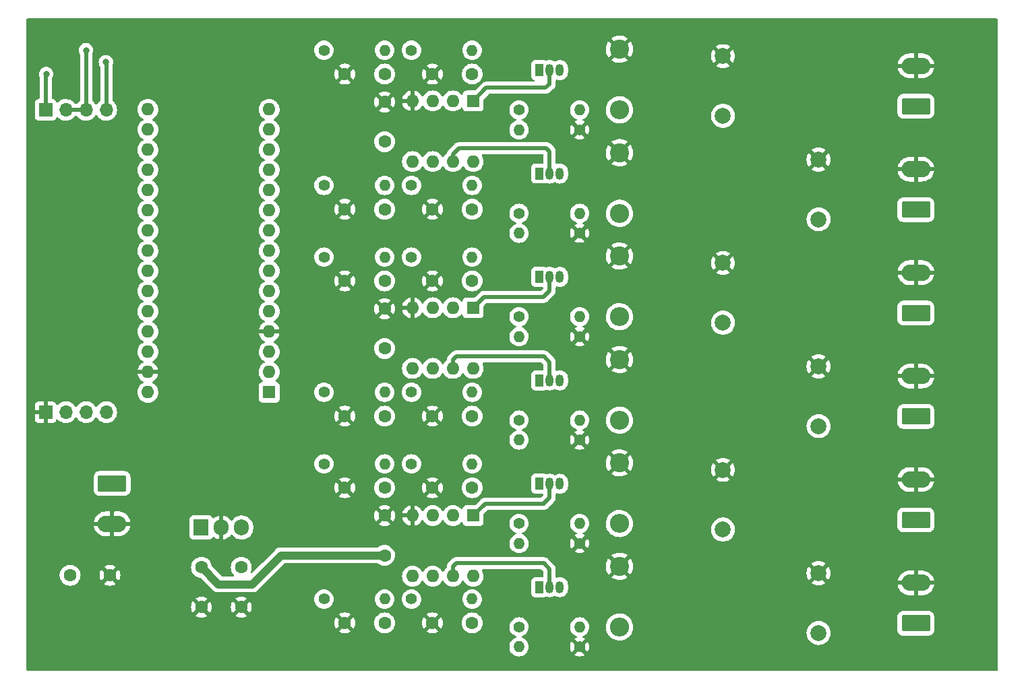
<source format=gbr>
%TF.GenerationSoftware,KiCad,Pcbnew,(6.0.7)*%
%TF.CreationDate,2023-02-09T09:46:21+02:00*%
%TF.ProjectId,Lamps_Type5,4c616d70-735f-4547-9970-65352e6b6963,rev?*%
%TF.SameCoordinates,Original*%
%TF.FileFunction,Copper,L2,Bot*%
%TF.FilePolarity,Positive*%
%FSLAX46Y46*%
G04 Gerber Fmt 4.6, Leading zero omitted, Abs format (unit mm)*
G04 Created by KiCad (PCBNEW (6.0.7)) date 2023-02-09 09:46:21*
%MOMM*%
%LPD*%
G01*
G04 APERTURE LIST*
G04 Aperture macros list*
%AMRoundRect*
0 Rectangle with rounded corners*
0 $1 Rounding radius*
0 $2 $3 $4 $5 $6 $7 $8 $9 X,Y pos of 4 corners*
0 Add a 4 corners polygon primitive as box body*
4,1,4,$2,$3,$4,$5,$6,$7,$8,$9,$2,$3,0*
0 Add four circle primitives for the rounded corners*
1,1,$1+$1,$2,$3*
1,1,$1+$1,$4,$5*
1,1,$1+$1,$6,$7*
1,1,$1+$1,$8,$9*
0 Add four rect primitives between the rounded corners*
20,1,$1+$1,$2,$3,$4,$5,0*
20,1,$1+$1,$4,$5,$6,$7,0*
20,1,$1+$1,$6,$7,$8,$9,0*
20,1,$1+$1,$8,$9,$2,$3,0*%
G04 Aperture macros list end*
%TA.AperFunction,ComponentPad*%
%ADD10C,1.600000*%
%TD*%
%TA.AperFunction,ComponentPad*%
%ADD11C,2.400000*%
%TD*%
%TA.AperFunction,ComponentPad*%
%ADD12O,2.400000X2.400000*%
%TD*%
%TA.AperFunction,ComponentPad*%
%ADD13O,1.905000X2.000000*%
%TD*%
%TA.AperFunction,ComponentPad*%
%ADD14R,1.905000X2.000000*%
%TD*%
%TA.AperFunction,ComponentPad*%
%ADD15R,1.600000X1.600000*%
%TD*%
%TA.AperFunction,ComponentPad*%
%ADD16O,1.600000X1.600000*%
%TD*%
%TA.AperFunction,ComponentPad*%
%ADD17C,1.400000*%
%TD*%
%TA.AperFunction,ComponentPad*%
%ADD18O,1.400000X1.400000*%
%TD*%
%TA.AperFunction,ComponentPad*%
%ADD19R,1.050000X1.500000*%
%TD*%
%TA.AperFunction,ComponentPad*%
%ADD20O,1.050000X1.500000*%
%TD*%
%TA.AperFunction,ComponentPad*%
%ADD21RoundRect,0.249999X1.550001X-0.790001X1.550001X0.790001X-1.550001X0.790001X-1.550001X-0.790001X0*%
%TD*%
%TA.AperFunction,ComponentPad*%
%ADD22O,3.600000X2.080000*%
%TD*%
%TA.AperFunction,ComponentPad*%
%ADD23R,1.700000X1.700000*%
%TD*%
%TA.AperFunction,ComponentPad*%
%ADD24O,1.700000X1.700000*%
%TD*%
%TA.AperFunction,ComponentPad*%
%ADD25RoundRect,0.249999X-1.550001X0.790001X-1.550001X-0.790001X1.550001X-0.790001X1.550001X0.790001X0*%
%TD*%
%TA.AperFunction,ComponentPad*%
%ADD26C,2.000000*%
%TD*%
%TA.AperFunction,ViaPad*%
%ADD27C,0.800000*%
%TD*%
%TA.AperFunction,Conductor*%
%ADD28C,1.000000*%
%TD*%
%TA.AperFunction,Conductor*%
%ADD29C,0.500000*%
%TD*%
G04 APERTURE END LIST*
D10*
%TO.P,C23,1*%
%TO.N,+12V*%
X153000000Y-112500000D03*
%TO.P,C23,2*%
%TO.N,GND*%
X158000000Y-112500000D03*
%TD*%
%TO.P,C3,1*%
%TO.N,+12V*%
X192500000Y-110000000D03*
%TO.P,C3,2*%
%TO.N,GND*%
X192500000Y-105000000D03*
%TD*%
%TO.P,C2,1*%
%TO.N,+12V*%
X192500000Y-84000000D03*
%TO.P,C2,2*%
%TO.N,GND*%
X192500000Y-79000000D03*
%TD*%
%TO.P,C1,1*%
%TO.N,+12V*%
X192500000Y-58000000D03*
%TO.P,C1,2*%
%TO.N,GND*%
X192500000Y-53000000D03*
%TD*%
D11*
%TO.P,R30,1*%
%TO.N,GND*%
X222000000Y-111380000D03*
D12*
%TO.P,R30,2*%
%TO.N,AO5*%
X222000000Y-119000000D03*
%TD*%
D11*
%TO.P,R29,1*%
%TO.N,GND*%
X222000000Y-98380000D03*
D12*
%TO.P,R29,2*%
%TO.N,AO4*%
X222000000Y-106000000D03*
%TD*%
D11*
%TO.P,R20,1*%
%TO.N,GND*%
X222000000Y-85380000D03*
D12*
%TO.P,R20,2*%
%TO.N,AO3*%
X222000000Y-93000000D03*
%TD*%
D11*
%TO.P,R19,1*%
%TO.N,GND*%
X222000000Y-72380000D03*
D12*
%TO.P,R19,2*%
%TO.N,AO2*%
X222000000Y-80000000D03*
%TD*%
%TO.P,R18,2*%
%TO.N,AO1*%
X222000000Y-67000000D03*
D11*
%TO.P,R18,1*%
%TO.N,GND*%
X222000000Y-59380000D03*
%TD*%
D12*
%TO.P,R17,2*%
%TO.N,AO0*%
X222000000Y-54000000D03*
D11*
%TO.P,R17,1*%
%TO.N,GND*%
X222000000Y-46380000D03*
%TD*%
D13*
%TO.P,U7,3,VO*%
%TO.N,+5V*%
X174540000Y-106500000D03*
%TO.P,U7,2,GND*%
%TO.N,GND*%
X172000000Y-106500000D03*
D14*
%TO.P,U7,1,VI*%
%TO.N,+12V*%
X169460000Y-106500000D03*
%TD*%
D15*
%TO.P,U3,1*%
%TO.N,Net-(Q5-Pad2)*%
X203620000Y-105000000D03*
D16*
%TO.P,U3,2,-*%
%TO.N,Net-(R25-Pad1)*%
X201080000Y-105000000D03*
%TO.P,U3,3,+*%
%TO.N,Net-(C21-Pad1)*%
X198540000Y-105000000D03*
%TO.P,U3,4,V-*%
%TO.N,GND*%
X196000000Y-105000000D03*
%TO.P,U3,5,+*%
%TO.N,Net-(C22-Pad1)*%
X196000000Y-112620000D03*
%TO.P,U3,6,-*%
%TO.N,Net-(R27-Pad1)*%
X198540000Y-112620000D03*
%TO.P,U3,7*%
%TO.N,Net-(Q6-Pad2)*%
X201080000Y-112620000D03*
%TO.P,U3,8,V+*%
%TO.N,+12V*%
X203620000Y-112620000D03*
%TD*%
D15*
%TO.P,U2,1*%
%TO.N,Net-(Q3-Pad2)*%
X203620000Y-78880000D03*
D16*
%TO.P,U2,2,-*%
%TO.N,Net-(R13-Pad1)*%
X201080000Y-78880000D03*
%TO.P,U2,3,+*%
%TO.N,Net-(C12-Pad1)*%
X198540000Y-78880000D03*
%TO.P,U2,4,V-*%
%TO.N,GND*%
X196000000Y-78880000D03*
%TO.P,U2,5,+*%
%TO.N,Net-(C13-Pad1)*%
X196000000Y-86500000D03*
%TO.P,U2,6,-*%
%TO.N,Net-(R15-Pad1)*%
X198540000Y-86500000D03*
%TO.P,U2,7*%
%TO.N,Net-(Q4-Pad2)*%
X201080000Y-86500000D03*
%TO.P,U2,8,V+*%
%TO.N,+12V*%
X203620000Y-86500000D03*
%TD*%
%TO.P,U1,8,V+*%
%TO.N,+12V*%
X203620000Y-60500000D03*
%TO.P,U1,7*%
%TO.N,Net-(Q2-Pad2)*%
X201080000Y-60500000D03*
%TO.P,U1,6,-*%
%TO.N,Net-(R11-Pad1)*%
X198540000Y-60500000D03*
%TO.P,U1,5,+*%
%TO.N,Net-(C11-Pad1)*%
X196000000Y-60500000D03*
%TO.P,U1,4,V-*%
%TO.N,GND*%
X196000000Y-52880000D03*
%TO.P,U1,3,+*%
%TO.N,Net-(C10-Pad1)*%
X198540000Y-52880000D03*
%TO.P,U1,2,-*%
%TO.N,Net-(R10-Pad2)*%
X201080000Y-52880000D03*
D15*
%TO.P,U1,1*%
%TO.N,Net-(Q1-Pad2)*%
X203620000Y-52880000D03*
%TD*%
D17*
%TO.P,R28,1*%
%TO.N,GND*%
X217000000Y-121500000D03*
D18*
%TO.P,R28,2*%
%TO.N,Net-(R27-Pad1)*%
X209380000Y-121500000D03*
%TD*%
D17*
%TO.P,R27,1*%
%TO.N,Net-(R27-Pad1)*%
X209380000Y-119000000D03*
D18*
%TO.P,R27,2*%
%TO.N,AO5*%
X217000000Y-119000000D03*
%TD*%
D17*
%TO.P,R26,1*%
%TO.N,GND*%
X217000000Y-108500000D03*
D18*
%TO.P,R26,2*%
%TO.N,Net-(R25-Pad1)*%
X209380000Y-108500000D03*
%TD*%
D17*
%TO.P,R25,1*%
%TO.N,Net-(R25-Pad1)*%
X209380000Y-106000000D03*
D18*
%TO.P,R25,2*%
%TO.N,AO4*%
X217000000Y-106000000D03*
%TD*%
%TO.P,R24,2*%
%TO.N,Net-(C22-Pad1)*%
X203500000Y-115500000D03*
D17*
%TO.P,R24,1*%
%TO.N,Net-(C20-Pad1)*%
X195880000Y-115500000D03*
%TD*%
D18*
%TO.P,R23,2*%
%TO.N,Net-(C21-Pad1)*%
X203500000Y-98500000D03*
D17*
%TO.P,R23,1*%
%TO.N,Net-(C19-Pad1)*%
X195880000Y-98500000D03*
%TD*%
D18*
%TO.P,R22,2*%
%TO.N,Net-(C20-Pad1)*%
X192500000Y-115500000D03*
D17*
%TO.P,R22,1*%
%TO.N,PWM5*%
X184880000Y-115500000D03*
%TD*%
D18*
%TO.P,R21,2*%
%TO.N,Net-(C19-Pad1)*%
X192500000Y-98500000D03*
D17*
%TO.P,R21,1*%
%TO.N,PWM4*%
X184880000Y-98500000D03*
%TD*%
D18*
%TO.P,R16,2*%
%TO.N,Net-(R15-Pad1)*%
X209380000Y-95500000D03*
D17*
%TO.P,R16,1*%
%TO.N,GND*%
X217000000Y-95500000D03*
%TD*%
%TO.P,R15,1*%
%TO.N,Net-(R15-Pad1)*%
X209380000Y-93000000D03*
D18*
%TO.P,R15,2*%
%TO.N,AO3*%
X217000000Y-93000000D03*
%TD*%
D17*
%TO.P,R14,1*%
%TO.N,GND*%
X217000000Y-82500000D03*
D18*
%TO.P,R14,2*%
%TO.N,Net-(R13-Pad1)*%
X209380000Y-82500000D03*
%TD*%
D17*
%TO.P,R13,1*%
%TO.N,Net-(R13-Pad1)*%
X209380000Y-80000000D03*
D18*
%TO.P,R13,2*%
%TO.N,AO2*%
X217000000Y-80000000D03*
%TD*%
D17*
%TO.P,R12,1*%
%TO.N,GND*%
X217000000Y-69500000D03*
D18*
%TO.P,R12,2*%
%TO.N,Net-(R11-Pad1)*%
X209380000Y-69500000D03*
%TD*%
D17*
%TO.P,R11,1*%
%TO.N,Net-(R11-Pad1)*%
X209380000Y-67000000D03*
D18*
%TO.P,R11,2*%
%TO.N,AO1*%
X217000000Y-67000000D03*
%TD*%
D17*
%TO.P,R10,1*%
%TO.N,GND*%
X217000000Y-56500000D03*
D18*
%TO.P,R10,2*%
%TO.N,Net-(R10-Pad2)*%
X209380000Y-56500000D03*
%TD*%
D17*
%TO.P,R9,1*%
%TO.N,Net-(R10-Pad2)*%
X209380000Y-54000000D03*
D18*
%TO.P,R9,2*%
%TO.N,AO0*%
X217000000Y-54000000D03*
%TD*%
D17*
%TO.P,R8,1*%
%TO.N,Net-(C8-Pad1)*%
X195880000Y-89500000D03*
D18*
%TO.P,R8,2*%
%TO.N,Net-(C13-Pad1)*%
X203500000Y-89500000D03*
%TD*%
%TO.P,R7,2*%
%TO.N,Net-(C12-Pad1)*%
X203500000Y-72500000D03*
D17*
%TO.P,R7,1*%
%TO.N,Net-(C7-Pad1)*%
X195880000Y-72500000D03*
%TD*%
D18*
%TO.P,R6,2*%
%TO.N,Net-(C11-Pad1)*%
X203500000Y-63500000D03*
D17*
%TO.P,R6,1*%
%TO.N,Net-(C6-Pad1)*%
X195880000Y-63500000D03*
%TD*%
%TO.P,R5,1*%
%TO.N,Net-(C5-Pad1)*%
X195880000Y-46500000D03*
D18*
%TO.P,R5,2*%
%TO.N,Net-(C10-Pad1)*%
X203500000Y-46500000D03*
%TD*%
D17*
%TO.P,R4,1*%
%TO.N,PWM3*%
X184880000Y-89500000D03*
D18*
%TO.P,R4,2*%
%TO.N,Net-(C8-Pad1)*%
X192500000Y-89500000D03*
%TD*%
%TO.P,R3,2*%
%TO.N,Net-(C7-Pad1)*%
X192500000Y-72500000D03*
D17*
%TO.P,R3,1*%
%TO.N,PWM2*%
X184880000Y-72500000D03*
%TD*%
D18*
%TO.P,R2,2*%
%TO.N,Net-(C6-Pad1)*%
X192500000Y-63500000D03*
D17*
%TO.P,R2,1*%
%TO.N,PWM1*%
X184880000Y-63500000D03*
%TD*%
%TO.P,R1,1*%
%TO.N,PWM0*%
X184880000Y-46500000D03*
D18*
%TO.P,R1,2*%
%TO.N,Net-(C5-Pad1)*%
X192500000Y-46500000D03*
%TD*%
D19*
%TO.P,Q6,1,C*%
%TO.N,+12V*%
X211960000Y-114000000D03*
D20*
%TO.P,Q6,2,B*%
%TO.N,Net-(Q6-Pad2)*%
X213230000Y-114000000D03*
%TO.P,Q6,3,E*%
%TO.N,AO5*%
X214500000Y-114000000D03*
%TD*%
D19*
%TO.P,Q5,1,C*%
%TO.N,+12V*%
X211960000Y-101000000D03*
D20*
%TO.P,Q5,2,B*%
%TO.N,Net-(Q5-Pad2)*%
X213230000Y-101000000D03*
%TO.P,Q5,3,E*%
%TO.N,AO4*%
X214500000Y-101000000D03*
%TD*%
D19*
%TO.P,Q4,1,C*%
%TO.N,+12V*%
X211960000Y-88000000D03*
D20*
%TO.P,Q4,2,B*%
%TO.N,Net-(Q4-Pad2)*%
X213230000Y-88000000D03*
%TO.P,Q4,3,E*%
%TO.N,AO3*%
X214500000Y-88000000D03*
%TD*%
D19*
%TO.P,Q3,1,C*%
%TO.N,+12V*%
X211960000Y-75000000D03*
D20*
%TO.P,Q3,2,B*%
%TO.N,Net-(Q3-Pad2)*%
X213230000Y-75000000D03*
%TO.P,Q3,3,E*%
%TO.N,AO2*%
X214500000Y-75000000D03*
%TD*%
D19*
%TO.P,Q2,1,C*%
%TO.N,+12V*%
X211960000Y-62000000D03*
D20*
%TO.P,Q2,2,B*%
%TO.N,Net-(Q2-Pad2)*%
X213230000Y-62000000D03*
%TO.P,Q2,3,E*%
%TO.N,AO1*%
X214500000Y-62000000D03*
%TD*%
D19*
%TO.P,Q1,1,C*%
%TO.N,+12V*%
X211960000Y-49000000D03*
D20*
%TO.P,Q1,2,B*%
%TO.N,Net-(Q1-Pad2)*%
X213230000Y-49000000D03*
%TO.P,Q1,3,E*%
%TO.N,AO0*%
X214500000Y-49000000D03*
%TD*%
D21*
%TO.P,J9,1,Pin_1*%
%TO.N,AO5*%
X259222500Y-118540000D03*
D22*
%TO.P,J9,2,Pin_2*%
%TO.N,GND*%
X259222500Y-113460000D03*
%TD*%
D21*
%TO.P,J8,1,Pin_1*%
%TO.N,AO4*%
X259222500Y-105540000D03*
D22*
%TO.P,J8,2,Pin_2*%
%TO.N,GND*%
X259222500Y-100460000D03*
%TD*%
D21*
%TO.P,J7,1,Pin_1*%
%TO.N,AO3*%
X259222500Y-92540000D03*
D22*
%TO.P,J7,2,Pin_2*%
%TO.N,GND*%
X259222500Y-87460000D03*
%TD*%
D21*
%TO.P,J6,1,Pin_1*%
%TO.N,AO2*%
X259222500Y-79540000D03*
D22*
%TO.P,J6,2,Pin_2*%
%TO.N,GND*%
X259222500Y-74460000D03*
%TD*%
D21*
%TO.P,J5,1,Pin_1*%
%TO.N,AO1*%
X259222500Y-66540000D03*
D22*
%TO.P,J5,2,Pin_2*%
%TO.N,GND*%
X259222500Y-61460000D03*
%TD*%
D21*
%TO.P,J4,1,Pin_1*%
%TO.N,AO0*%
X259222500Y-53540000D03*
D22*
%TO.P,J4,2,Pin_2*%
%TO.N,GND*%
X259222500Y-48460000D03*
%TD*%
D23*
%TO.P,J3,1,Pin_1*%
%TO.N,TX*%
X149920000Y-54000000D03*
D24*
%TO.P,J3,2,Pin_2*%
%TO.N,OE*%
X152460000Y-54000000D03*
%TO.P,J3,3,Pin_3*%
X155000000Y-54000000D03*
%TO.P,J3,4,Pin_4*%
%TO.N,RX*%
X157540000Y-54000000D03*
%TD*%
D23*
%TO.P,J2,1,Pin_1*%
%TO.N,GND*%
X149920000Y-92000000D03*
D24*
%TO.P,J2,2,Pin_2*%
%TO.N,unconnected-(J2-Pad2)*%
X152460000Y-92000000D03*
%TO.P,J2,3,Pin_3*%
%TO.N,unconnected-(J2-Pad3)*%
X155000000Y-92000000D03*
%TO.P,J2,4,Pin_4*%
%TO.N,+5V*%
X157540000Y-92000000D03*
%TD*%
D25*
%TO.P,J1,1,Pin_1*%
%TO.N,+12V*%
X158277500Y-100960000D03*
D22*
%TO.P,J1,2,Pin_2*%
%TO.N,GND*%
X158277500Y-106040000D03*
%TD*%
D10*
%TO.P,C26,2*%
%TO.N,GND*%
X174500000Y-116500000D03*
%TO.P,C26,1*%
%TO.N,+5V*%
X174500000Y-111500000D03*
%TD*%
D26*
%TO.P,C25,1*%
%TO.N,AO5*%
X247000000Y-119750000D03*
%TO.P,C25,2*%
%TO.N,GND*%
X247000000Y-112250000D03*
%TD*%
%TO.P,C24,1*%
%TO.N,AO4*%
X235000000Y-106750000D03*
%TO.P,C24,2*%
%TO.N,GND*%
X235000000Y-99250000D03*
%TD*%
D10*
%TO.P,C22,1*%
%TO.N,Net-(C22-Pad1)*%
X203500000Y-118500000D03*
%TO.P,C22,2*%
%TO.N,GND*%
X198500000Y-118500000D03*
%TD*%
%TO.P,C21,2*%
%TO.N,GND*%
X198500000Y-101500000D03*
%TO.P,C21,1*%
%TO.N,Net-(C21-Pad1)*%
X203500000Y-101500000D03*
%TD*%
%TO.P,C20,2*%
%TO.N,GND*%
X187500000Y-118500000D03*
%TO.P,C20,1*%
%TO.N,Net-(C20-Pad1)*%
X192500000Y-118500000D03*
%TD*%
%TO.P,C19,2*%
%TO.N,GND*%
X187500000Y-101500000D03*
%TO.P,C19,1*%
%TO.N,Net-(C19-Pad1)*%
X192500000Y-101500000D03*
%TD*%
D26*
%TO.P,C18,1*%
%TO.N,AO3*%
X247000000Y-93750000D03*
%TO.P,C18,2*%
%TO.N,GND*%
X247000000Y-86250000D03*
%TD*%
%TO.P,C17,1*%
%TO.N,AO2*%
X235000000Y-80750000D03*
%TO.P,C17,2*%
%TO.N,GND*%
X235000000Y-73250000D03*
%TD*%
%TO.P,C16,2*%
%TO.N,GND*%
X247000000Y-60250000D03*
%TO.P,C16,1*%
%TO.N,AO1*%
X247000000Y-67750000D03*
%TD*%
%TO.P,C15,2*%
%TO.N,GND*%
X235000000Y-47250000D03*
%TO.P,C15,1*%
%TO.N,AO0*%
X235000000Y-54750000D03*
%TD*%
D10*
%TO.P,C13,1*%
%TO.N,Net-(C13-Pad1)*%
X203500000Y-92500000D03*
%TO.P,C13,2*%
%TO.N,GND*%
X198500000Y-92500000D03*
%TD*%
%TO.P,C12,2*%
%TO.N,GND*%
X198500000Y-75500000D03*
%TO.P,C12,1*%
%TO.N,Net-(C12-Pad1)*%
X203500000Y-75500000D03*
%TD*%
%TO.P,C11,2*%
%TO.N,GND*%
X198500000Y-66500000D03*
%TO.P,C11,1*%
%TO.N,Net-(C11-Pad1)*%
X203500000Y-66500000D03*
%TD*%
%TO.P,C10,1*%
%TO.N,Net-(C10-Pad1)*%
X203500000Y-49500000D03*
%TO.P,C10,2*%
%TO.N,GND*%
X198500000Y-49500000D03*
%TD*%
%TO.P,C8,1*%
%TO.N,Net-(C8-Pad1)*%
X192500000Y-92500000D03*
%TO.P,C8,2*%
%TO.N,GND*%
X187500000Y-92500000D03*
%TD*%
%TO.P,C7,2*%
%TO.N,GND*%
X187500000Y-75500000D03*
%TO.P,C7,1*%
%TO.N,Net-(C7-Pad1)*%
X192500000Y-75500000D03*
%TD*%
%TO.P,C6,2*%
%TO.N,GND*%
X187500000Y-66500000D03*
%TO.P,C6,1*%
%TO.N,Net-(C6-Pad1)*%
X192500000Y-66500000D03*
%TD*%
%TO.P,C5,1*%
%TO.N,Net-(C5-Pad1)*%
X192500000Y-49500000D03*
%TO.P,C5,2*%
%TO.N,GND*%
X187500000Y-49500000D03*
%TD*%
%TO.P,C4,1*%
%TO.N,+12V*%
X169500000Y-111500000D03*
%TO.P,C4,2*%
%TO.N,GND*%
X169500000Y-116500000D03*
%TD*%
D15*
%TO.P,A1,1,D1/TX*%
%TO.N,TX*%
X178000000Y-89500000D03*
D16*
%TO.P,A1,2,D0/RX*%
%TO.N,RX*%
X178000000Y-86960000D03*
%TO.P,A1,3,~{RESET}*%
%TO.N,unconnected-(A1-Pad3)*%
X178000000Y-84420000D03*
%TO.P,A1,4,GND*%
%TO.N,GND*%
X178000000Y-81880000D03*
%TO.P,A1,5,D2*%
%TO.N,OE*%
X178000000Y-79340000D03*
%TO.P,A1,6,D3*%
%TO.N,PWM5*%
X178000000Y-76800000D03*
%TO.P,A1,7,D4*%
%TO.N,unconnected-(A1-Pad7)*%
X178000000Y-74260000D03*
%TO.P,A1,8,D5*%
%TO.N,PWM4*%
X178000000Y-71720000D03*
%TO.P,A1,9,D6*%
%TO.N,PWM3*%
X178000000Y-69180000D03*
%TO.P,A1,10,D7*%
%TO.N,unconnected-(A1-Pad10)*%
X178000000Y-66640000D03*
%TO.P,A1,11,D8*%
%TO.N,unconnected-(A1-Pad11)*%
X178000000Y-64100000D03*
%TO.P,A1,12,D9*%
%TO.N,PWM2*%
X178000000Y-61560000D03*
%TO.P,A1,13,D10*%
%TO.N,PWM1*%
X178000000Y-59020000D03*
%TO.P,A1,14,D11*%
%TO.N,PWM0*%
X178000000Y-56480000D03*
%TO.P,A1,15,D12*%
%TO.N,unconnected-(A1-Pad15)*%
X178000000Y-53940000D03*
%TO.P,A1,16,D13*%
%TO.N,unconnected-(A1-Pad16)*%
X162760000Y-53940000D03*
%TO.P,A1,17,3V3*%
%TO.N,unconnected-(A1-Pad17)*%
X162760000Y-56480000D03*
%TO.P,A1,18,AREF*%
%TO.N,unconnected-(A1-Pad18)*%
X162760000Y-59020000D03*
%TO.P,A1,19,A0*%
%TO.N,unconnected-(A1-Pad19)*%
X162760000Y-61560000D03*
%TO.P,A1,20,A1*%
%TO.N,unconnected-(A1-Pad20)*%
X162760000Y-64100000D03*
%TO.P,A1,21,A2*%
%TO.N,unconnected-(A1-Pad21)*%
X162760000Y-66640000D03*
%TO.P,A1,22,A3*%
%TO.N,unconnected-(A1-Pad22)*%
X162760000Y-69180000D03*
%TO.P,A1,23,A4*%
%TO.N,unconnected-(A1-Pad23)*%
X162760000Y-71720000D03*
%TO.P,A1,24,A5*%
%TO.N,unconnected-(A1-Pad24)*%
X162760000Y-74260000D03*
%TO.P,A1,25,A6*%
%TO.N,unconnected-(A1-Pad25)*%
X162760000Y-76800000D03*
%TO.P,A1,26,A7*%
%TO.N,unconnected-(A1-Pad26)*%
X162760000Y-79340000D03*
%TO.P,A1,27,+5V*%
%TO.N,+5V*%
X162760000Y-81880000D03*
%TO.P,A1,28,~{RESET}*%
%TO.N,unconnected-(A1-Pad28)*%
X162760000Y-84420000D03*
%TO.P,A1,29,GND*%
%TO.N,GND*%
X162760000Y-86960000D03*
%TO.P,A1,30,VIN*%
%TO.N,unconnected-(A1-Pad30)*%
X162760000Y-89500000D03*
%TD*%
D27*
%TO.N,GND*%
X179500000Y-113000000D03*
X150500000Y-118000000D03*
X154500000Y-122000000D03*
X151500000Y-120000000D03*
X151000000Y-122000000D03*
X267500000Y-52000000D03*
X267000000Y-123000000D03*
X262500000Y-122000000D03*
X268000000Y-117500000D03*
X265500000Y-120000000D03*
X266000000Y-49500000D03*
X263500000Y-45500000D03*
X267500000Y-45000000D03*
X157500000Y-44000000D03*
X150500000Y-45500000D03*
X149500000Y-47500000D03*
X152500000Y-47500000D03*
X152500000Y-51500000D03*
X195500000Y-75500000D03*
X195500000Y-101500000D03*
X206500000Y-118500000D03*
X206500000Y-116000000D03*
X206500000Y-92500000D03*
X206500000Y-90000000D03*
X206500000Y-67000000D03*
X206500000Y-64000000D03*
X214500000Y-121500000D03*
X214500000Y-119000000D03*
X214500000Y-108500000D03*
X214500000Y-106000000D03*
X214500000Y-95500000D03*
X214500000Y-93000000D03*
X214500000Y-82500000D03*
X214500000Y-80000000D03*
X214500000Y-69500000D03*
X214500000Y-67000000D03*
X214500000Y-56500000D03*
X214500000Y-54000000D03*
X195500000Y-49500000D03*
X192500000Y-112500000D03*
X188000000Y-113000000D03*
X183500000Y-112500000D03*
X183000000Y-118000000D03*
X180500000Y-117000000D03*
X179500000Y-115500000D03*
X179500000Y-92000000D03*
X179500000Y-95000000D03*
X179500000Y-98000000D03*
X179500000Y-100500000D03*
X179500000Y-103000000D03*
X179500000Y-106000000D03*
X179500000Y-108500000D03*
X183500000Y-100500000D03*
X183500000Y-102500000D03*
X183500000Y-105000000D03*
X183500000Y-107500000D03*
X201000000Y-107500000D03*
X198500000Y-107500000D03*
X196000000Y-107500000D03*
X201000000Y-82000000D03*
X198500000Y-82000000D03*
X196000000Y-82000000D03*
X201000000Y-56000000D03*
X198500000Y-56000000D03*
X196500000Y-56000000D03*
X187000000Y-55000000D03*
X187000000Y-52500000D03*
X186500000Y-58000000D03*
X187500000Y-61500000D03*
X185000000Y-66000000D03*
X185000000Y-69000000D03*
X180500000Y-69500000D03*
X180500000Y-67500000D03*
X180500000Y-65500000D03*
X180500000Y-63500000D03*
X169500000Y-85000000D03*
X174500000Y-85000000D03*
X172000000Y-83500000D03*
X174500000Y-82000000D03*
X169500000Y-82000000D03*
%TO.N,TX*%
X150000000Y-49500000D03*
%TO.N,OE*%
X155000000Y-46500000D03*
%TO.N,RX*%
X157500000Y-48000000D03*
%TD*%
D28*
%TO.N,+12V*%
X171639261Y-113639261D02*
X169500000Y-111500000D01*
X179500000Y-110000000D02*
X175860739Y-113639261D01*
X175860739Y-113639261D02*
X171639261Y-113639261D01*
X192500000Y-110000000D02*
X179500000Y-110000000D01*
D29*
%TO.N,Net-(Q6-Pad2)*%
X212500000Y-111000000D02*
X213230000Y-111730000D01*
X213230000Y-114000000D02*
X213230000Y-111730000D01*
X201080000Y-111420000D02*
X201500000Y-111000000D01*
X201080000Y-112620000D02*
X201080000Y-111420000D01*
X201500000Y-111000000D02*
X212500000Y-111000000D01*
%TO.N,Net-(Q5-Pad2)*%
X212500000Y-103460000D02*
X213230000Y-102730000D01*
X212500000Y-103500000D02*
X212500000Y-103460000D01*
X213230000Y-102730000D02*
X213230000Y-101000000D01*
X205120000Y-103500000D02*
X212500000Y-103500000D01*
X203620000Y-105000000D02*
X205120000Y-103500000D01*
%TO.N,Net-(Q1-Pad2)*%
X212730000Y-51230000D02*
X213190000Y-50770000D01*
X213190000Y-50770000D02*
X213230000Y-50770000D01*
X213230000Y-50770000D02*
X213230000Y-49000000D01*
X205270000Y-51230000D02*
X212730000Y-51230000D01*
X203620000Y-52880000D02*
X205270000Y-51230000D01*
%TO.N,Net-(Q3-Pad2)*%
X213230000Y-76730000D02*
X213230000Y-75000000D01*
X212460000Y-77500000D02*
X213230000Y-76730000D01*
X205000000Y-77500000D02*
X212460000Y-77500000D01*
X203620000Y-78880000D02*
X205000000Y-77500000D01*
%TO.N,Net-(Q4-Pad2)*%
X201500000Y-85000000D02*
X201080000Y-85420000D01*
X212500000Y-85000000D02*
X201500000Y-85000000D01*
X201080000Y-86500000D02*
X201080000Y-85420000D01*
X213230000Y-85730000D02*
X213230000Y-88000000D01*
X212500000Y-85000000D02*
X213230000Y-85730000D01*
%TO.N,Net-(Q2-Pad2)*%
X201080000Y-59555692D02*
X201817846Y-58817846D01*
X212817846Y-58817846D02*
X201817846Y-58817846D01*
X201080000Y-60500000D02*
X201080000Y-59555692D01*
X213230000Y-59230000D02*
X212817846Y-58817846D01*
X213230000Y-62000000D02*
X213230000Y-59230000D01*
%TO.N,TX*%
X149920000Y-49580000D02*
X150000000Y-49500000D01*
X149920000Y-54000000D02*
X149920000Y-49580000D01*
%TO.N,OE*%
X155000000Y-54000000D02*
X155000000Y-46500000D01*
X152460000Y-54000000D02*
X155000000Y-54000000D01*
%TO.N,RX*%
X157540000Y-48040000D02*
X157500000Y-48000000D01*
X157540000Y-54000000D02*
X157540000Y-48040000D01*
%TD*%
%TA.AperFunction,Conductor*%
%TO.N,GND*%
G36*
X269433621Y-42528502D02*
G01*
X269480114Y-42582158D01*
X269491500Y-42634500D01*
X269491500Y-124365500D01*
X269471498Y-124433621D01*
X269417842Y-124480114D01*
X269365500Y-124491500D01*
X147634500Y-124491500D01*
X147566379Y-124471498D01*
X147519886Y-124417842D01*
X147508500Y-124365500D01*
X147508500Y-121500000D01*
X208166884Y-121500000D01*
X208185314Y-121710655D01*
X208240044Y-121914910D01*
X208329411Y-122106558D01*
X208450699Y-122279776D01*
X208600224Y-122429301D01*
X208773442Y-122550589D01*
X208778420Y-122552910D01*
X208778423Y-122552912D01*
X208959092Y-122637159D01*
X208965090Y-122639956D01*
X208970398Y-122641378D01*
X208970400Y-122641379D01*
X209164030Y-122693262D01*
X209164032Y-122693262D01*
X209169345Y-122694686D01*
X209380000Y-122713116D01*
X209590655Y-122694686D01*
X209595968Y-122693262D01*
X209595970Y-122693262D01*
X209789600Y-122641379D01*
X209789602Y-122641378D01*
X209794910Y-122639956D01*
X209800908Y-122637159D01*
X209981577Y-122552912D01*
X209981580Y-122552910D01*
X209986558Y-122550589D01*
X210038440Y-122514261D01*
X216350294Y-122514261D01*
X216359590Y-122526276D01*
X216389189Y-122547001D01*
X216398677Y-122552479D01*
X216580277Y-122637159D01*
X216590571Y-122640907D01*
X216784122Y-122692769D01*
X216794909Y-122694671D01*
X216994525Y-122712135D01*
X217005475Y-122712135D01*
X217205091Y-122694671D01*
X217215878Y-122692769D01*
X217409429Y-122640907D01*
X217419723Y-122637159D01*
X217601323Y-122552479D01*
X217610811Y-122547001D01*
X217641248Y-122525689D01*
X217649623Y-122515212D01*
X217642554Y-122501764D01*
X217012812Y-121872022D01*
X216998868Y-121864408D01*
X216997035Y-121864539D01*
X216990420Y-121868790D01*
X216356724Y-122502486D01*
X216350294Y-122514261D01*
X210038440Y-122514261D01*
X210159776Y-122429301D01*
X210309301Y-122279776D01*
X210430589Y-122106558D01*
X210519956Y-121914910D01*
X210574686Y-121710655D01*
X210592637Y-121505475D01*
X215787865Y-121505475D01*
X215805329Y-121705091D01*
X215807231Y-121715878D01*
X215859093Y-121909429D01*
X215862841Y-121919723D01*
X215947521Y-122101323D01*
X215952999Y-122110811D01*
X215974311Y-122141248D01*
X215984788Y-122149623D01*
X215998236Y-122142554D01*
X216627978Y-121512812D01*
X216634356Y-121501132D01*
X217364408Y-121501132D01*
X217364539Y-121502965D01*
X217368790Y-121509580D01*
X218002486Y-122143276D01*
X218014261Y-122149706D01*
X218026276Y-122140410D01*
X218047001Y-122110811D01*
X218052479Y-122101323D01*
X218137159Y-121919723D01*
X218140907Y-121909429D01*
X218192769Y-121715878D01*
X218194671Y-121705091D01*
X218212135Y-121505475D01*
X218212135Y-121494525D01*
X218194671Y-121294909D01*
X218192769Y-121284122D01*
X218140907Y-121090571D01*
X218137159Y-121080277D01*
X218052479Y-120898677D01*
X218047001Y-120889189D01*
X218025689Y-120858752D01*
X218015212Y-120850377D01*
X218001764Y-120857446D01*
X217372022Y-121487188D01*
X217364408Y-121501132D01*
X216634356Y-121501132D01*
X216635592Y-121498868D01*
X216635461Y-121497035D01*
X216631210Y-121490420D01*
X215997514Y-120856724D01*
X215985739Y-120850294D01*
X215973724Y-120859590D01*
X215952999Y-120889189D01*
X215947521Y-120898677D01*
X215862841Y-121080277D01*
X215859093Y-121090571D01*
X215807231Y-121284122D01*
X215805329Y-121294909D01*
X215787865Y-121494525D01*
X215787865Y-121505475D01*
X210592637Y-121505475D01*
X210593116Y-121500000D01*
X210574686Y-121289345D01*
X210519956Y-121085090D01*
X210517633Y-121080108D01*
X210432912Y-120898423D01*
X210432910Y-120898420D01*
X210430589Y-120893442D01*
X210309301Y-120720224D01*
X210159776Y-120570699D01*
X209986558Y-120449411D01*
X209981580Y-120447090D01*
X209981577Y-120447088D01*
X209803812Y-120364195D01*
X209750527Y-120317278D01*
X209731066Y-120249000D01*
X209751608Y-120181040D01*
X209803812Y-120135805D01*
X209981577Y-120052912D01*
X209981580Y-120052910D01*
X209986558Y-120050589D01*
X210159776Y-119929301D01*
X210309301Y-119779776D01*
X210430589Y-119606558D01*
X210438195Y-119590248D01*
X210517633Y-119419892D01*
X210517634Y-119419891D01*
X210519956Y-119414910D01*
X210530079Y-119377133D01*
X210573262Y-119215970D01*
X210573262Y-119215968D01*
X210574686Y-119210655D01*
X210593116Y-119000000D01*
X215786884Y-119000000D01*
X215805314Y-119210655D01*
X215806738Y-119215968D01*
X215806738Y-119215970D01*
X215849922Y-119377133D01*
X215860044Y-119414910D01*
X215862366Y-119419891D01*
X215862367Y-119419892D01*
X215941806Y-119590248D01*
X215949411Y-119606558D01*
X216070699Y-119779776D01*
X216220224Y-119929301D01*
X216393442Y-120050589D01*
X216398420Y-120052910D01*
X216398423Y-120052912D01*
X216451790Y-120077797D01*
X216576782Y-120136082D01*
X216630066Y-120182998D01*
X216649527Y-120251275D01*
X216628985Y-120319235D01*
X216576780Y-120364471D01*
X216398677Y-120447521D01*
X216389189Y-120452999D01*
X216358752Y-120474311D01*
X216350377Y-120484788D01*
X216357446Y-120498236D01*
X216987188Y-121127978D01*
X217001132Y-121135592D01*
X217002965Y-121135461D01*
X217009580Y-121131210D01*
X217643276Y-120497514D01*
X217649706Y-120485739D01*
X217640410Y-120473724D01*
X217610811Y-120452999D01*
X217601323Y-120447521D01*
X217423220Y-120364471D01*
X217369934Y-120317554D01*
X217350473Y-120249277D01*
X217371015Y-120181317D01*
X217423218Y-120136082D01*
X217548210Y-120077797D01*
X217601577Y-120052912D01*
X217601580Y-120052910D01*
X217606558Y-120050589D01*
X217779776Y-119929301D01*
X217929301Y-119779776D01*
X218050589Y-119606558D01*
X218058195Y-119590248D01*
X218137633Y-119419892D01*
X218137634Y-119419891D01*
X218139956Y-119414910D01*
X218150079Y-119377133D01*
X218193262Y-119215970D01*
X218193262Y-119215968D01*
X218194686Y-119210655D01*
X218213116Y-119000000D01*
X218209192Y-118955151D01*
X220287296Y-118955151D01*
X220299480Y-119208798D01*
X220349021Y-119457857D01*
X220350600Y-119462255D01*
X220350602Y-119462262D01*
X220414363Y-119639849D01*
X220434831Y-119696858D01*
X220437048Y-119700984D01*
X220496977Y-119812517D01*
X220555025Y-119920551D01*
X220557820Y-119924294D01*
X220557822Y-119924297D01*
X220704171Y-120120282D01*
X220704176Y-120120288D01*
X220706963Y-120124020D01*
X220710272Y-120127300D01*
X220710277Y-120127306D01*
X220883990Y-120299509D01*
X220887307Y-120302797D01*
X220891069Y-120305555D01*
X220891072Y-120305558D01*
X220996764Y-120383054D01*
X221092094Y-120452953D01*
X221096229Y-120455129D01*
X221096233Y-120455131D01*
X221214289Y-120517243D01*
X221316827Y-120571191D01*
X221556568Y-120654912D01*
X221806050Y-120702278D01*
X221926532Y-120707011D01*
X222055125Y-120712064D01*
X222055130Y-120712064D01*
X222059793Y-120712247D01*
X222158774Y-120701407D01*
X222307569Y-120685112D01*
X222307575Y-120685111D01*
X222312222Y-120684602D01*
X222421680Y-120655784D01*
X222553273Y-120621138D01*
X222557793Y-120619948D01*
X222679777Y-120567540D01*
X222786807Y-120521557D01*
X222786810Y-120521555D01*
X222791110Y-120519708D01*
X222795090Y-120517245D01*
X222795094Y-120517243D01*
X223003064Y-120388547D01*
X223003066Y-120388545D01*
X223007047Y-120386082D01*
X223032901Y-120364195D01*
X223197289Y-120225031D01*
X223197291Y-120225029D01*
X223200862Y-120222006D01*
X223368295Y-120031084D01*
X223372938Y-120023867D01*
X223503141Y-119821442D01*
X223505669Y-119817512D01*
X223536081Y-119750000D01*
X245486835Y-119750000D01*
X245505465Y-119986711D01*
X245506619Y-119991518D01*
X245506620Y-119991524D01*
X245529902Y-120088499D01*
X245560895Y-120217594D01*
X245562788Y-120222165D01*
X245562789Y-120222167D01*
X245631706Y-120388547D01*
X245651760Y-120436963D01*
X245654346Y-120441183D01*
X245773241Y-120635202D01*
X245773245Y-120635208D01*
X245775824Y-120639416D01*
X245930031Y-120819969D01*
X246110584Y-120974176D01*
X246114792Y-120976755D01*
X246114798Y-120976759D01*
X246283448Y-121080108D01*
X246313037Y-121098240D01*
X246317607Y-121100133D01*
X246317611Y-121100135D01*
X246403213Y-121135592D01*
X246532406Y-121189105D01*
X246612609Y-121208360D01*
X246758476Y-121243380D01*
X246758482Y-121243381D01*
X246763289Y-121244535D01*
X247000000Y-121263165D01*
X247236711Y-121244535D01*
X247241518Y-121243381D01*
X247241524Y-121243380D01*
X247387391Y-121208360D01*
X247467594Y-121189105D01*
X247596787Y-121135592D01*
X247682389Y-121100135D01*
X247682393Y-121100133D01*
X247686963Y-121098240D01*
X247716552Y-121080108D01*
X247885202Y-120976759D01*
X247885208Y-120976755D01*
X247889416Y-120974176D01*
X248069969Y-120819969D01*
X248224176Y-120639416D01*
X248226755Y-120635208D01*
X248226759Y-120635202D01*
X248345654Y-120441183D01*
X248348240Y-120436963D01*
X248368295Y-120388547D01*
X248437211Y-120222167D01*
X248437212Y-120222165D01*
X248439105Y-120217594D01*
X248470098Y-120088499D01*
X248493380Y-119991524D01*
X248493381Y-119991518D01*
X248494535Y-119986711D01*
X248513165Y-119750000D01*
X248494535Y-119513289D01*
X248489596Y-119492713D01*
X248440260Y-119287218D01*
X248439105Y-119282406D01*
X248413846Y-119221424D01*
X248350135Y-119067611D01*
X248350133Y-119067607D01*
X248348240Y-119063037D01*
X248306256Y-118994525D01*
X248226759Y-118864798D01*
X248226755Y-118864792D01*
X248224176Y-118860584D01*
X248069969Y-118680031D01*
X247889416Y-118525824D01*
X247885208Y-118523245D01*
X247885202Y-118523241D01*
X247691183Y-118404346D01*
X247686963Y-118401760D01*
X247682393Y-118399867D01*
X247682389Y-118399865D01*
X247472167Y-118312789D01*
X247472165Y-118312788D01*
X247467594Y-118310895D01*
X247387391Y-118291640D01*
X247241524Y-118256620D01*
X247241518Y-118256619D01*
X247236711Y-118255465D01*
X247000000Y-118236835D01*
X246763289Y-118255465D01*
X246758482Y-118256619D01*
X246758476Y-118256620D01*
X246612609Y-118291640D01*
X246532406Y-118310895D01*
X246527835Y-118312788D01*
X246527833Y-118312789D01*
X246317611Y-118399865D01*
X246317607Y-118399867D01*
X246313037Y-118401760D01*
X246308817Y-118404346D01*
X246114798Y-118523241D01*
X246114792Y-118523245D01*
X246110584Y-118525824D01*
X245930031Y-118680031D01*
X245775824Y-118860584D01*
X245773245Y-118864792D01*
X245773241Y-118864798D01*
X245693744Y-118994525D01*
X245651760Y-119063037D01*
X245649867Y-119067607D01*
X245649865Y-119067611D01*
X245586154Y-119221424D01*
X245560895Y-119282406D01*
X245559740Y-119287218D01*
X245510405Y-119492713D01*
X245505465Y-119513289D01*
X245486835Y-119750000D01*
X223536081Y-119750000D01*
X223609967Y-119585980D01*
X223678896Y-119341575D01*
X223694989Y-119215077D01*
X223710545Y-119092798D01*
X223710545Y-119092792D01*
X223710943Y-119089667D01*
X223713291Y-119000000D01*
X223703781Y-118872022D01*
X223694818Y-118751411D01*
X223694817Y-118751407D01*
X223694472Y-118746759D01*
X223691430Y-118733312D01*
X223640803Y-118509580D01*
X223638428Y-118499082D01*
X223546391Y-118262409D01*
X223544073Y-118258353D01*
X223422702Y-118045997D01*
X223422700Y-118045995D01*
X223420383Y-118041940D01*
X223263171Y-117842517D01*
X223111244Y-117699599D01*
X256914000Y-117699599D01*
X256914001Y-119380400D01*
X256924974Y-119486167D01*
X256927158Y-119492713D01*
X256978230Y-119645792D01*
X256980950Y-119653946D01*
X257074021Y-119804349D01*
X257199197Y-119929306D01*
X257349761Y-120022115D01*
X257426096Y-120047434D01*
X257511110Y-120075632D01*
X257511112Y-120075632D01*
X257517638Y-120077797D01*
X257524474Y-120078497D01*
X257524477Y-120078498D01*
X257567530Y-120082909D01*
X257622099Y-120088500D01*
X259210158Y-120088500D01*
X260822900Y-120088499D01*
X260928667Y-120077526D01*
X260963453Y-120065920D01*
X261089502Y-120023867D01*
X261089504Y-120023866D01*
X261096446Y-120021550D01*
X261246849Y-119928479D01*
X261371806Y-119803303D01*
X261437420Y-119696858D01*
X261460775Y-119658969D01*
X261460776Y-119658967D01*
X261464615Y-119652739D01*
X261510868Y-119513289D01*
X261518132Y-119491390D01*
X261518132Y-119491388D01*
X261520297Y-119484862D01*
X261531000Y-119380401D01*
X261530999Y-117699600D01*
X261520026Y-117593833D01*
X261495965Y-117521715D01*
X261466367Y-117432998D01*
X261466366Y-117432996D01*
X261464050Y-117426054D01*
X261370979Y-117275651D01*
X261363826Y-117268510D01*
X261256133Y-117161006D01*
X261245803Y-117150694D01*
X261095239Y-117057885D01*
X260934764Y-117004658D01*
X260933890Y-117004368D01*
X260933888Y-117004368D01*
X260927362Y-117002203D01*
X260920526Y-117001503D01*
X260920523Y-117001502D01*
X260877470Y-116997091D01*
X260822901Y-116991500D01*
X259234842Y-116991500D01*
X257622100Y-116991501D01*
X257516333Y-117002474D01*
X257509786Y-117004658D01*
X257509787Y-117004658D01*
X257355498Y-117056133D01*
X257355496Y-117056134D01*
X257348554Y-117058450D01*
X257198151Y-117151521D01*
X257073194Y-117276697D01*
X257043944Y-117324149D01*
X256991000Y-117410041D01*
X256980385Y-117427261D01*
X256924703Y-117595138D01*
X256924003Y-117601974D01*
X256924002Y-117601977D01*
X256920029Y-117640755D01*
X256914000Y-117699599D01*
X223111244Y-117699599D01*
X223081610Y-117671722D01*
X223081608Y-117671720D01*
X223078209Y-117668523D01*
X223038182Y-117640755D01*
X222873393Y-117526437D01*
X222873390Y-117526435D01*
X222869561Y-117523779D01*
X222865384Y-117521719D01*
X222865377Y-117521715D01*
X222645996Y-117413528D01*
X222645992Y-117413527D01*
X222641810Y-117411464D01*
X222399960Y-117334047D01*
X222395355Y-117333297D01*
X222153935Y-117293980D01*
X222153934Y-117293980D01*
X222149323Y-117293229D01*
X222022364Y-117291567D01*
X221900083Y-117289966D01*
X221900080Y-117289966D01*
X221895406Y-117289905D01*
X221643787Y-117324149D01*
X221399993Y-117395208D01*
X221169380Y-117501522D01*
X221165471Y-117504085D01*
X220960928Y-117638189D01*
X220960923Y-117638193D01*
X220957015Y-117640755D01*
X220894729Y-117696347D01*
X220773179Y-117804835D01*
X220767562Y-117809848D01*
X220605183Y-118005087D01*
X220473447Y-118222182D01*
X220471638Y-118226496D01*
X220471637Y-118226498D01*
X220398144Y-118401760D01*
X220375246Y-118456365D01*
X220374095Y-118460897D01*
X220374094Y-118460900D01*
X220356790Y-118529035D01*
X220312738Y-118702490D01*
X220287296Y-118955151D01*
X218209192Y-118955151D01*
X218194686Y-118789345D01*
X218176780Y-118722519D01*
X218141379Y-118590400D01*
X218141378Y-118590398D01*
X218139956Y-118585090D01*
X218112320Y-118525824D01*
X218052912Y-118398423D01*
X218052910Y-118398420D01*
X218050589Y-118393442D01*
X217929301Y-118220224D01*
X217779776Y-118070699D01*
X217606558Y-117949411D01*
X217601580Y-117947090D01*
X217601577Y-117947088D01*
X217419892Y-117862367D01*
X217419891Y-117862366D01*
X217414910Y-117860044D01*
X217409602Y-117858622D01*
X217409600Y-117858621D01*
X217215970Y-117806738D01*
X217215968Y-117806738D01*
X217210655Y-117805314D01*
X217000000Y-117786884D01*
X216789345Y-117805314D01*
X216784032Y-117806738D01*
X216784030Y-117806738D01*
X216590400Y-117858621D01*
X216590398Y-117858622D01*
X216585090Y-117860044D01*
X216580109Y-117862366D01*
X216580108Y-117862367D01*
X216398423Y-117947088D01*
X216398420Y-117947090D01*
X216393442Y-117949411D01*
X216220224Y-118070699D01*
X216070699Y-118220224D01*
X215949411Y-118393442D01*
X215947090Y-118398420D01*
X215947088Y-118398423D01*
X215887680Y-118525824D01*
X215860044Y-118585090D01*
X215858622Y-118590398D01*
X215858621Y-118590400D01*
X215823220Y-118722519D01*
X215805314Y-118789345D01*
X215786884Y-119000000D01*
X210593116Y-119000000D01*
X210574686Y-118789345D01*
X210556780Y-118722519D01*
X210521379Y-118590400D01*
X210521378Y-118590398D01*
X210519956Y-118585090D01*
X210492320Y-118525824D01*
X210432912Y-118398423D01*
X210432910Y-118398420D01*
X210430589Y-118393442D01*
X210309301Y-118220224D01*
X210159776Y-118070699D01*
X209986558Y-117949411D01*
X209981580Y-117947090D01*
X209981577Y-117947088D01*
X209799892Y-117862367D01*
X209799891Y-117862366D01*
X209794910Y-117860044D01*
X209789602Y-117858622D01*
X209789600Y-117858621D01*
X209595970Y-117806738D01*
X209595968Y-117806738D01*
X209590655Y-117805314D01*
X209380000Y-117786884D01*
X209169345Y-117805314D01*
X209164032Y-117806738D01*
X209164030Y-117806738D01*
X208970400Y-117858621D01*
X208970398Y-117858622D01*
X208965090Y-117860044D01*
X208960109Y-117862366D01*
X208960108Y-117862367D01*
X208778423Y-117947088D01*
X208778420Y-117947090D01*
X208773442Y-117949411D01*
X208600224Y-118070699D01*
X208450699Y-118220224D01*
X208329411Y-118393442D01*
X208327090Y-118398420D01*
X208327088Y-118398423D01*
X208267680Y-118525824D01*
X208240044Y-118585090D01*
X208238622Y-118590398D01*
X208238621Y-118590400D01*
X208203220Y-118722519D01*
X208185314Y-118789345D01*
X208166884Y-119000000D01*
X208185314Y-119210655D01*
X208186738Y-119215968D01*
X208186738Y-119215970D01*
X208229922Y-119377133D01*
X208240044Y-119414910D01*
X208242366Y-119419891D01*
X208242367Y-119419892D01*
X208321806Y-119590248D01*
X208329411Y-119606558D01*
X208450699Y-119779776D01*
X208600224Y-119929301D01*
X208773442Y-120050589D01*
X208778420Y-120052910D01*
X208778423Y-120052912D01*
X208956188Y-120135805D01*
X209009473Y-120182722D01*
X209028934Y-120251000D01*
X209008392Y-120318960D01*
X208956188Y-120364195D01*
X208778423Y-120447088D01*
X208778420Y-120447090D01*
X208773442Y-120449411D01*
X208600224Y-120570699D01*
X208450699Y-120720224D01*
X208329411Y-120893442D01*
X208327090Y-120898420D01*
X208327088Y-120898423D01*
X208242367Y-121080108D01*
X208240044Y-121085090D01*
X208185314Y-121289345D01*
X208166884Y-121500000D01*
X147508500Y-121500000D01*
X147508500Y-119586062D01*
X186778493Y-119586062D01*
X186787789Y-119598077D01*
X186838994Y-119633931D01*
X186848489Y-119639414D01*
X187045947Y-119731490D01*
X187056239Y-119735236D01*
X187266688Y-119791625D01*
X187277481Y-119793528D01*
X187494525Y-119812517D01*
X187505475Y-119812517D01*
X187722519Y-119793528D01*
X187733312Y-119791625D01*
X187943761Y-119735236D01*
X187954053Y-119731490D01*
X188151511Y-119639414D01*
X188161006Y-119633931D01*
X188213048Y-119597491D01*
X188221424Y-119587012D01*
X188214356Y-119573566D01*
X187512812Y-118872022D01*
X187498868Y-118864408D01*
X187497035Y-118864539D01*
X187490420Y-118868790D01*
X186784923Y-119574287D01*
X186778493Y-119586062D01*
X147508500Y-119586062D01*
X147508500Y-118505475D01*
X186187483Y-118505475D01*
X186206472Y-118722519D01*
X186208375Y-118733312D01*
X186264764Y-118943761D01*
X186268510Y-118954053D01*
X186360586Y-119151511D01*
X186366069Y-119161006D01*
X186402509Y-119213048D01*
X186412988Y-119221424D01*
X186426434Y-119214356D01*
X187127978Y-118512812D01*
X187134356Y-118501132D01*
X187864408Y-118501132D01*
X187864539Y-118502965D01*
X187868790Y-118509580D01*
X188574287Y-119215077D01*
X188586062Y-119221507D01*
X188598077Y-119212211D01*
X188633931Y-119161006D01*
X188639414Y-119151511D01*
X188731490Y-118954053D01*
X188735236Y-118943761D01*
X188791625Y-118733312D01*
X188793528Y-118722519D01*
X188812517Y-118505475D01*
X188812517Y-118500000D01*
X191186502Y-118500000D01*
X191206457Y-118728087D01*
X191207881Y-118733400D01*
X191207881Y-118733402D01*
X191245025Y-118872022D01*
X191265716Y-118949243D01*
X191268039Y-118954224D01*
X191268039Y-118954225D01*
X191360151Y-119151762D01*
X191360154Y-119151767D01*
X191362477Y-119156749D01*
X191493802Y-119344300D01*
X191655700Y-119506198D01*
X191660208Y-119509355D01*
X191660211Y-119509357D01*
X191672873Y-119518223D01*
X191843251Y-119637523D01*
X191848233Y-119639846D01*
X191848238Y-119639849D01*
X191970496Y-119696858D01*
X192050757Y-119734284D01*
X192056065Y-119735706D01*
X192056067Y-119735707D01*
X192266598Y-119792119D01*
X192266600Y-119792119D01*
X192271913Y-119793543D01*
X192500000Y-119813498D01*
X192728087Y-119793543D01*
X192733400Y-119792119D01*
X192733402Y-119792119D01*
X192943933Y-119735707D01*
X192943935Y-119735706D01*
X192949243Y-119734284D01*
X193029504Y-119696858D01*
X193151762Y-119639849D01*
X193151767Y-119639846D01*
X193156749Y-119637523D01*
X193230243Y-119586062D01*
X197778493Y-119586062D01*
X197787789Y-119598077D01*
X197838994Y-119633931D01*
X197848489Y-119639414D01*
X198045947Y-119731490D01*
X198056239Y-119735236D01*
X198266688Y-119791625D01*
X198277481Y-119793528D01*
X198494525Y-119812517D01*
X198505475Y-119812517D01*
X198722519Y-119793528D01*
X198733312Y-119791625D01*
X198943761Y-119735236D01*
X198954053Y-119731490D01*
X199151511Y-119639414D01*
X199161006Y-119633931D01*
X199213048Y-119597491D01*
X199221424Y-119587012D01*
X199214356Y-119573566D01*
X198512812Y-118872022D01*
X198498868Y-118864408D01*
X198497035Y-118864539D01*
X198490420Y-118868790D01*
X197784923Y-119574287D01*
X197778493Y-119586062D01*
X193230243Y-119586062D01*
X193327127Y-119518223D01*
X193339789Y-119509357D01*
X193339792Y-119509355D01*
X193344300Y-119506198D01*
X193506198Y-119344300D01*
X193637523Y-119156749D01*
X193639846Y-119151767D01*
X193639849Y-119151762D01*
X193731961Y-118954225D01*
X193731961Y-118954224D01*
X193734284Y-118949243D01*
X193754976Y-118872022D01*
X193792119Y-118733402D01*
X193792119Y-118733400D01*
X193793543Y-118728087D01*
X193813019Y-118505475D01*
X197187483Y-118505475D01*
X197206472Y-118722519D01*
X197208375Y-118733312D01*
X197264764Y-118943761D01*
X197268510Y-118954053D01*
X197360586Y-119151511D01*
X197366069Y-119161006D01*
X197402509Y-119213048D01*
X197412988Y-119221424D01*
X197426434Y-119214356D01*
X198127978Y-118512812D01*
X198134356Y-118501132D01*
X198864408Y-118501132D01*
X198864539Y-118502965D01*
X198868790Y-118509580D01*
X199574287Y-119215077D01*
X199586062Y-119221507D01*
X199598077Y-119212211D01*
X199633931Y-119161006D01*
X199639414Y-119151511D01*
X199731490Y-118954053D01*
X199735236Y-118943761D01*
X199791625Y-118733312D01*
X199793528Y-118722519D01*
X199812517Y-118505475D01*
X199812517Y-118500000D01*
X202186502Y-118500000D01*
X202206457Y-118728087D01*
X202207881Y-118733400D01*
X202207881Y-118733402D01*
X202245025Y-118872022D01*
X202265716Y-118949243D01*
X202268039Y-118954224D01*
X202268039Y-118954225D01*
X202360151Y-119151762D01*
X202360154Y-119151767D01*
X202362477Y-119156749D01*
X202493802Y-119344300D01*
X202655700Y-119506198D01*
X202660208Y-119509355D01*
X202660211Y-119509357D01*
X202672873Y-119518223D01*
X202843251Y-119637523D01*
X202848233Y-119639846D01*
X202848238Y-119639849D01*
X202970496Y-119696858D01*
X203050757Y-119734284D01*
X203056065Y-119735706D01*
X203056067Y-119735707D01*
X203266598Y-119792119D01*
X203266600Y-119792119D01*
X203271913Y-119793543D01*
X203500000Y-119813498D01*
X203728087Y-119793543D01*
X203733400Y-119792119D01*
X203733402Y-119792119D01*
X203943933Y-119735707D01*
X203943935Y-119735706D01*
X203949243Y-119734284D01*
X204029504Y-119696858D01*
X204151762Y-119639849D01*
X204151767Y-119639846D01*
X204156749Y-119637523D01*
X204327127Y-119518223D01*
X204339789Y-119509357D01*
X204339792Y-119509355D01*
X204344300Y-119506198D01*
X204506198Y-119344300D01*
X204637523Y-119156749D01*
X204639846Y-119151767D01*
X204639849Y-119151762D01*
X204731961Y-118954225D01*
X204731961Y-118954224D01*
X204734284Y-118949243D01*
X204754976Y-118872022D01*
X204792119Y-118733402D01*
X204792119Y-118733400D01*
X204793543Y-118728087D01*
X204813498Y-118500000D01*
X204793543Y-118271913D01*
X204792119Y-118266598D01*
X204735707Y-118056067D01*
X204735706Y-118056065D01*
X204734284Y-118050757D01*
X204645354Y-117860044D01*
X204639849Y-117848238D01*
X204639846Y-117848233D01*
X204637523Y-117843251D01*
X204536937Y-117699600D01*
X204509357Y-117660211D01*
X204509355Y-117660208D01*
X204506198Y-117655700D01*
X204344300Y-117493802D01*
X204339792Y-117490645D01*
X204339789Y-117490643D01*
X204247059Y-117425713D01*
X204156749Y-117362477D01*
X204151767Y-117360154D01*
X204151762Y-117360151D01*
X203954225Y-117268039D01*
X203954224Y-117268039D01*
X203949243Y-117265716D01*
X203943935Y-117264294D01*
X203943933Y-117264293D01*
X203733402Y-117207881D01*
X203733400Y-117207881D01*
X203728087Y-117206457D01*
X203500000Y-117186502D01*
X203271913Y-117206457D01*
X203266600Y-117207881D01*
X203266598Y-117207881D01*
X203056067Y-117264293D01*
X203056065Y-117264294D01*
X203050757Y-117265716D01*
X203045776Y-117268039D01*
X203045775Y-117268039D01*
X202848238Y-117360151D01*
X202848233Y-117360154D01*
X202843251Y-117362477D01*
X202752941Y-117425713D01*
X202660211Y-117490643D01*
X202660208Y-117490645D01*
X202655700Y-117493802D01*
X202493802Y-117655700D01*
X202490645Y-117660208D01*
X202490643Y-117660211D01*
X202463063Y-117699600D01*
X202362477Y-117843251D01*
X202360154Y-117848233D01*
X202360151Y-117848238D01*
X202354646Y-117860044D01*
X202265716Y-118050757D01*
X202264294Y-118056065D01*
X202264293Y-118056067D01*
X202207881Y-118266598D01*
X202206457Y-118271913D01*
X202186502Y-118500000D01*
X199812517Y-118500000D01*
X199812517Y-118494525D01*
X199793528Y-118277481D01*
X199791625Y-118266688D01*
X199735236Y-118056239D01*
X199731490Y-118045947D01*
X199639414Y-117848489D01*
X199633931Y-117838994D01*
X199597491Y-117786952D01*
X199587012Y-117778576D01*
X199573566Y-117785644D01*
X198872022Y-118487188D01*
X198864408Y-118501132D01*
X198134356Y-118501132D01*
X198135592Y-118498868D01*
X198135461Y-118497035D01*
X198131210Y-118490420D01*
X197425713Y-117784923D01*
X197413938Y-117778493D01*
X197401923Y-117787789D01*
X197366069Y-117838994D01*
X197360586Y-117848489D01*
X197268510Y-118045947D01*
X197264764Y-118056239D01*
X197208375Y-118266688D01*
X197206472Y-118277481D01*
X197187483Y-118494525D01*
X197187483Y-118505475D01*
X193813019Y-118505475D01*
X193813498Y-118500000D01*
X193793543Y-118271913D01*
X193792119Y-118266598D01*
X193735707Y-118056067D01*
X193735706Y-118056065D01*
X193734284Y-118050757D01*
X193645354Y-117860044D01*
X193639849Y-117848238D01*
X193639846Y-117848233D01*
X193637523Y-117843251D01*
X193536937Y-117699600D01*
X193509357Y-117660211D01*
X193509355Y-117660208D01*
X193506198Y-117655700D01*
X193344300Y-117493802D01*
X193339792Y-117490645D01*
X193339789Y-117490643D01*
X193247059Y-117425713D01*
X193228886Y-117412988D01*
X197778576Y-117412988D01*
X197785644Y-117426434D01*
X198487188Y-118127978D01*
X198501132Y-118135592D01*
X198502965Y-118135461D01*
X198509580Y-118131210D01*
X199215077Y-117425713D01*
X199221507Y-117413938D01*
X199212211Y-117401923D01*
X199161006Y-117366069D01*
X199151511Y-117360586D01*
X198954053Y-117268510D01*
X198943761Y-117264764D01*
X198733312Y-117208375D01*
X198722519Y-117206472D01*
X198505475Y-117187483D01*
X198494525Y-117187483D01*
X198277481Y-117206472D01*
X198266688Y-117208375D01*
X198056239Y-117264764D01*
X198045947Y-117268510D01*
X197848489Y-117360586D01*
X197838994Y-117366069D01*
X197786952Y-117402509D01*
X197778576Y-117412988D01*
X193228886Y-117412988D01*
X193156749Y-117362477D01*
X193151767Y-117360154D01*
X193151762Y-117360151D01*
X192954225Y-117268039D01*
X192954224Y-117268039D01*
X192949243Y-117265716D01*
X192943935Y-117264294D01*
X192943933Y-117264293D01*
X192733402Y-117207881D01*
X192733400Y-117207881D01*
X192728087Y-117206457D01*
X192500000Y-117186502D01*
X192271913Y-117206457D01*
X192266600Y-117207881D01*
X192266598Y-117207881D01*
X192056067Y-117264293D01*
X192056065Y-117264294D01*
X192050757Y-117265716D01*
X192045776Y-117268039D01*
X192045775Y-117268039D01*
X191848238Y-117360151D01*
X191848233Y-117360154D01*
X191843251Y-117362477D01*
X191752941Y-117425713D01*
X191660211Y-117490643D01*
X191660208Y-117490645D01*
X191655700Y-117493802D01*
X191493802Y-117655700D01*
X191490645Y-117660208D01*
X191490643Y-117660211D01*
X191463063Y-117699600D01*
X191362477Y-117843251D01*
X191360154Y-117848233D01*
X191360151Y-117848238D01*
X191354646Y-117860044D01*
X191265716Y-118050757D01*
X191264294Y-118056065D01*
X191264293Y-118056067D01*
X191207881Y-118266598D01*
X191206457Y-118271913D01*
X191186502Y-118500000D01*
X188812517Y-118500000D01*
X188812517Y-118494525D01*
X188793528Y-118277481D01*
X188791625Y-118266688D01*
X188735236Y-118056239D01*
X188731490Y-118045947D01*
X188639414Y-117848489D01*
X188633931Y-117838994D01*
X188597491Y-117786952D01*
X188587012Y-117778576D01*
X188573566Y-117785644D01*
X187872022Y-118487188D01*
X187864408Y-118501132D01*
X187134356Y-118501132D01*
X187135592Y-118498868D01*
X187135461Y-118497035D01*
X187131210Y-118490420D01*
X186425713Y-117784923D01*
X186413938Y-117778493D01*
X186401923Y-117787789D01*
X186366069Y-117838994D01*
X186360586Y-117848489D01*
X186268510Y-118045947D01*
X186264764Y-118056239D01*
X186208375Y-118266688D01*
X186206472Y-118277481D01*
X186187483Y-118494525D01*
X186187483Y-118505475D01*
X147508500Y-118505475D01*
X147508500Y-117586062D01*
X168778493Y-117586062D01*
X168787789Y-117598077D01*
X168838994Y-117633931D01*
X168848489Y-117639414D01*
X169045947Y-117731490D01*
X169056239Y-117735236D01*
X169266688Y-117791625D01*
X169277481Y-117793528D01*
X169494525Y-117812517D01*
X169505475Y-117812517D01*
X169722519Y-117793528D01*
X169733312Y-117791625D01*
X169943761Y-117735236D01*
X169954053Y-117731490D01*
X170151511Y-117639414D01*
X170161006Y-117633931D01*
X170213048Y-117597491D01*
X170221424Y-117587012D01*
X170220925Y-117586062D01*
X173778493Y-117586062D01*
X173787789Y-117598077D01*
X173838994Y-117633931D01*
X173848489Y-117639414D01*
X174045947Y-117731490D01*
X174056239Y-117735236D01*
X174266688Y-117791625D01*
X174277481Y-117793528D01*
X174494525Y-117812517D01*
X174505475Y-117812517D01*
X174722519Y-117793528D01*
X174733312Y-117791625D01*
X174943761Y-117735236D01*
X174954053Y-117731490D01*
X175151511Y-117639414D01*
X175161006Y-117633931D01*
X175213048Y-117597491D01*
X175221424Y-117587012D01*
X175214356Y-117573566D01*
X175053778Y-117412988D01*
X186778576Y-117412988D01*
X186785644Y-117426434D01*
X187487188Y-118127978D01*
X187501132Y-118135592D01*
X187502965Y-118135461D01*
X187509580Y-118131210D01*
X188215077Y-117425713D01*
X188221507Y-117413938D01*
X188212211Y-117401923D01*
X188161006Y-117366069D01*
X188151511Y-117360586D01*
X187954053Y-117268510D01*
X187943761Y-117264764D01*
X187733312Y-117208375D01*
X187722519Y-117206472D01*
X187505475Y-117187483D01*
X187494525Y-117187483D01*
X187277481Y-117206472D01*
X187266688Y-117208375D01*
X187056239Y-117264764D01*
X187045947Y-117268510D01*
X186848489Y-117360586D01*
X186838994Y-117366069D01*
X186786952Y-117402509D01*
X186778576Y-117412988D01*
X175053778Y-117412988D01*
X174512812Y-116872022D01*
X174498868Y-116864408D01*
X174497035Y-116864539D01*
X174490420Y-116868790D01*
X173784923Y-117574287D01*
X173778493Y-117586062D01*
X170220925Y-117586062D01*
X170214356Y-117573566D01*
X169512812Y-116872022D01*
X169498868Y-116864408D01*
X169497035Y-116864539D01*
X169490420Y-116868790D01*
X168784923Y-117574287D01*
X168778493Y-117586062D01*
X147508500Y-117586062D01*
X147508500Y-116505475D01*
X168187483Y-116505475D01*
X168206472Y-116722519D01*
X168208375Y-116733312D01*
X168264764Y-116943761D01*
X168268510Y-116954053D01*
X168360586Y-117151511D01*
X168366069Y-117161006D01*
X168402509Y-117213048D01*
X168412988Y-117221424D01*
X168426434Y-117214356D01*
X169127978Y-116512812D01*
X169134356Y-116501132D01*
X169864408Y-116501132D01*
X169864539Y-116502965D01*
X169868790Y-116509580D01*
X170574287Y-117215077D01*
X170586062Y-117221507D01*
X170598077Y-117212211D01*
X170633931Y-117161006D01*
X170639414Y-117151511D01*
X170731490Y-116954053D01*
X170735236Y-116943761D01*
X170791625Y-116733312D01*
X170793528Y-116722519D01*
X170812517Y-116505475D01*
X173187483Y-116505475D01*
X173206472Y-116722519D01*
X173208375Y-116733312D01*
X173264764Y-116943761D01*
X173268510Y-116954053D01*
X173360586Y-117151511D01*
X173366069Y-117161006D01*
X173402509Y-117213048D01*
X173412988Y-117221424D01*
X173426434Y-117214356D01*
X174127978Y-116512812D01*
X174134356Y-116501132D01*
X174864408Y-116501132D01*
X174864539Y-116502965D01*
X174868790Y-116509580D01*
X175574287Y-117215077D01*
X175586062Y-117221507D01*
X175598077Y-117212211D01*
X175633931Y-117161006D01*
X175639414Y-117151511D01*
X175731490Y-116954053D01*
X175735236Y-116943761D01*
X175791625Y-116733312D01*
X175793528Y-116722519D01*
X175812517Y-116505475D01*
X175812517Y-116494525D01*
X175793528Y-116277481D01*
X175791625Y-116266688D01*
X175735236Y-116056239D01*
X175731490Y-116045947D01*
X175639414Y-115848489D01*
X175633931Y-115838994D01*
X175597491Y-115786952D01*
X175587012Y-115778576D01*
X175573566Y-115785644D01*
X174872022Y-116487188D01*
X174864408Y-116501132D01*
X174134356Y-116501132D01*
X174135592Y-116498868D01*
X174135461Y-116497035D01*
X174131210Y-116490420D01*
X173425713Y-115784923D01*
X173413938Y-115778493D01*
X173401923Y-115787789D01*
X173366069Y-115838994D01*
X173360586Y-115848489D01*
X173268510Y-116045947D01*
X173264764Y-116056239D01*
X173208375Y-116266688D01*
X173206472Y-116277481D01*
X173187483Y-116494525D01*
X173187483Y-116505475D01*
X170812517Y-116505475D01*
X170812517Y-116494525D01*
X170793528Y-116277481D01*
X170791625Y-116266688D01*
X170735236Y-116056239D01*
X170731490Y-116045947D01*
X170639414Y-115848489D01*
X170633931Y-115838994D01*
X170597491Y-115786952D01*
X170587012Y-115778576D01*
X170573566Y-115785644D01*
X169872022Y-116487188D01*
X169864408Y-116501132D01*
X169134356Y-116501132D01*
X169135592Y-116498868D01*
X169135461Y-116497035D01*
X169131210Y-116490420D01*
X168425713Y-115784923D01*
X168413938Y-115778493D01*
X168401923Y-115787789D01*
X168366069Y-115838994D01*
X168360586Y-115848489D01*
X168268510Y-116045947D01*
X168264764Y-116056239D01*
X168208375Y-116266688D01*
X168206472Y-116277481D01*
X168187483Y-116494525D01*
X168187483Y-116505475D01*
X147508500Y-116505475D01*
X147508500Y-115412988D01*
X168778576Y-115412988D01*
X168785644Y-115426434D01*
X169487188Y-116127978D01*
X169501132Y-116135592D01*
X169502965Y-116135461D01*
X169509580Y-116131210D01*
X170215077Y-115425713D01*
X170221507Y-115413938D01*
X170220772Y-115412988D01*
X173778576Y-115412988D01*
X173785644Y-115426434D01*
X174487188Y-116127978D01*
X174501132Y-116135592D01*
X174502965Y-116135461D01*
X174509580Y-116131210D01*
X175140790Y-115500000D01*
X183666884Y-115500000D01*
X183685314Y-115710655D01*
X183686738Y-115715968D01*
X183686738Y-115715970D01*
X183722247Y-115848489D01*
X183740044Y-115914910D01*
X183742366Y-115919891D01*
X183742367Y-115919892D01*
X183801148Y-116045947D01*
X183829411Y-116106558D01*
X183950699Y-116279776D01*
X184100224Y-116429301D01*
X184273442Y-116550589D01*
X184278420Y-116552910D01*
X184278423Y-116552912D01*
X184460108Y-116637633D01*
X184465090Y-116639956D01*
X184470398Y-116641378D01*
X184470400Y-116641379D01*
X184664030Y-116693262D01*
X184664032Y-116693262D01*
X184669345Y-116694686D01*
X184880000Y-116713116D01*
X185090655Y-116694686D01*
X185095968Y-116693262D01*
X185095970Y-116693262D01*
X185289600Y-116641379D01*
X185289602Y-116641378D01*
X185294910Y-116639956D01*
X185299892Y-116637633D01*
X185481577Y-116552912D01*
X185481580Y-116552910D01*
X185486558Y-116550589D01*
X185659776Y-116429301D01*
X185809301Y-116279776D01*
X185930589Y-116106558D01*
X185958853Y-116045947D01*
X186017633Y-115919892D01*
X186017634Y-115919891D01*
X186019956Y-115914910D01*
X186037754Y-115848489D01*
X186073262Y-115715970D01*
X186073262Y-115715968D01*
X186074686Y-115710655D01*
X186093116Y-115500000D01*
X191286884Y-115500000D01*
X191305314Y-115710655D01*
X191306738Y-115715968D01*
X191306738Y-115715970D01*
X191342247Y-115848489D01*
X191360044Y-115914910D01*
X191362366Y-115919891D01*
X191362367Y-115919892D01*
X191421148Y-116045947D01*
X191449411Y-116106558D01*
X191570699Y-116279776D01*
X191720224Y-116429301D01*
X191893442Y-116550589D01*
X191898420Y-116552910D01*
X191898423Y-116552912D01*
X192080108Y-116637633D01*
X192085090Y-116639956D01*
X192090398Y-116641378D01*
X192090400Y-116641379D01*
X192284030Y-116693262D01*
X192284032Y-116693262D01*
X192289345Y-116694686D01*
X192500000Y-116713116D01*
X192710655Y-116694686D01*
X192715968Y-116693262D01*
X192715970Y-116693262D01*
X192909600Y-116641379D01*
X192909602Y-116641378D01*
X192914910Y-116639956D01*
X192919892Y-116637633D01*
X193101577Y-116552912D01*
X193101580Y-116552910D01*
X193106558Y-116550589D01*
X193279776Y-116429301D01*
X193429301Y-116279776D01*
X193550589Y-116106558D01*
X193578853Y-116045947D01*
X193637633Y-115919892D01*
X193637634Y-115919891D01*
X193639956Y-115914910D01*
X193657754Y-115848489D01*
X193693262Y-115715970D01*
X193693262Y-115715968D01*
X193694686Y-115710655D01*
X193713116Y-115500000D01*
X194666884Y-115500000D01*
X194685314Y-115710655D01*
X194686738Y-115715968D01*
X194686738Y-115715970D01*
X194722247Y-115848489D01*
X194740044Y-115914910D01*
X194742366Y-115919891D01*
X194742367Y-115919892D01*
X194801148Y-116045947D01*
X194829411Y-116106558D01*
X194950699Y-116279776D01*
X195100224Y-116429301D01*
X195273442Y-116550589D01*
X195278420Y-116552910D01*
X195278423Y-116552912D01*
X195460108Y-116637633D01*
X195465090Y-116639956D01*
X195470398Y-116641378D01*
X195470400Y-116641379D01*
X195664030Y-116693262D01*
X195664032Y-116693262D01*
X195669345Y-116694686D01*
X195880000Y-116713116D01*
X196090655Y-116694686D01*
X196095968Y-116693262D01*
X196095970Y-116693262D01*
X196289600Y-116641379D01*
X196289602Y-116641378D01*
X196294910Y-116639956D01*
X196299892Y-116637633D01*
X196481577Y-116552912D01*
X196481580Y-116552910D01*
X196486558Y-116550589D01*
X196659776Y-116429301D01*
X196809301Y-116279776D01*
X196930589Y-116106558D01*
X196958853Y-116045947D01*
X197017633Y-115919892D01*
X197017634Y-115919891D01*
X197019956Y-115914910D01*
X197037754Y-115848489D01*
X197073262Y-115715970D01*
X197073262Y-115715968D01*
X197074686Y-115710655D01*
X197093116Y-115500000D01*
X202286884Y-115500000D01*
X202305314Y-115710655D01*
X202306738Y-115715968D01*
X202306738Y-115715970D01*
X202342247Y-115848489D01*
X202360044Y-115914910D01*
X202362366Y-115919891D01*
X202362367Y-115919892D01*
X202421148Y-116045947D01*
X202449411Y-116106558D01*
X202570699Y-116279776D01*
X202720224Y-116429301D01*
X202893442Y-116550589D01*
X202898420Y-116552910D01*
X202898423Y-116552912D01*
X203080108Y-116637633D01*
X203085090Y-116639956D01*
X203090398Y-116641378D01*
X203090400Y-116641379D01*
X203284030Y-116693262D01*
X203284032Y-116693262D01*
X203289345Y-116694686D01*
X203500000Y-116713116D01*
X203710655Y-116694686D01*
X203715968Y-116693262D01*
X203715970Y-116693262D01*
X203909600Y-116641379D01*
X203909602Y-116641378D01*
X203914910Y-116639956D01*
X203919892Y-116637633D01*
X204101577Y-116552912D01*
X204101580Y-116552910D01*
X204106558Y-116550589D01*
X204279776Y-116429301D01*
X204429301Y-116279776D01*
X204550589Y-116106558D01*
X204578853Y-116045947D01*
X204637633Y-115919892D01*
X204637634Y-115919891D01*
X204639956Y-115914910D01*
X204657754Y-115848489D01*
X204693262Y-115715970D01*
X204693262Y-115715968D01*
X204694686Y-115710655D01*
X204713116Y-115500000D01*
X204694686Y-115289345D01*
X204688100Y-115264764D01*
X204641379Y-115090400D01*
X204641378Y-115090398D01*
X204639956Y-115085090D01*
X204637633Y-115080108D01*
X204552912Y-114898423D01*
X204552910Y-114898420D01*
X204550589Y-114893442D01*
X204429301Y-114720224D01*
X204279776Y-114570699D01*
X204106558Y-114449411D01*
X204101580Y-114447090D01*
X204101577Y-114447088D01*
X203919892Y-114362367D01*
X203919891Y-114362366D01*
X203914910Y-114360044D01*
X203909602Y-114358622D01*
X203909600Y-114358621D01*
X203715970Y-114306738D01*
X203715968Y-114306738D01*
X203710655Y-114305314D01*
X203500000Y-114286884D01*
X203289345Y-114305314D01*
X203284032Y-114306738D01*
X203284030Y-114306738D01*
X203090400Y-114358621D01*
X203090398Y-114358622D01*
X203085090Y-114360044D01*
X203080109Y-114362366D01*
X203080108Y-114362367D01*
X202898423Y-114447088D01*
X202898420Y-114447090D01*
X202893442Y-114449411D01*
X202720224Y-114570699D01*
X202570699Y-114720224D01*
X202449411Y-114893442D01*
X202447090Y-114898420D01*
X202447088Y-114898423D01*
X202362367Y-115080108D01*
X202360044Y-115085090D01*
X202358622Y-115090398D01*
X202358621Y-115090400D01*
X202311900Y-115264764D01*
X202305314Y-115289345D01*
X202286884Y-115500000D01*
X197093116Y-115500000D01*
X197074686Y-115289345D01*
X197068100Y-115264764D01*
X197021379Y-115090400D01*
X197021378Y-115090398D01*
X197019956Y-115085090D01*
X197017633Y-115080108D01*
X196932912Y-114898423D01*
X196932910Y-114898420D01*
X196930589Y-114893442D01*
X196809301Y-114720224D01*
X196659776Y-114570699D01*
X196486558Y-114449411D01*
X196481580Y-114447090D01*
X196481577Y-114447088D01*
X196299892Y-114362367D01*
X196299891Y-114362366D01*
X196294910Y-114360044D01*
X196289602Y-114358622D01*
X196289600Y-114358621D01*
X196095970Y-114306738D01*
X196095968Y-114306738D01*
X196090655Y-114305314D01*
X195880000Y-114286884D01*
X195669345Y-114305314D01*
X195664032Y-114306738D01*
X195664030Y-114306738D01*
X195470400Y-114358621D01*
X195470398Y-114358622D01*
X195465090Y-114360044D01*
X195460109Y-114362366D01*
X195460108Y-114362367D01*
X195278423Y-114447088D01*
X195278420Y-114447090D01*
X195273442Y-114449411D01*
X195100224Y-114570699D01*
X194950699Y-114720224D01*
X194829411Y-114893442D01*
X194827090Y-114898420D01*
X194827088Y-114898423D01*
X194742367Y-115080108D01*
X194740044Y-115085090D01*
X194738622Y-115090398D01*
X194738621Y-115090400D01*
X194691900Y-115264764D01*
X194685314Y-115289345D01*
X194666884Y-115500000D01*
X193713116Y-115500000D01*
X193694686Y-115289345D01*
X193688100Y-115264764D01*
X193641379Y-115090400D01*
X193641378Y-115090398D01*
X193639956Y-115085090D01*
X193637633Y-115080108D01*
X193552912Y-114898423D01*
X193552910Y-114898420D01*
X193550589Y-114893442D01*
X193429301Y-114720224D01*
X193279776Y-114570699D01*
X193106558Y-114449411D01*
X193101580Y-114447090D01*
X193101577Y-114447088D01*
X192919892Y-114362367D01*
X192919891Y-114362366D01*
X192914910Y-114360044D01*
X192909602Y-114358622D01*
X192909600Y-114358621D01*
X192715970Y-114306738D01*
X192715968Y-114306738D01*
X192710655Y-114305314D01*
X192500000Y-114286884D01*
X192289345Y-114305314D01*
X192284032Y-114306738D01*
X192284030Y-114306738D01*
X192090400Y-114358621D01*
X192090398Y-114358622D01*
X192085090Y-114360044D01*
X192080109Y-114362366D01*
X192080108Y-114362367D01*
X191898423Y-114447088D01*
X191898420Y-114447090D01*
X191893442Y-114449411D01*
X191720224Y-114570699D01*
X191570699Y-114720224D01*
X191449411Y-114893442D01*
X191447090Y-114898420D01*
X191447088Y-114898423D01*
X191362367Y-115080108D01*
X191360044Y-115085090D01*
X191358622Y-115090398D01*
X191358621Y-115090400D01*
X191311900Y-115264764D01*
X191305314Y-115289345D01*
X191286884Y-115500000D01*
X186093116Y-115500000D01*
X186074686Y-115289345D01*
X186068100Y-115264764D01*
X186021379Y-115090400D01*
X186021378Y-115090398D01*
X186019956Y-115085090D01*
X186017633Y-115080108D01*
X185932912Y-114898423D01*
X185932910Y-114898420D01*
X185930589Y-114893442D01*
X185809301Y-114720224D01*
X185659776Y-114570699D01*
X185486558Y-114449411D01*
X185481580Y-114447090D01*
X185481577Y-114447088D01*
X185299892Y-114362367D01*
X185299891Y-114362366D01*
X185294910Y-114360044D01*
X185289602Y-114358622D01*
X185289600Y-114358621D01*
X185095970Y-114306738D01*
X185095968Y-114306738D01*
X185090655Y-114305314D01*
X184880000Y-114286884D01*
X184669345Y-114305314D01*
X184664032Y-114306738D01*
X184664030Y-114306738D01*
X184470400Y-114358621D01*
X184470398Y-114358622D01*
X184465090Y-114360044D01*
X184460109Y-114362366D01*
X184460108Y-114362367D01*
X184278423Y-114447088D01*
X184278420Y-114447090D01*
X184273442Y-114449411D01*
X184100224Y-114570699D01*
X183950699Y-114720224D01*
X183829411Y-114893442D01*
X183827090Y-114898420D01*
X183827088Y-114898423D01*
X183742367Y-115080108D01*
X183740044Y-115085090D01*
X183738622Y-115090398D01*
X183738621Y-115090400D01*
X183691900Y-115264764D01*
X183685314Y-115289345D01*
X183666884Y-115500000D01*
X175140790Y-115500000D01*
X175215077Y-115425713D01*
X175221507Y-115413938D01*
X175212211Y-115401923D01*
X175161006Y-115366069D01*
X175151511Y-115360586D01*
X174954053Y-115268510D01*
X174943761Y-115264764D01*
X174733312Y-115208375D01*
X174722519Y-115206472D01*
X174505475Y-115187483D01*
X174494525Y-115187483D01*
X174277481Y-115206472D01*
X174266688Y-115208375D01*
X174056239Y-115264764D01*
X174045947Y-115268510D01*
X173848489Y-115360586D01*
X173838994Y-115366069D01*
X173786952Y-115402509D01*
X173778576Y-115412988D01*
X170220772Y-115412988D01*
X170212211Y-115401923D01*
X170161006Y-115366069D01*
X170151511Y-115360586D01*
X169954053Y-115268510D01*
X169943761Y-115264764D01*
X169733312Y-115208375D01*
X169722519Y-115206472D01*
X169505475Y-115187483D01*
X169494525Y-115187483D01*
X169277481Y-115206472D01*
X169266688Y-115208375D01*
X169056239Y-115264764D01*
X169045947Y-115268510D01*
X168848489Y-115360586D01*
X168838994Y-115366069D01*
X168786952Y-115402509D01*
X168778576Y-115412988D01*
X147508500Y-115412988D01*
X147508500Y-112500000D01*
X151686502Y-112500000D01*
X151706457Y-112728087D01*
X151707881Y-112733400D01*
X151707881Y-112733402D01*
X151758825Y-112923524D01*
X151765716Y-112949243D01*
X151768039Y-112954224D01*
X151768039Y-112954225D01*
X151860151Y-113151762D01*
X151860154Y-113151767D01*
X151862477Y-113156749D01*
X151993802Y-113344300D01*
X152155700Y-113506198D01*
X152160208Y-113509355D01*
X152160211Y-113509357D01*
X152238389Y-113564098D01*
X152343251Y-113637523D01*
X152348233Y-113639846D01*
X152348238Y-113639849D01*
X152545775Y-113731961D01*
X152550757Y-113734284D01*
X152556065Y-113735706D01*
X152556067Y-113735707D01*
X152766598Y-113792119D01*
X152766600Y-113792119D01*
X152771913Y-113793543D01*
X153000000Y-113813498D01*
X153228087Y-113793543D01*
X153233400Y-113792119D01*
X153233402Y-113792119D01*
X153443933Y-113735707D01*
X153443935Y-113735706D01*
X153449243Y-113734284D01*
X153454225Y-113731961D01*
X153651762Y-113639849D01*
X153651767Y-113639846D01*
X153656749Y-113637523D01*
X153730243Y-113586062D01*
X157278493Y-113586062D01*
X157287789Y-113598077D01*
X157338994Y-113633931D01*
X157348489Y-113639414D01*
X157545947Y-113731490D01*
X157556239Y-113735236D01*
X157766688Y-113791625D01*
X157777481Y-113793528D01*
X157994525Y-113812517D01*
X158005475Y-113812517D01*
X158222519Y-113793528D01*
X158233312Y-113791625D01*
X158443761Y-113735236D01*
X158454053Y-113731490D01*
X158651511Y-113639414D01*
X158661006Y-113633931D01*
X158713048Y-113597491D01*
X158721424Y-113587012D01*
X158714356Y-113573566D01*
X158012812Y-112872022D01*
X157998868Y-112864408D01*
X157997035Y-112864539D01*
X157990420Y-112868790D01*
X157284923Y-113574287D01*
X157278493Y-113586062D01*
X153730243Y-113586062D01*
X153761611Y-113564098D01*
X153839789Y-113509357D01*
X153839792Y-113509355D01*
X153844300Y-113506198D01*
X154006198Y-113344300D01*
X154137523Y-113156749D01*
X154139846Y-113151767D01*
X154139849Y-113151762D01*
X154231961Y-112954225D01*
X154231961Y-112954224D01*
X154234284Y-112949243D01*
X154241176Y-112923524D01*
X154292119Y-112733402D01*
X154292119Y-112733400D01*
X154293543Y-112728087D01*
X154313019Y-112505475D01*
X156687483Y-112505475D01*
X156706472Y-112722519D01*
X156708375Y-112733312D01*
X156764764Y-112943761D01*
X156768510Y-112954053D01*
X156860586Y-113151511D01*
X156866069Y-113161006D01*
X156902509Y-113213048D01*
X156912988Y-113221424D01*
X156926434Y-113214356D01*
X157627978Y-112512812D01*
X157634356Y-112501132D01*
X158364408Y-112501132D01*
X158364539Y-112502965D01*
X158368790Y-112509580D01*
X159074287Y-113215077D01*
X159086062Y-113221507D01*
X159098077Y-113212211D01*
X159133931Y-113161006D01*
X159139414Y-113151511D01*
X159231490Y-112954053D01*
X159235236Y-112943761D01*
X159291625Y-112733312D01*
X159293528Y-112722519D01*
X159312517Y-112505475D01*
X159312517Y-112494525D01*
X159293528Y-112277481D01*
X159291625Y-112266688D01*
X159235236Y-112056239D01*
X159231490Y-112045947D01*
X159139414Y-111848489D01*
X159133931Y-111838994D01*
X159097491Y-111786952D01*
X159087012Y-111778576D01*
X159073566Y-111785644D01*
X158372022Y-112487188D01*
X158364408Y-112501132D01*
X157634356Y-112501132D01*
X157635592Y-112498868D01*
X157635461Y-112497035D01*
X157631210Y-112490420D01*
X156925713Y-111784923D01*
X156913938Y-111778493D01*
X156901923Y-111787789D01*
X156866069Y-111838994D01*
X156860586Y-111848489D01*
X156768510Y-112045947D01*
X156764764Y-112056239D01*
X156708375Y-112266688D01*
X156706472Y-112277481D01*
X156687483Y-112494525D01*
X156687483Y-112505475D01*
X154313019Y-112505475D01*
X154313498Y-112500000D01*
X154293543Y-112271913D01*
X154292119Y-112266598D01*
X154235707Y-112056067D01*
X154235706Y-112056065D01*
X154234284Y-112050757D01*
X154228917Y-112039248D01*
X154139849Y-111848238D01*
X154139846Y-111848233D01*
X154137523Y-111843251D01*
X154027209Y-111685707D01*
X154009357Y-111660211D01*
X154009355Y-111660208D01*
X154006198Y-111655700D01*
X153844300Y-111493802D01*
X153839792Y-111490645D01*
X153839789Y-111490643D01*
X153728886Y-111412988D01*
X157278576Y-111412988D01*
X157285644Y-111426434D01*
X157987188Y-112127978D01*
X158001132Y-112135592D01*
X158002965Y-112135461D01*
X158009580Y-112131210D01*
X158640790Y-111500000D01*
X168186502Y-111500000D01*
X168206457Y-111728087D01*
X168207881Y-111733400D01*
X168207881Y-111733402D01*
X168260591Y-111930115D01*
X168265716Y-111949243D01*
X168268039Y-111954224D01*
X168268039Y-111954225D01*
X168360151Y-112151762D01*
X168360154Y-112151767D01*
X168362477Y-112156749D01*
X168395650Y-112204125D01*
X168465619Y-112304050D01*
X168493802Y-112344300D01*
X168655700Y-112506198D01*
X168660208Y-112509355D01*
X168660211Y-112509357D01*
X168716532Y-112548793D01*
X168843251Y-112637523D01*
X168848233Y-112639846D01*
X168848238Y-112639849D01*
X169025715Y-112722607D01*
X169050757Y-112734284D01*
X169056065Y-112735706D01*
X169056067Y-112735707D01*
X169102897Y-112748255D01*
X169271913Y-112793543D01*
X169330769Y-112798692D01*
X169396887Y-112824555D01*
X169408883Y-112835118D01*
X170882406Y-114308640D01*
X170891508Y-114318783D01*
X170915229Y-114348286D01*
X170919957Y-114352253D01*
X170953682Y-114380552D01*
X170957330Y-114383733D01*
X170959142Y-114385376D01*
X170961336Y-114387570D01*
X170994610Y-114414903D01*
X170995408Y-114415565D01*
X171066735Y-114475415D01*
X171071405Y-114477983D01*
X171075522Y-114481364D01*
X171095340Y-114491990D01*
X171157347Y-114525238D01*
X171158506Y-114525867D01*
X171234642Y-114567723D01*
X171234650Y-114567726D01*
X171240048Y-114570694D01*
X171245130Y-114572306D01*
X171249824Y-114574823D01*
X171323032Y-114597206D01*
X171338738Y-114602008D01*
X171339996Y-114602400D01*
X171428567Y-114630496D01*
X171433858Y-114631090D01*
X171438959Y-114632649D01*
X171531524Y-114642051D01*
X171532711Y-114642177D01*
X171562099Y-114645474D01*
X171578991Y-114647369D01*
X171578996Y-114647369D01*
X171582488Y-114647761D01*
X171586013Y-114647761D01*
X171586998Y-114647816D01*
X171592693Y-114648264D01*
X171604603Y-114649474D01*
X171629595Y-114652013D01*
X171629600Y-114652013D01*
X171635723Y-114652635D01*
X171681369Y-114648320D01*
X171693228Y-114647761D01*
X175798896Y-114647761D01*
X175812503Y-114648498D01*
X175844001Y-114651920D01*
X175844006Y-114651920D01*
X175850127Y-114652585D01*
X175876377Y-114650288D01*
X175900127Y-114648211D01*
X175904953Y-114647882D01*
X175907425Y-114647761D01*
X175910508Y-114647761D01*
X175922477Y-114646587D01*
X175953245Y-114643571D01*
X175954558Y-114643449D01*
X175999624Y-114639506D01*
X176047152Y-114635348D01*
X176052271Y-114633861D01*
X176057572Y-114633341D01*
X176146573Y-114606470D01*
X176147706Y-114606135D01*
X176231153Y-114581891D01*
X176231157Y-114581889D01*
X176237075Y-114580170D01*
X176241807Y-114577717D01*
X176246908Y-114576177D01*
X176253906Y-114572456D01*
X176328999Y-114532530D01*
X176330165Y-114531918D01*
X176407192Y-114491990D01*
X176412665Y-114489153D01*
X176416828Y-114485830D01*
X176421535Y-114483327D01*
X176493657Y-114424506D01*
X176494513Y-114423815D01*
X176533712Y-114392523D01*
X176536216Y-114390019D01*
X176536934Y-114389377D01*
X176541267Y-114385676D01*
X176574801Y-114358326D01*
X176588335Y-114341967D01*
X176604026Y-114322999D01*
X176612016Y-114314219D01*
X178242614Y-112683621D01*
X178306235Y-112620000D01*
X194686502Y-112620000D01*
X194706457Y-112848087D01*
X194707881Y-112853400D01*
X194707881Y-112853402D01*
X194758748Y-113043237D01*
X194765716Y-113069243D01*
X194768039Y-113074224D01*
X194768039Y-113074225D01*
X194860151Y-113271762D01*
X194860154Y-113271767D01*
X194862477Y-113276749D01*
X194993802Y-113464300D01*
X195155700Y-113626198D01*
X195160208Y-113629355D01*
X195160211Y-113629357D01*
X195238389Y-113684098D01*
X195343251Y-113757523D01*
X195348233Y-113759846D01*
X195348238Y-113759849D01*
X195545775Y-113851961D01*
X195550757Y-113854284D01*
X195556065Y-113855706D01*
X195556067Y-113855707D01*
X195766598Y-113912119D01*
X195766600Y-113912119D01*
X195771913Y-113913543D01*
X196000000Y-113933498D01*
X196228087Y-113913543D01*
X196233400Y-113912119D01*
X196233402Y-113912119D01*
X196443933Y-113855707D01*
X196443935Y-113855706D01*
X196449243Y-113854284D01*
X196454225Y-113851961D01*
X196651762Y-113759849D01*
X196651767Y-113759846D01*
X196656749Y-113757523D01*
X196761611Y-113684098D01*
X196839789Y-113629357D01*
X196839792Y-113629355D01*
X196844300Y-113626198D01*
X197006198Y-113464300D01*
X197137523Y-113276749D01*
X197139846Y-113271767D01*
X197139849Y-113271762D01*
X197155805Y-113237543D01*
X197202722Y-113184258D01*
X197270999Y-113164797D01*
X197338959Y-113185339D01*
X197384195Y-113237543D01*
X197400151Y-113271762D01*
X197400154Y-113271767D01*
X197402477Y-113276749D01*
X197533802Y-113464300D01*
X197695700Y-113626198D01*
X197700208Y-113629355D01*
X197700211Y-113629357D01*
X197778389Y-113684098D01*
X197883251Y-113757523D01*
X197888233Y-113759846D01*
X197888238Y-113759849D01*
X198085775Y-113851961D01*
X198090757Y-113854284D01*
X198096065Y-113855706D01*
X198096067Y-113855707D01*
X198306598Y-113912119D01*
X198306600Y-113912119D01*
X198311913Y-113913543D01*
X198540000Y-113933498D01*
X198768087Y-113913543D01*
X198773400Y-113912119D01*
X198773402Y-113912119D01*
X198983933Y-113855707D01*
X198983935Y-113855706D01*
X198989243Y-113854284D01*
X198994225Y-113851961D01*
X199191762Y-113759849D01*
X199191767Y-113759846D01*
X199196749Y-113757523D01*
X199301611Y-113684098D01*
X199379789Y-113629357D01*
X199379792Y-113629355D01*
X199384300Y-113626198D01*
X199546198Y-113464300D01*
X199677523Y-113276749D01*
X199679846Y-113271767D01*
X199679849Y-113271762D01*
X199695805Y-113237543D01*
X199742722Y-113184258D01*
X199810999Y-113164797D01*
X199878959Y-113185339D01*
X199924195Y-113237543D01*
X199940151Y-113271762D01*
X199940154Y-113271767D01*
X199942477Y-113276749D01*
X200073802Y-113464300D01*
X200235700Y-113626198D01*
X200240208Y-113629355D01*
X200240211Y-113629357D01*
X200318389Y-113684098D01*
X200423251Y-113757523D01*
X200428233Y-113759846D01*
X200428238Y-113759849D01*
X200625775Y-113851961D01*
X200630757Y-113854284D01*
X200636065Y-113855706D01*
X200636067Y-113855707D01*
X200846598Y-113912119D01*
X200846600Y-113912119D01*
X200851913Y-113913543D01*
X201080000Y-113933498D01*
X201308087Y-113913543D01*
X201313400Y-113912119D01*
X201313402Y-113912119D01*
X201523933Y-113855707D01*
X201523935Y-113855706D01*
X201529243Y-113854284D01*
X201534225Y-113851961D01*
X201731762Y-113759849D01*
X201731767Y-113759846D01*
X201736749Y-113757523D01*
X201841611Y-113684098D01*
X201919789Y-113629357D01*
X201919792Y-113629355D01*
X201924300Y-113626198D01*
X202086198Y-113464300D01*
X202217523Y-113276749D01*
X202219846Y-113271767D01*
X202219849Y-113271762D01*
X202235805Y-113237543D01*
X202282722Y-113184258D01*
X202350999Y-113164797D01*
X202418959Y-113185339D01*
X202464195Y-113237543D01*
X202480151Y-113271762D01*
X202480154Y-113271767D01*
X202482477Y-113276749D01*
X202613802Y-113464300D01*
X202775700Y-113626198D01*
X202780208Y-113629355D01*
X202780211Y-113629357D01*
X202858389Y-113684098D01*
X202963251Y-113757523D01*
X202968233Y-113759846D01*
X202968238Y-113759849D01*
X203165775Y-113851961D01*
X203170757Y-113854284D01*
X203176065Y-113855706D01*
X203176067Y-113855707D01*
X203386598Y-113912119D01*
X203386600Y-113912119D01*
X203391913Y-113913543D01*
X203620000Y-113933498D01*
X203848087Y-113913543D01*
X203853400Y-113912119D01*
X203853402Y-113912119D01*
X204063933Y-113855707D01*
X204063935Y-113855706D01*
X204069243Y-113854284D01*
X204074225Y-113851961D01*
X204271762Y-113759849D01*
X204271767Y-113759846D01*
X204276749Y-113757523D01*
X204381611Y-113684098D01*
X204459789Y-113629357D01*
X204459792Y-113629355D01*
X204464300Y-113626198D01*
X204626198Y-113464300D01*
X204757523Y-113276749D01*
X204759846Y-113271767D01*
X204759849Y-113271762D01*
X204851961Y-113074225D01*
X204851961Y-113074224D01*
X204854284Y-113069243D01*
X204861253Y-113043237D01*
X204912119Y-112853402D01*
X204912119Y-112853400D01*
X204913543Y-112848087D01*
X204933498Y-112620000D01*
X204913543Y-112391913D01*
X204910871Y-112381940D01*
X204855707Y-112176067D01*
X204855706Y-112176065D01*
X204854284Y-112170757D01*
X204845427Y-112151762D01*
X204759849Y-111968238D01*
X204759846Y-111968233D01*
X204757523Y-111963251D01*
X204754367Y-111958744D01*
X204754366Y-111958742D01*
X204752983Y-111956767D01*
X204752642Y-111955757D01*
X204751617Y-111953981D01*
X204751974Y-111953775D01*
X204730298Y-111889492D01*
X204747585Y-111820632D01*
X204799357Y-111772050D01*
X204856199Y-111758500D01*
X212133629Y-111758500D01*
X212201750Y-111778502D01*
X212222724Y-111795405D01*
X212434595Y-112007276D01*
X212468621Y-112069588D01*
X212471500Y-112096371D01*
X212471500Y-112615500D01*
X212451498Y-112683621D01*
X212397842Y-112730114D01*
X212345500Y-112741500D01*
X211386866Y-112741500D01*
X211324684Y-112748255D01*
X211188295Y-112799385D01*
X211071739Y-112886739D01*
X210984385Y-113003295D01*
X210933255Y-113139684D01*
X210926500Y-113201866D01*
X210926500Y-114798134D01*
X210933255Y-114860316D01*
X210984385Y-114996705D01*
X211071739Y-115113261D01*
X211188295Y-115200615D01*
X211324684Y-115251745D01*
X211386866Y-115258500D01*
X212533134Y-115258500D01*
X212595316Y-115251745D01*
X212636623Y-115236260D01*
X212723296Y-115203768D01*
X212723299Y-115203766D01*
X212731705Y-115200615D01*
X212738894Y-115195227D01*
X212739137Y-115195094D01*
X212808494Y-115179924D01*
X212836907Y-115185248D01*
X213021180Y-115242290D01*
X213027305Y-115242934D01*
X213027306Y-115242934D01*
X213216622Y-115262832D01*
X213216623Y-115262832D01*
X213222750Y-115263476D01*
X213306014Y-115255898D01*
X213418457Y-115245665D01*
X213418460Y-115245664D01*
X213424596Y-115245106D01*
X213430502Y-115243368D01*
X213430506Y-115243367D01*
X213613120Y-115189620D01*
X213613119Y-115189620D01*
X213619029Y-115187881D01*
X213624486Y-115185028D01*
X213624489Y-115185027D01*
X213761765Y-115113261D01*
X213798460Y-115094077D01*
X213798462Y-115094077D01*
X213798645Y-115093981D01*
X213798663Y-115094016D01*
X213864441Y-115074111D01*
X213925409Y-115089271D01*
X214097565Y-115182356D01*
X214166733Y-115203767D01*
X214285293Y-115240468D01*
X214285296Y-115240469D01*
X214291180Y-115242290D01*
X214297305Y-115242934D01*
X214297306Y-115242934D01*
X214486622Y-115262832D01*
X214486623Y-115262832D01*
X214492750Y-115263476D01*
X214576014Y-115255898D01*
X214688457Y-115245665D01*
X214688460Y-115245664D01*
X214694596Y-115245106D01*
X214700502Y-115243368D01*
X214700506Y-115243367D01*
X214883120Y-115189620D01*
X214883119Y-115189620D01*
X214889029Y-115187881D01*
X214894486Y-115185028D01*
X214894489Y-115185027D01*
X215031765Y-115113261D01*
X215068645Y-115093981D01*
X215226601Y-114966981D01*
X215356881Y-114811719D01*
X215359845Y-114806327D01*
X215359848Y-114806323D01*
X215451556Y-114639506D01*
X215454523Y-114634109D01*
X215515807Y-114440916D01*
X215517687Y-114424162D01*
X215526197Y-114348286D01*
X215533500Y-114283183D01*
X215533500Y-113723996D01*
X215518723Y-113573287D01*
X215491364Y-113482670D01*
X246132160Y-113482670D01*
X246137887Y-113490320D01*
X246309042Y-113595205D01*
X246317837Y-113599687D01*
X246527988Y-113686734D01*
X246537373Y-113689783D01*
X246758554Y-113742885D01*
X246768301Y-113744428D01*
X246995070Y-113762275D01*
X247004930Y-113762275D01*
X247231699Y-113744428D01*
X247241446Y-113742885D01*
X247290475Y-113731114D01*
X256935507Y-113731114D01*
X256938460Y-113756631D01*
X256940419Y-113766521D01*
X257005489Y-113996476D01*
X257009003Y-114005927D01*
X257110006Y-114222528D01*
X257114985Y-114231292D01*
X257249314Y-114428951D01*
X257255638Y-114436815D01*
X257419836Y-114610451D01*
X257427343Y-114617210D01*
X257617188Y-114762357D01*
X257625667Y-114767821D01*
X257836283Y-114880752D01*
X257845529Y-114884792D01*
X258071487Y-114962596D01*
X258081268Y-114965107D01*
X258317834Y-115005969D01*
X258325706Y-115006824D01*
X258350185Y-115007936D01*
X258353018Y-115008000D01*
X258950385Y-115008000D01*
X258965624Y-115003525D01*
X258966829Y-115002135D01*
X258968500Y-114994452D01*
X258968500Y-114989885D01*
X259476500Y-114989885D01*
X259480975Y-115005124D01*
X259482365Y-115006329D01*
X259490048Y-115008000D01*
X260042572Y-115008000D01*
X260047604Y-115007798D01*
X260225759Y-114993464D01*
X260235712Y-114991852D01*
X260467800Y-114934846D01*
X260477370Y-114931663D01*
X260697360Y-114838282D01*
X260706299Y-114833608D01*
X260908524Y-114706261D01*
X260916599Y-114700220D01*
X261095868Y-114542173D01*
X261102871Y-114534921D01*
X261254562Y-114350250D01*
X261260318Y-114341967D01*
X261380531Y-114135421D01*
X261384893Y-114126316D01*
X261470534Y-113903215D01*
X261473385Y-113893526D01*
X261507185Y-113731736D01*
X261506062Y-113717675D01*
X261495954Y-113714000D01*
X259494615Y-113714000D01*
X259479376Y-113718475D01*
X259478171Y-113719865D01*
X259476500Y-113727548D01*
X259476500Y-114989885D01*
X258968500Y-114989885D01*
X258968500Y-113732115D01*
X258964025Y-113716876D01*
X258962635Y-113715671D01*
X258954952Y-113714000D01*
X256951642Y-113714000D01*
X256937556Y-113718136D01*
X256935507Y-113731114D01*
X247290475Y-113731114D01*
X247462627Y-113689783D01*
X247472012Y-113686734D01*
X247682163Y-113599687D01*
X247690958Y-113595205D01*
X247858445Y-113492568D01*
X247867907Y-113482110D01*
X247864124Y-113473334D01*
X247579054Y-113188264D01*
X256937815Y-113188264D01*
X256938938Y-113202325D01*
X256949046Y-113206000D01*
X258950385Y-113206000D01*
X258965624Y-113201525D01*
X258966829Y-113200135D01*
X258968500Y-113192452D01*
X258968500Y-113187885D01*
X259476500Y-113187885D01*
X259480975Y-113203124D01*
X259482365Y-113204329D01*
X259490048Y-113206000D01*
X261493358Y-113206000D01*
X261507444Y-113201864D01*
X261509493Y-113188886D01*
X261506540Y-113163369D01*
X261504581Y-113153479D01*
X261439511Y-112923524D01*
X261435997Y-112914073D01*
X261334994Y-112697472D01*
X261330015Y-112688708D01*
X261195686Y-112491049D01*
X261189362Y-112483185D01*
X261025164Y-112309549D01*
X261017657Y-112302790D01*
X260827812Y-112157643D01*
X260819333Y-112152179D01*
X260608717Y-112039248D01*
X260599471Y-112035208D01*
X260373513Y-111957404D01*
X260363732Y-111954893D01*
X260127166Y-111914031D01*
X260119294Y-111913176D01*
X260094815Y-111912064D01*
X260091982Y-111912000D01*
X259494615Y-111912000D01*
X259479376Y-111916475D01*
X259478171Y-111917865D01*
X259476500Y-111925548D01*
X259476500Y-113187885D01*
X258968500Y-113187885D01*
X258968500Y-111930115D01*
X258964025Y-111914876D01*
X258962635Y-111913671D01*
X258954952Y-111912000D01*
X258402428Y-111912000D01*
X258397396Y-111912202D01*
X258219241Y-111926536D01*
X258209288Y-111928148D01*
X257977200Y-111985154D01*
X257967630Y-111988337D01*
X257747640Y-112081718D01*
X257738701Y-112086392D01*
X257536476Y-112213739D01*
X257528401Y-112219780D01*
X257349132Y-112377827D01*
X257342129Y-112385079D01*
X257190438Y-112569750D01*
X257184682Y-112578033D01*
X257064469Y-112784579D01*
X257060107Y-112793684D01*
X256974466Y-113016785D01*
X256971615Y-113026474D01*
X256937815Y-113188264D01*
X247579054Y-113188264D01*
X247012812Y-112622022D01*
X246998868Y-112614408D01*
X246997035Y-112614539D01*
X246990420Y-112618790D01*
X246138920Y-113470290D01*
X246132160Y-113482670D01*
X215491364Y-113482670D01*
X215460142Y-113379258D01*
X215364990Y-113200302D01*
X215352787Y-113185339D01*
X215276038Y-113091237D01*
X215236890Y-113043237D01*
X215198772Y-113011703D01*
X215085472Y-112917973D01*
X215085469Y-112917971D01*
X215080722Y-112914044D01*
X214902435Y-112817644D01*
X214742498Y-112768135D01*
X214714707Y-112759532D01*
X214714704Y-112759531D01*
X214708820Y-112757710D01*
X214702695Y-112757066D01*
X214702694Y-112757066D01*
X214667424Y-112753359D01*
X220991386Y-112753359D01*
X221000099Y-112764879D01*
X221088586Y-112829760D01*
X221096505Y-112834708D01*
X221312877Y-112948547D01*
X221321451Y-112952275D01*
X221552282Y-113032885D01*
X221561291Y-113035299D01*
X221801518Y-113080908D01*
X221810775Y-113081962D01*
X222055107Y-113091563D01*
X222064420Y-113091237D01*
X222307478Y-113064618D01*
X222316655Y-113062917D01*
X222553107Y-113000665D01*
X222561926Y-112997628D01*
X222786584Y-112901107D01*
X222794856Y-112896800D01*
X223002777Y-112768135D01*
X223004620Y-112766796D01*
X223012038Y-112755541D01*
X223005974Y-112745184D01*
X222012812Y-111752022D01*
X221998868Y-111744408D01*
X221997035Y-111744539D01*
X221990420Y-111748790D01*
X220998044Y-112741166D01*
X220991386Y-112753359D01*
X214667424Y-112753359D01*
X214513378Y-112737168D01*
X214513377Y-112737168D01*
X214507250Y-112736524D01*
X214423986Y-112744102D01*
X214311543Y-112754335D01*
X214311540Y-112754336D01*
X214305404Y-112754894D01*
X214299498Y-112756632D01*
X214299494Y-112756633D01*
X214150075Y-112800610D01*
X214079079Y-112800655D01*
X214019328Y-112762309D01*
X213989794Y-112697747D01*
X213988500Y-112679736D01*
X213988500Y-111797070D01*
X213989933Y-111778120D01*
X213992099Y-111763885D01*
X213992099Y-111763881D01*
X213993199Y-111756651D01*
X213988915Y-111703982D01*
X213988500Y-111693767D01*
X213988500Y-111685707D01*
X213985209Y-111657480D01*
X213984778Y-111653121D01*
X213979453Y-111587660D01*
X213978860Y-111580364D01*
X213976605Y-111573403D01*
X213975418Y-111567463D01*
X213974029Y-111561588D01*
X213973182Y-111554319D01*
X213948251Y-111485634D01*
X213946847Y-111481542D01*
X213926607Y-111419064D01*
X213926606Y-111419062D01*
X213924351Y-111412101D01*
X213920555Y-111405846D01*
X213918049Y-111400372D01*
X213915330Y-111394942D01*
X213912833Y-111388063D01*
X213908289Y-111381132D01*
X213881213Y-111339835D01*
X220288022Y-111339835D01*
X220299754Y-111584064D01*
X220300891Y-111593324D01*
X220348593Y-111833143D01*
X220351082Y-111842118D01*
X220433708Y-112072250D01*
X220437505Y-112080778D01*
X220553234Y-112296160D01*
X220558245Y-112304027D01*
X220615173Y-112380263D01*
X220626431Y-112388712D01*
X220638850Y-112381940D01*
X221627978Y-111392812D01*
X221634356Y-111381132D01*
X222364408Y-111381132D01*
X222364539Y-111382965D01*
X222368790Y-111389580D01*
X223363732Y-112384522D01*
X223376112Y-112391282D01*
X223384453Y-112385038D01*
X223468141Y-112254930D01*
X245487725Y-112254930D01*
X245505572Y-112481699D01*
X245507115Y-112491446D01*
X245560217Y-112712627D01*
X245563266Y-112722012D01*
X245650313Y-112932163D01*
X245654795Y-112940958D01*
X245757432Y-113108445D01*
X245767890Y-113117907D01*
X245776666Y-113114124D01*
X246627978Y-112262812D01*
X246634356Y-112251132D01*
X247364408Y-112251132D01*
X247364539Y-112252965D01*
X247368790Y-112259580D01*
X248220290Y-113111080D01*
X248232670Y-113117840D01*
X248240320Y-113112113D01*
X248345205Y-112940958D01*
X248349687Y-112932163D01*
X248436734Y-112722012D01*
X248439783Y-112712627D01*
X248492885Y-112491446D01*
X248494428Y-112481699D01*
X248512275Y-112254930D01*
X248512275Y-112245070D01*
X248494428Y-112018301D01*
X248492885Y-112008554D01*
X248439783Y-111787373D01*
X248436734Y-111777988D01*
X248349687Y-111567837D01*
X248345205Y-111559042D01*
X248242568Y-111391555D01*
X248232110Y-111382093D01*
X248223334Y-111385876D01*
X247372022Y-112237188D01*
X247364408Y-112251132D01*
X246634356Y-112251132D01*
X246635592Y-112248868D01*
X246635461Y-112247035D01*
X246631210Y-112240420D01*
X245779710Y-111388920D01*
X245767330Y-111382160D01*
X245759680Y-111387887D01*
X245654795Y-111559042D01*
X245650313Y-111567837D01*
X245563266Y-111777988D01*
X245560217Y-111787373D01*
X245507115Y-112008554D01*
X245505572Y-112018301D01*
X245487725Y-112245070D01*
X245487725Y-112254930D01*
X223468141Y-112254930D01*
X223502700Y-112201202D01*
X223507147Y-112193011D01*
X223607572Y-111970076D01*
X223610767Y-111961298D01*
X223677135Y-111725973D01*
X223678993Y-111716844D01*
X223710044Y-111472770D01*
X223710525Y-111466483D01*
X223712706Y-111383160D01*
X223712555Y-111376851D01*
X223694321Y-111131486D01*
X223692944Y-111122280D01*
X223669323Y-111017890D01*
X246132093Y-111017890D01*
X246135876Y-111026666D01*
X246987188Y-111877978D01*
X247001132Y-111885592D01*
X247002965Y-111885461D01*
X247009580Y-111881210D01*
X247861080Y-111029710D01*
X247867840Y-111017330D01*
X247862113Y-111009680D01*
X247690958Y-110904795D01*
X247682163Y-110900313D01*
X247472012Y-110813266D01*
X247462627Y-110810217D01*
X247241446Y-110757115D01*
X247231699Y-110755572D01*
X247004930Y-110737725D01*
X246995070Y-110737725D01*
X246768301Y-110755572D01*
X246758554Y-110757115D01*
X246537373Y-110810217D01*
X246527988Y-110813266D01*
X246317837Y-110900313D01*
X246309042Y-110904795D01*
X246141555Y-111007432D01*
X246132093Y-111017890D01*
X223669323Y-111017890D01*
X223638979Y-110883786D01*
X223636255Y-110874875D01*
X223547633Y-110646983D01*
X223543619Y-110638567D01*
X223422284Y-110426276D01*
X223417074Y-110418553D01*
X223385787Y-110378865D01*
X223373863Y-110370395D01*
X223362328Y-110376882D01*
X222372022Y-111367188D01*
X222364408Y-111381132D01*
X221634356Y-111381132D01*
X221635592Y-111378868D01*
X221635461Y-111377035D01*
X221631210Y-111370420D01*
X220636828Y-110376038D01*
X220623520Y-110368771D01*
X220613481Y-110375893D01*
X220608581Y-110381784D01*
X220603168Y-110389373D01*
X220476322Y-110598409D01*
X220472084Y-110606726D01*
X220377529Y-110832214D01*
X220374572Y-110841052D01*
X220314384Y-111078042D01*
X220312763Y-111087232D01*
X220288267Y-111330510D01*
X220288022Y-111339835D01*
X213881213Y-111339835D01*
X213872814Y-111327024D01*
X213870467Y-111323305D01*
X213864516Y-111313498D01*
X213832595Y-111260893D01*
X213825197Y-111252516D01*
X213825224Y-111252492D01*
X213822571Y-111249500D01*
X213819868Y-111246267D01*
X213815856Y-111240148D01*
X213759617Y-111186872D01*
X213757175Y-111184494D01*
X213083770Y-110511089D01*
X213071384Y-110496677D01*
X213062851Y-110485082D01*
X213062846Y-110485077D01*
X213058508Y-110479182D01*
X213052930Y-110474443D01*
X213052927Y-110474440D01*
X213018232Y-110444965D01*
X213010716Y-110438035D01*
X213005021Y-110432340D01*
X212988736Y-110419456D01*
X212982749Y-110414719D01*
X212979345Y-110411928D01*
X212929297Y-110369409D01*
X212929295Y-110369408D01*
X212923715Y-110364667D01*
X212917199Y-110361339D01*
X212912150Y-110357972D01*
X212907021Y-110354805D01*
X212901284Y-110350266D01*
X212835125Y-110319345D01*
X212831225Y-110317439D01*
X212766192Y-110284231D01*
X212759084Y-110282492D01*
X212753441Y-110280393D01*
X212747678Y-110278476D01*
X212741050Y-110275378D01*
X212669583Y-110260513D01*
X212665299Y-110259543D01*
X212594390Y-110242192D01*
X212588788Y-110241844D01*
X212588785Y-110241844D01*
X212583236Y-110241500D01*
X212583238Y-110241464D01*
X212579245Y-110241225D01*
X212575053Y-110240851D01*
X212567885Y-110239360D01*
X212504120Y-110241085D01*
X212490479Y-110241454D01*
X212487072Y-110241500D01*
X201567070Y-110241500D01*
X201548120Y-110240067D01*
X201533885Y-110237901D01*
X201533881Y-110237901D01*
X201526651Y-110236801D01*
X201519359Y-110237394D01*
X201519356Y-110237394D01*
X201473982Y-110241085D01*
X201463767Y-110241500D01*
X201455707Y-110241500D01*
X201452073Y-110241924D01*
X201452067Y-110241924D01*
X201439042Y-110243443D01*
X201427480Y-110244791D01*
X201423132Y-110245221D01*
X201350364Y-110251140D01*
X201343403Y-110253395D01*
X201337463Y-110254582D01*
X201331588Y-110255971D01*
X201324319Y-110256818D01*
X201255670Y-110281736D01*
X201251542Y-110283153D01*
X201189064Y-110303393D01*
X201189062Y-110303394D01*
X201182101Y-110305649D01*
X201175846Y-110309445D01*
X201170372Y-110311951D01*
X201164942Y-110314670D01*
X201158063Y-110317167D01*
X201151943Y-110321180D01*
X201151942Y-110321180D01*
X201097024Y-110357186D01*
X201093320Y-110359523D01*
X201030893Y-110397405D01*
X201022516Y-110404803D01*
X201022492Y-110404776D01*
X201019500Y-110407429D01*
X201016267Y-110410132D01*
X201010148Y-110414144D01*
X200980951Y-110444965D01*
X200956872Y-110470383D01*
X200954494Y-110472825D01*
X200591089Y-110836230D01*
X200576677Y-110848616D01*
X200565082Y-110857149D01*
X200565077Y-110857154D01*
X200559182Y-110861492D01*
X200554443Y-110867070D01*
X200554440Y-110867073D01*
X200524965Y-110901768D01*
X200518035Y-110909284D01*
X200512340Y-110914979D01*
X200510060Y-110917861D01*
X200494719Y-110937251D01*
X200491928Y-110940655D01*
X200449409Y-110990703D01*
X200444667Y-110996285D01*
X200441339Y-111002801D01*
X200437972Y-111007850D01*
X200434805Y-111012979D01*
X200430266Y-111018716D01*
X200399345Y-111084875D01*
X200397442Y-111088769D01*
X200364231Y-111153808D01*
X200362492Y-111160916D01*
X200360393Y-111166559D01*
X200358476Y-111172322D01*
X200355378Y-111178950D01*
X200353888Y-111186112D01*
X200353888Y-111186113D01*
X200353603Y-111187483D01*
X200343696Y-111235116D01*
X200340514Y-111250412D01*
X200339544Y-111254696D01*
X200322192Y-111325610D01*
X200321500Y-111336764D01*
X200321464Y-111336762D01*
X200321225Y-111340755D01*
X200320851Y-111344947D01*
X200319360Y-111352115D01*
X200320356Y-111388920D01*
X200321454Y-111429521D01*
X200321500Y-111432928D01*
X200321500Y-111488133D01*
X200301498Y-111556254D01*
X200267772Y-111591345D01*
X200235700Y-111613802D01*
X200073802Y-111775700D01*
X200070645Y-111780208D01*
X200070643Y-111780211D01*
X200042340Y-111820632D01*
X199942477Y-111963251D01*
X199940154Y-111968233D01*
X199940151Y-111968238D01*
X199924195Y-112002457D01*
X199877278Y-112055742D01*
X199809001Y-112075203D01*
X199741041Y-112054661D01*
X199695805Y-112002457D01*
X199679849Y-111968238D01*
X199679846Y-111968233D01*
X199677523Y-111963251D01*
X199577660Y-111820632D01*
X199549357Y-111780211D01*
X199549355Y-111780208D01*
X199546198Y-111775700D01*
X199384300Y-111613802D01*
X199379792Y-111610645D01*
X199379789Y-111610643D01*
X199298500Y-111553724D01*
X199196749Y-111482477D01*
X199191767Y-111480154D01*
X199191762Y-111480151D01*
X198994225Y-111388039D01*
X198994224Y-111388039D01*
X198989243Y-111385716D01*
X198983935Y-111384294D01*
X198983933Y-111384293D01*
X198773402Y-111327881D01*
X198773400Y-111327881D01*
X198768087Y-111326457D01*
X198540000Y-111306502D01*
X198311913Y-111326457D01*
X198306600Y-111327881D01*
X198306598Y-111327881D01*
X198096067Y-111384293D01*
X198096065Y-111384294D01*
X198090757Y-111385716D01*
X198085776Y-111388039D01*
X198085775Y-111388039D01*
X197888238Y-111480151D01*
X197888233Y-111480154D01*
X197883251Y-111482477D01*
X197781500Y-111553724D01*
X197700211Y-111610643D01*
X197700208Y-111610645D01*
X197695700Y-111613802D01*
X197533802Y-111775700D01*
X197530645Y-111780208D01*
X197530643Y-111780211D01*
X197502340Y-111820632D01*
X197402477Y-111963251D01*
X197400154Y-111968233D01*
X197400151Y-111968238D01*
X197384195Y-112002457D01*
X197337278Y-112055742D01*
X197269001Y-112075203D01*
X197201041Y-112054661D01*
X197155805Y-112002457D01*
X197139849Y-111968238D01*
X197139846Y-111968233D01*
X197137523Y-111963251D01*
X197037660Y-111820632D01*
X197009357Y-111780211D01*
X197009355Y-111780208D01*
X197006198Y-111775700D01*
X196844300Y-111613802D01*
X196839792Y-111610645D01*
X196839789Y-111610643D01*
X196758500Y-111553724D01*
X196656749Y-111482477D01*
X196651767Y-111480154D01*
X196651762Y-111480151D01*
X196454225Y-111388039D01*
X196454224Y-111388039D01*
X196449243Y-111385716D01*
X196443935Y-111384294D01*
X196443933Y-111384293D01*
X196233402Y-111327881D01*
X196233400Y-111327881D01*
X196228087Y-111326457D01*
X196000000Y-111306502D01*
X195771913Y-111326457D01*
X195766600Y-111327881D01*
X195766598Y-111327881D01*
X195556067Y-111384293D01*
X195556065Y-111384294D01*
X195550757Y-111385716D01*
X195545776Y-111388039D01*
X195545775Y-111388039D01*
X195348238Y-111480151D01*
X195348233Y-111480154D01*
X195343251Y-111482477D01*
X195241500Y-111553724D01*
X195160211Y-111610643D01*
X195160208Y-111610645D01*
X195155700Y-111613802D01*
X194993802Y-111775700D01*
X194990645Y-111780208D01*
X194990643Y-111780211D01*
X194962340Y-111820632D01*
X194862477Y-111963251D01*
X194860154Y-111968233D01*
X194860151Y-111968238D01*
X194774573Y-112151762D01*
X194765716Y-112170757D01*
X194764294Y-112176065D01*
X194764293Y-112176067D01*
X194709129Y-112381940D01*
X194706457Y-112391913D01*
X194686502Y-112620000D01*
X178306235Y-112620000D01*
X179880829Y-111045405D01*
X179943141Y-111011379D01*
X179969924Y-111008500D01*
X191619260Y-111008500D01*
X191691531Y-111031287D01*
X191843251Y-111137523D01*
X191848233Y-111139846D01*
X191848238Y-111139849D01*
X192045775Y-111231961D01*
X192050757Y-111234284D01*
X192056065Y-111235706D01*
X192056067Y-111235707D01*
X192266598Y-111292119D01*
X192266600Y-111292119D01*
X192271913Y-111293543D01*
X192500000Y-111313498D01*
X192728087Y-111293543D01*
X192733400Y-111292119D01*
X192733402Y-111292119D01*
X192943933Y-111235707D01*
X192943935Y-111235706D01*
X192949243Y-111234284D01*
X192954225Y-111231961D01*
X193151762Y-111139849D01*
X193151767Y-111139846D01*
X193156749Y-111137523D01*
X193280663Y-111050757D01*
X193339789Y-111009357D01*
X193339792Y-111009355D01*
X193344300Y-111006198D01*
X193506198Y-110844300D01*
X193527929Y-110813266D01*
X193634366Y-110661257D01*
X193637523Y-110656749D01*
X193639846Y-110651767D01*
X193639849Y-110651762D01*
X193731961Y-110454225D01*
X193731961Y-110454224D01*
X193734284Y-110449243D01*
X193742266Y-110419456D01*
X193792119Y-110233402D01*
X193792119Y-110233400D01*
X193793543Y-110228087D01*
X193813068Y-110004917D01*
X220989330Y-110004917D01*
X220993903Y-110014693D01*
X221987188Y-111007978D01*
X222001132Y-111015592D01*
X222002965Y-111015461D01*
X222009580Y-111011210D01*
X223002488Y-110018302D01*
X223008872Y-110006612D01*
X222999460Y-109994502D01*
X222873144Y-109906873D01*
X222865116Y-109902145D01*
X222645810Y-109793995D01*
X222637177Y-109790507D01*
X222404288Y-109715958D01*
X222395238Y-109713785D01*
X222153891Y-109674480D01*
X222144602Y-109673668D01*
X221900114Y-109670467D01*
X221890803Y-109671037D01*
X221648522Y-109704010D01*
X221639403Y-109705948D01*
X221404668Y-109774367D01*
X221395915Y-109777639D01*
X221173869Y-109880004D01*
X221165714Y-109884524D01*
X220998468Y-109994175D01*
X220989330Y-110004917D01*
X193813068Y-110004917D01*
X193813498Y-110000000D01*
X193793543Y-109771913D01*
X193777660Y-109712637D01*
X193735707Y-109556067D01*
X193735706Y-109556065D01*
X193734284Y-109550757D01*
X193731961Y-109545775D01*
X193639849Y-109348238D01*
X193639846Y-109348233D01*
X193637523Y-109343251D01*
X193506198Y-109155700D01*
X193344300Y-108993802D01*
X193339792Y-108990645D01*
X193339789Y-108990643D01*
X193238746Y-108919892D01*
X193156749Y-108862477D01*
X193151767Y-108860154D01*
X193151762Y-108860151D01*
X192954225Y-108768039D01*
X192954224Y-108768039D01*
X192949243Y-108765716D01*
X192943935Y-108764294D01*
X192943933Y-108764293D01*
X192733402Y-108707881D01*
X192733400Y-108707881D01*
X192728087Y-108706457D01*
X192500000Y-108686502D01*
X192271913Y-108706457D01*
X192266600Y-108707881D01*
X192266598Y-108707881D01*
X192056067Y-108764293D01*
X192056065Y-108764294D01*
X192050757Y-108765716D01*
X192045776Y-108768039D01*
X192045775Y-108768039D01*
X191848238Y-108860151D01*
X191848233Y-108860154D01*
X191843251Y-108862477D01*
X191700708Y-108962287D01*
X191691531Y-108968713D01*
X191619260Y-108991500D01*
X179561842Y-108991500D01*
X179548235Y-108990763D01*
X179516737Y-108987341D01*
X179516732Y-108987341D01*
X179510611Y-108986676D01*
X179492611Y-108988251D01*
X179460609Y-108991050D01*
X179455784Y-108991379D01*
X179453313Y-108991500D01*
X179450231Y-108991500D01*
X179427763Y-108993703D01*
X179407489Y-108995691D01*
X179406174Y-108995813D01*
X179373913Y-108998636D01*
X179313587Y-109003913D01*
X179308468Y-109005400D01*
X179303167Y-109005920D01*
X179214194Y-109032782D01*
X179213054Y-109033120D01*
X179123663Y-109059091D01*
X179118929Y-109061545D01*
X179113831Y-109063084D01*
X179108387Y-109065978D01*
X179108386Y-109065979D01*
X179031831Y-109106684D01*
X179030663Y-109107298D01*
X178965167Y-109141248D01*
X178948074Y-109150108D01*
X178943911Y-109153431D01*
X178939204Y-109155934D01*
X178867082Y-109214755D01*
X178866226Y-109215446D01*
X178827027Y-109246738D01*
X178824523Y-109249242D01*
X178823805Y-109249884D01*
X178819472Y-109253585D01*
X178785938Y-109280935D01*
X178782011Y-109285682D01*
X178782009Y-109285684D01*
X178756713Y-109316262D01*
X178748723Y-109325042D01*
X177133111Y-110940655D01*
X175898602Y-112175164D01*
X175836290Y-112209190D01*
X175765475Y-112204125D01*
X175708639Y-112161578D01*
X175683828Y-112095058D01*
X175695312Y-112032819D01*
X175731961Y-111954225D01*
X175731961Y-111954224D01*
X175734284Y-111949243D01*
X175739410Y-111930115D01*
X175792119Y-111733402D01*
X175792119Y-111733400D01*
X175793543Y-111728087D01*
X175813498Y-111500000D01*
X175793543Y-111271913D01*
X175791876Y-111265690D01*
X175735707Y-111056067D01*
X175735706Y-111056065D01*
X175734284Y-111050757D01*
X175723050Y-111026666D01*
X175639849Y-110848238D01*
X175639846Y-110848233D01*
X175637523Y-110843251D01*
X175506198Y-110655700D01*
X175344300Y-110493802D01*
X175339792Y-110490645D01*
X175339789Y-110490643D01*
X175238123Y-110419456D01*
X175156749Y-110362477D01*
X175151767Y-110360154D01*
X175151762Y-110360151D01*
X174954225Y-110268039D01*
X174954224Y-110268039D01*
X174949243Y-110265716D01*
X174943935Y-110264294D01*
X174943933Y-110264293D01*
X174733402Y-110207881D01*
X174733400Y-110207881D01*
X174728087Y-110206457D01*
X174500000Y-110186502D01*
X174271913Y-110206457D01*
X174266600Y-110207881D01*
X174266598Y-110207881D01*
X174056067Y-110264293D01*
X174056065Y-110264294D01*
X174050757Y-110265716D01*
X174045776Y-110268039D01*
X174045775Y-110268039D01*
X173848238Y-110360151D01*
X173848233Y-110360154D01*
X173843251Y-110362477D01*
X173761877Y-110419456D01*
X173660211Y-110490643D01*
X173660208Y-110490645D01*
X173655700Y-110493802D01*
X173493802Y-110655700D01*
X173362477Y-110843251D01*
X173360154Y-110848233D01*
X173360151Y-110848238D01*
X173276950Y-111026666D01*
X173265716Y-111050757D01*
X173264294Y-111056065D01*
X173264293Y-111056067D01*
X173208124Y-111265690D01*
X173206457Y-111271913D01*
X173186502Y-111500000D01*
X173206457Y-111728087D01*
X173207881Y-111733400D01*
X173207881Y-111733402D01*
X173260591Y-111930115D01*
X173265716Y-111949243D01*
X173268039Y-111954224D01*
X173268039Y-111954225D01*
X173360151Y-112151762D01*
X173360154Y-112151767D01*
X173362477Y-112156749D01*
X173395650Y-112204125D01*
X173465619Y-112304050D01*
X173493802Y-112344300D01*
X173565168Y-112415666D01*
X173599194Y-112477978D01*
X173594129Y-112548793D01*
X173551582Y-112605629D01*
X173485062Y-112630440D01*
X173476073Y-112630761D01*
X172109186Y-112630761D01*
X172041065Y-112610759D01*
X172020091Y-112593856D01*
X170835118Y-111408884D01*
X170801093Y-111346572D01*
X170798692Y-111330770D01*
X170798039Y-111323305D01*
X170793543Y-111271913D01*
X170734284Y-111050757D01*
X170723050Y-111026666D01*
X170639849Y-110848238D01*
X170639846Y-110848233D01*
X170637523Y-110843251D01*
X170506198Y-110655700D01*
X170344300Y-110493802D01*
X170339792Y-110490645D01*
X170339789Y-110490643D01*
X170238123Y-110419456D01*
X170156749Y-110362477D01*
X170151767Y-110360154D01*
X170151762Y-110360151D01*
X169954225Y-110268039D01*
X169954224Y-110268039D01*
X169949243Y-110265716D01*
X169943935Y-110264294D01*
X169943933Y-110264293D01*
X169733402Y-110207881D01*
X169733400Y-110207881D01*
X169728087Y-110206457D01*
X169500000Y-110186502D01*
X169271913Y-110206457D01*
X169266600Y-110207881D01*
X169266598Y-110207881D01*
X169056067Y-110264293D01*
X169056065Y-110264294D01*
X169050757Y-110265716D01*
X169045776Y-110268039D01*
X169045775Y-110268039D01*
X168848238Y-110360151D01*
X168848233Y-110360154D01*
X168843251Y-110362477D01*
X168761877Y-110419456D01*
X168660211Y-110490643D01*
X168660208Y-110490645D01*
X168655700Y-110493802D01*
X168493802Y-110655700D01*
X168362477Y-110843251D01*
X168360154Y-110848233D01*
X168360151Y-110848238D01*
X168276950Y-111026666D01*
X168265716Y-111050757D01*
X168264294Y-111056065D01*
X168264293Y-111056067D01*
X168208124Y-111265690D01*
X168206457Y-111271913D01*
X168186502Y-111500000D01*
X158640790Y-111500000D01*
X158715077Y-111425713D01*
X158721507Y-111413938D01*
X158712211Y-111401923D01*
X158661006Y-111366069D01*
X158651511Y-111360586D01*
X158454053Y-111268510D01*
X158443761Y-111264764D01*
X158233312Y-111208375D01*
X158222519Y-111206472D01*
X158005475Y-111187483D01*
X157994525Y-111187483D01*
X157777481Y-111206472D01*
X157766688Y-111208375D01*
X157556239Y-111264764D01*
X157545947Y-111268510D01*
X157348489Y-111360586D01*
X157338994Y-111366069D01*
X157286952Y-111402509D01*
X157278576Y-111412988D01*
X153728886Y-111412988D01*
X153713920Y-111402509D01*
X153656749Y-111362477D01*
X153651767Y-111360154D01*
X153651762Y-111360151D01*
X153454225Y-111268039D01*
X153454224Y-111268039D01*
X153449243Y-111265716D01*
X153443935Y-111264294D01*
X153443933Y-111264293D01*
X153233402Y-111207881D01*
X153233400Y-111207881D01*
X153228087Y-111206457D01*
X153000000Y-111186502D01*
X152771913Y-111206457D01*
X152766600Y-111207881D01*
X152766598Y-111207881D01*
X152556067Y-111264293D01*
X152556065Y-111264294D01*
X152550757Y-111265716D01*
X152545776Y-111268039D01*
X152545775Y-111268039D01*
X152348238Y-111360151D01*
X152348233Y-111360154D01*
X152343251Y-111362477D01*
X152286080Y-111402509D01*
X152160211Y-111490643D01*
X152160208Y-111490645D01*
X152155700Y-111493802D01*
X151993802Y-111655700D01*
X151990645Y-111660208D01*
X151990643Y-111660211D01*
X151972791Y-111685707D01*
X151862477Y-111843251D01*
X151860154Y-111848233D01*
X151860151Y-111848238D01*
X151771083Y-112039248D01*
X151765716Y-112050757D01*
X151764294Y-112056065D01*
X151764293Y-112056067D01*
X151707881Y-112266598D01*
X151706457Y-112271913D01*
X151686502Y-112500000D01*
X147508500Y-112500000D01*
X147508500Y-108500000D01*
X208166884Y-108500000D01*
X208185314Y-108710655D01*
X208186738Y-108715968D01*
X208186738Y-108715970D01*
X208226841Y-108865634D01*
X208240044Y-108914910D01*
X208242366Y-108919891D01*
X208242367Y-108919892D01*
X208310489Y-109065979D01*
X208329411Y-109106558D01*
X208450699Y-109279776D01*
X208600224Y-109429301D01*
X208773442Y-109550589D01*
X208778420Y-109552910D01*
X208778423Y-109552912D01*
X208959092Y-109637159D01*
X208965090Y-109639956D01*
X208970398Y-109641378D01*
X208970400Y-109641379D01*
X209164030Y-109693262D01*
X209164032Y-109693262D01*
X209169345Y-109694686D01*
X209380000Y-109713116D01*
X209590655Y-109694686D01*
X209595968Y-109693262D01*
X209595970Y-109693262D01*
X209789600Y-109641379D01*
X209789602Y-109641378D01*
X209794910Y-109639956D01*
X209800908Y-109637159D01*
X209981577Y-109552912D01*
X209981580Y-109552910D01*
X209986558Y-109550589D01*
X210038440Y-109514261D01*
X216350294Y-109514261D01*
X216359590Y-109526276D01*
X216389189Y-109547001D01*
X216398677Y-109552479D01*
X216580277Y-109637159D01*
X216590571Y-109640907D01*
X216784122Y-109692769D01*
X216794909Y-109694671D01*
X216994525Y-109712135D01*
X217005475Y-109712135D01*
X217205091Y-109694671D01*
X217215878Y-109692769D01*
X217409429Y-109640907D01*
X217419723Y-109637159D01*
X217601323Y-109552479D01*
X217610811Y-109547001D01*
X217641248Y-109525689D01*
X217649623Y-109515212D01*
X217642554Y-109501764D01*
X217012812Y-108872022D01*
X216998868Y-108864408D01*
X216997035Y-108864539D01*
X216990420Y-108868790D01*
X216356724Y-109502486D01*
X216350294Y-109514261D01*
X210038440Y-109514261D01*
X210159776Y-109429301D01*
X210309301Y-109279776D01*
X210430589Y-109106558D01*
X210449512Y-109065979D01*
X210517633Y-108919892D01*
X210517634Y-108919891D01*
X210519956Y-108914910D01*
X210533160Y-108865634D01*
X210573262Y-108715970D01*
X210573262Y-108715968D01*
X210574686Y-108710655D01*
X210592637Y-108505475D01*
X215787865Y-108505475D01*
X215805329Y-108705091D01*
X215807231Y-108715878D01*
X215859093Y-108909429D01*
X215862841Y-108919723D01*
X215947521Y-109101323D01*
X215952999Y-109110811D01*
X215974311Y-109141248D01*
X215984788Y-109149623D01*
X215998236Y-109142554D01*
X216627978Y-108512812D01*
X216634356Y-108501132D01*
X217364408Y-108501132D01*
X217364539Y-108502965D01*
X217368790Y-108509580D01*
X218002486Y-109143276D01*
X218014261Y-109149706D01*
X218026276Y-109140410D01*
X218047001Y-109110811D01*
X218052479Y-109101323D01*
X218137159Y-108919723D01*
X218140907Y-108909429D01*
X218192769Y-108715878D01*
X218194671Y-108705091D01*
X218212135Y-108505475D01*
X218212135Y-108494525D01*
X218194671Y-108294909D01*
X218192769Y-108284122D01*
X218140907Y-108090571D01*
X218137159Y-108080277D01*
X218052479Y-107898677D01*
X218047001Y-107889189D01*
X218025689Y-107858752D01*
X218015212Y-107850377D01*
X218001764Y-107857446D01*
X217372022Y-108487188D01*
X217364408Y-108501132D01*
X216634356Y-108501132D01*
X216635592Y-108498868D01*
X216635461Y-108497035D01*
X216631210Y-108490420D01*
X215997514Y-107856724D01*
X215985739Y-107850294D01*
X215973724Y-107859590D01*
X215952999Y-107889189D01*
X215947521Y-107898677D01*
X215862841Y-108080277D01*
X215859093Y-108090571D01*
X215807231Y-108284122D01*
X215805329Y-108294909D01*
X215787865Y-108494525D01*
X215787865Y-108505475D01*
X210592637Y-108505475D01*
X210593116Y-108500000D01*
X210574686Y-108289345D01*
X210519956Y-108085090D01*
X210484546Y-108009153D01*
X210432912Y-107898423D01*
X210432910Y-107898420D01*
X210430589Y-107893442D01*
X210309301Y-107720224D01*
X210159776Y-107570699D01*
X209986558Y-107449411D01*
X209981580Y-107447090D01*
X209981577Y-107447088D01*
X209803812Y-107364195D01*
X209750527Y-107317278D01*
X209731066Y-107249000D01*
X209751608Y-107181040D01*
X209803812Y-107135805D01*
X209981577Y-107052912D01*
X209981580Y-107052910D01*
X209986558Y-107050589D01*
X210159776Y-106929301D01*
X210309301Y-106779776D01*
X210430589Y-106606558D01*
X210438195Y-106590248D01*
X210517633Y-106419892D01*
X210517634Y-106419891D01*
X210519956Y-106414910D01*
X210526203Y-106391598D01*
X210573262Y-106215970D01*
X210573262Y-106215968D01*
X210574686Y-106210655D01*
X210593116Y-106000000D01*
X215786884Y-106000000D01*
X215805314Y-106210655D01*
X215806738Y-106215968D01*
X215806738Y-106215970D01*
X215853798Y-106391598D01*
X215860044Y-106414910D01*
X215862366Y-106419891D01*
X215862367Y-106419892D01*
X215941806Y-106590248D01*
X215949411Y-106606558D01*
X216070699Y-106779776D01*
X216220224Y-106929301D01*
X216393442Y-107050589D01*
X216398420Y-107052910D01*
X216398423Y-107052912D01*
X216451790Y-107077797D01*
X216576782Y-107136082D01*
X216630066Y-107182998D01*
X216649527Y-107251275D01*
X216628985Y-107319235D01*
X216576780Y-107364471D01*
X216398677Y-107447521D01*
X216389189Y-107452999D01*
X216358752Y-107474311D01*
X216350377Y-107484788D01*
X216357446Y-107498236D01*
X216987188Y-108127978D01*
X217001132Y-108135592D01*
X217002965Y-108135461D01*
X217009580Y-108131210D01*
X217643276Y-107497514D01*
X217649706Y-107485739D01*
X217640410Y-107473724D01*
X217610811Y-107452999D01*
X217601323Y-107447521D01*
X217423220Y-107364471D01*
X217369934Y-107317554D01*
X217350473Y-107249277D01*
X217371015Y-107181317D01*
X217423218Y-107136082D01*
X217548210Y-107077797D01*
X217601577Y-107052912D01*
X217601580Y-107052910D01*
X217606558Y-107050589D01*
X217779776Y-106929301D01*
X217929301Y-106779776D01*
X218050589Y-106606558D01*
X218058195Y-106590248D01*
X218137633Y-106419892D01*
X218137634Y-106419891D01*
X218139956Y-106414910D01*
X218146203Y-106391598D01*
X218193262Y-106215970D01*
X218193262Y-106215968D01*
X218194686Y-106210655D01*
X218213116Y-106000000D01*
X218209192Y-105955151D01*
X220287296Y-105955151D01*
X220287520Y-105959817D01*
X220287520Y-105959822D01*
X220288492Y-105980056D01*
X220299480Y-106208798D01*
X220349021Y-106457857D01*
X220350600Y-106462255D01*
X220350602Y-106462262D01*
X220416496Y-106645792D01*
X220434831Y-106696858D01*
X220437048Y-106700984D01*
X220494810Y-106808484D01*
X220555025Y-106920551D01*
X220557820Y-106924294D01*
X220557822Y-106924297D01*
X220704171Y-107120282D01*
X220704176Y-107120288D01*
X220706963Y-107124020D01*
X220710272Y-107127300D01*
X220710277Y-107127306D01*
X220883990Y-107299509D01*
X220887307Y-107302797D01*
X220891069Y-107305555D01*
X220891072Y-107305558D01*
X221004255Y-107388547D01*
X221092094Y-107452953D01*
X221096229Y-107455129D01*
X221096233Y-107455131D01*
X221203683Y-107511663D01*
X221316827Y-107571191D01*
X221364961Y-107588000D01*
X221533574Y-107646882D01*
X221556568Y-107654912D01*
X221806050Y-107702278D01*
X221926532Y-107707011D01*
X222055125Y-107712064D01*
X222055130Y-107712064D01*
X222059793Y-107712247D01*
X222158774Y-107701407D01*
X222307569Y-107685112D01*
X222307575Y-107685111D01*
X222312222Y-107684602D01*
X222421680Y-107655784D01*
X222553273Y-107621138D01*
X222557793Y-107619948D01*
X222679777Y-107567540D01*
X222786807Y-107521557D01*
X222786810Y-107521555D01*
X222791110Y-107519708D01*
X222795090Y-107517245D01*
X222795094Y-107517243D01*
X223003064Y-107388547D01*
X223003066Y-107388545D01*
X223007047Y-107386082D01*
X223032901Y-107364195D01*
X223197289Y-107225031D01*
X223197291Y-107225029D01*
X223200862Y-107222006D01*
X223368295Y-107031084D01*
X223372938Y-107023867D01*
X223503141Y-106821442D01*
X223505669Y-106817512D01*
X223536081Y-106750000D01*
X233486835Y-106750000D01*
X233505465Y-106986711D01*
X233506619Y-106991518D01*
X233506620Y-106991524D01*
X233529902Y-107088499D01*
X233560895Y-107217594D01*
X233562788Y-107222165D01*
X233562789Y-107222167D01*
X233640891Y-107410722D01*
X233651760Y-107436963D01*
X233654346Y-107441183D01*
X233773241Y-107635202D01*
X233773245Y-107635208D01*
X233775824Y-107639416D01*
X233930031Y-107819969D01*
X234110584Y-107974176D01*
X234114792Y-107976755D01*
X234114798Y-107976759D01*
X234283448Y-108080108D01*
X234313037Y-108098240D01*
X234317607Y-108100133D01*
X234317611Y-108100135D01*
X234403213Y-108135592D01*
X234532406Y-108189105D01*
X234612609Y-108208360D01*
X234758476Y-108243380D01*
X234758482Y-108243381D01*
X234763289Y-108244535D01*
X235000000Y-108263165D01*
X235236711Y-108244535D01*
X235241518Y-108243381D01*
X235241524Y-108243380D01*
X235387391Y-108208360D01*
X235467594Y-108189105D01*
X235596787Y-108135592D01*
X235682389Y-108100135D01*
X235682393Y-108100133D01*
X235686963Y-108098240D01*
X235716552Y-108080108D01*
X235885202Y-107976759D01*
X235885208Y-107976755D01*
X235889416Y-107974176D01*
X236069969Y-107819969D01*
X236224176Y-107639416D01*
X236226755Y-107635208D01*
X236226759Y-107635202D01*
X236345654Y-107441183D01*
X236348240Y-107436963D01*
X236359110Y-107410722D01*
X236437211Y-107222167D01*
X236437212Y-107222165D01*
X236439105Y-107217594D01*
X236470098Y-107088499D01*
X236493380Y-106991524D01*
X236493381Y-106991518D01*
X236494535Y-106986711D01*
X236513165Y-106750000D01*
X236494535Y-106513289D01*
X236489596Y-106492713D01*
X236452123Y-106336631D01*
X236439105Y-106282406D01*
X236433124Y-106267967D01*
X236350135Y-106067611D01*
X236350133Y-106067607D01*
X236348240Y-106063037D01*
X236306256Y-105994525D01*
X236226759Y-105864798D01*
X236226755Y-105864792D01*
X236224176Y-105860584D01*
X236069969Y-105680031D01*
X236047988Y-105661257D01*
X235983845Y-105606474D01*
X235889416Y-105525824D01*
X235885208Y-105523245D01*
X235885202Y-105523241D01*
X235691183Y-105404346D01*
X235686963Y-105401760D01*
X235682393Y-105399867D01*
X235682389Y-105399865D01*
X235472167Y-105312789D01*
X235472165Y-105312788D01*
X235467594Y-105310895D01*
X235387391Y-105291640D01*
X235241524Y-105256620D01*
X235241518Y-105256619D01*
X235236711Y-105255465D01*
X235000000Y-105236835D01*
X234763289Y-105255465D01*
X234758482Y-105256619D01*
X234758476Y-105256620D01*
X234612609Y-105291640D01*
X234532406Y-105310895D01*
X234527835Y-105312788D01*
X234527833Y-105312789D01*
X234317611Y-105399865D01*
X234317607Y-105399867D01*
X234313037Y-105401760D01*
X234308817Y-105404346D01*
X234114798Y-105523241D01*
X234114792Y-105523245D01*
X234110584Y-105525824D01*
X234016155Y-105606474D01*
X233952013Y-105661257D01*
X233930031Y-105680031D01*
X233775824Y-105860584D01*
X233773245Y-105864792D01*
X233773241Y-105864798D01*
X233693744Y-105994525D01*
X233651760Y-106063037D01*
X233649867Y-106067607D01*
X233649865Y-106067611D01*
X233566876Y-106267967D01*
X233560895Y-106282406D01*
X233547877Y-106336631D01*
X233510405Y-106492713D01*
X233505465Y-106513289D01*
X233486835Y-106750000D01*
X223536081Y-106750000D01*
X223609967Y-106585980D01*
X223678896Y-106341575D01*
X223695788Y-106208798D01*
X223710545Y-106092798D01*
X223710545Y-106092792D01*
X223710943Y-106089667D01*
X223711038Y-106086062D01*
X223713056Y-106008972D01*
X223713291Y-106000000D01*
X223705825Y-105899529D01*
X223694818Y-105751411D01*
X223694817Y-105751407D01*
X223694472Y-105746759D01*
X223688740Y-105721424D01*
X223645206Y-105529035D01*
X223638428Y-105499082D01*
X223597347Y-105393442D01*
X223548084Y-105266762D01*
X223548083Y-105266760D01*
X223546391Y-105262409D01*
X223543229Y-105256876D01*
X223422702Y-105045997D01*
X223422700Y-105045995D01*
X223420383Y-105041940D01*
X223263171Y-104842517D01*
X223111244Y-104699599D01*
X256914000Y-104699599D01*
X256914001Y-106380400D01*
X256924974Y-106486167D01*
X256927158Y-106492713D01*
X256978230Y-106645792D01*
X256980950Y-106653946D01*
X256984801Y-106660169D01*
X257069519Y-106797073D01*
X257074021Y-106804349D01*
X257199197Y-106929306D01*
X257205427Y-106933146D01*
X257341163Y-107016815D01*
X257349761Y-107022115D01*
X257426096Y-107047434D01*
X257511110Y-107075632D01*
X257511112Y-107075632D01*
X257517638Y-107077797D01*
X257524474Y-107078497D01*
X257524477Y-107078498D01*
X257567530Y-107082909D01*
X257622099Y-107088500D01*
X259210158Y-107088500D01*
X260822900Y-107088499D01*
X260928667Y-107077526D01*
X261000052Y-107053710D01*
X261089502Y-107023867D01*
X261089504Y-107023866D01*
X261096446Y-107021550D01*
X261246849Y-106928479D01*
X261371806Y-106803303D01*
X261437420Y-106696858D01*
X261460775Y-106658969D01*
X261460776Y-106658967D01*
X261464615Y-106652739D01*
X261520297Y-106484862D01*
X261521459Y-106473526D01*
X261529587Y-106394187D01*
X261531000Y-106380401D01*
X261530999Y-104699600D01*
X261520026Y-104593833D01*
X261490572Y-104505548D01*
X261466367Y-104432998D01*
X261466366Y-104432996D01*
X261464050Y-104426054D01*
X261370979Y-104275651D01*
X261245803Y-104150694D01*
X261146827Y-104089684D01*
X261101469Y-104061725D01*
X261101467Y-104061724D01*
X261095239Y-104057885D01*
X260948913Y-104009351D01*
X260933890Y-104004368D01*
X260933888Y-104004368D01*
X260927362Y-104002203D01*
X260920526Y-104001503D01*
X260920523Y-104001502D01*
X260877470Y-103997091D01*
X260822901Y-103991500D01*
X259234842Y-103991500D01*
X257622100Y-103991501D01*
X257516333Y-104002474D01*
X257495720Y-104009351D01*
X257355498Y-104056133D01*
X257355496Y-104056134D01*
X257348554Y-104058450D01*
X257198151Y-104151521D01*
X257073194Y-104276697D01*
X257043944Y-104324149D01*
X256991000Y-104410041D01*
X256980385Y-104427261D01*
X256978081Y-104434208D01*
X256941404Y-104544787D01*
X256924703Y-104595138D01*
X256924003Y-104601974D01*
X256924002Y-104601977D01*
X256920558Y-104635592D01*
X256914000Y-104699599D01*
X223111244Y-104699599D01*
X223081610Y-104671722D01*
X223081608Y-104671720D01*
X223078209Y-104668523D01*
X223030550Y-104635461D01*
X222873393Y-104526437D01*
X222873390Y-104526435D01*
X222869561Y-104523779D01*
X222865384Y-104521719D01*
X222865377Y-104521715D01*
X222645996Y-104413528D01*
X222645992Y-104413527D01*
X222641810Y-104411464D01*
X222399960Y-104334047D01*
X222395355Y-104333297D01*
X222153935Y-104293980D01*
X222153934Y-104293980D01*
X222149323Y-104293229D01*
X222022365Y-104291567D01*
X221900083Y-104289966D01*
X221900080Y-104289966D01*
X221895406Y-104289905D01*
X221643787Y-104324149D01*
X221399993Y-104395208D01*
X221169380Y-104501522D01*
X221159274Y-104508148D01*
X220960928Y-104638189D01*
X220960923Y-104638193D01*
X220957015Y-104640755D01*
X220908507Y-104684050D01*
X220773179Y-104804835D01*
X220767562Y-104809848D01*
X220605183Y-105005087D01*
X220473447Y-105222182D01*
X220471638Y-105226496D01*
X220471637Y-105226498D01*
X220377133Y-105451866D01*
X220375246Y-105456365D01*
X220374095Y-105460897D01*
X220374094Y-105460900D01*
X220357516Y-105526175D01*
X220312738Y-105702490D01*
X220287296Y-105955151D01*
X218209192Y-105955151D01*
X218194686Y-105789345D01*
X218192805Y-105782325D01*
X218141379Y-105590400D01*
X218141378Y-105590398D01*
X218139956Y-105585090D01*
X218129358Y-105562363D01*
X218052912Y-105398423D01*
X218052910Y-105398420D01*
X218050589Y-105393442D01*
X217929301Y-105220224D01*
X217779776Y-105070699D01*
X217606558Y-104949411D01*
X217601580Y-104947090D01*
X217601577Y-104947088D01*
X217419892Y-104862367D01*
X217419891Y-104862366D01*
X217414910Y-104860044D01*
X217409602Y-104858622D01*
X217409600Y-104858621D01*
X217215970Y-104806738D01*
X217215968Y-104806738D01*
X217210655Y-104805314D01*
X217000000Y-104786884D01*
X216789345Y-104805314D01*
X216784032Y-104806738D01*
X216784030Y-104806738D01*
X216590400Y-104858621D01*
X216590398Y-104858622D01*
X216585090Y-104860044D01*
X216580109Y-104862366D01*
X216580108Y-104862367D01*
X216398423Y-104947088D01*
X216398420Y-104947090D01*
X216393442Y-104949411D01*
X216220224Y-105070699D01*
X216070699Y-105220224D01*
X215949411Y-105393442D01*
X215947090Y-105398420D01*
X215947088Y-105398423D01*
X215870642Y-105562363D01*
X215860044Y-105585090D01*
X215858622Y-105590398D01*
X215858621Y-105590400D01*
X215807195Y-105782325D01*
X215805314Y-105789345D01*
X215786884Y-106000000D01*
X210593116Y-106000000D01*
X210574686Y-105789345D01*
X210572805Y-105782325D01*
X210521379Y-105590400D01*
X210521378Y-105590398D01*
X210519956Y-105585090D01*
X210509358Y-105562363D01*
X210432912Y-105398423D01*
X210432910Y-105398420D01*
X210430589Y-105393442D01*
X210309301Y-105220224D01*
X210159776Y-105070699D01*
X209986558Y-104949411D01*
X209981580Y-104947090D01*
X209981577Y-104947088D01*
X209799892Y-104862367D01*
X209799891Y-104862366D01*
X209794910Y-104860044D01*
X209789602Y-104858622D01*
X209789600Y-104858621D01*
X209595970Y-104806738D01*
X209595968Y-104806738D01*
X209590655Y-104805314D01*
X209380000Y-104786884D01*
X209169345Y-104805314D01*
X209164032Y-104806738D01*
X209164030Y-104806738D01*
X208970400Y-104858621D01*
X208970398Y-104858622D01*
X208965090Y-104860044D01*
X208960109Y-104862366D01*
X208960108Y-104862367D01*
X208778423Y-104947088D01*
X208778420Y-104947090D01*
X208773442Y-104949411D01*
X208600224Y-105070699D01*
X208450699Y-105220224D01*
X208329411Y-105393442D01*
X208327090Y-105398420D01*
X208327088Y-105398423D01*
X208250642Y-105562363D01*
X208240044Y-105585090D01*
X208238622Y-105590398D01*
X208238621Y-105590400D01*
X208187195Y-105782325D01*
X208185314Y-105789345D01*
X208166884Y-106000000D01*
X208185314Y-106210655D01*
X208186738Y-106215968D01*
X208186738Y-106215970D01*
X208233798Y-106391598D01*
X208240044Y-106414910D01*
X208242366Y-106419891D01*
X208242367Y-106419892D01*
X208321806Y-106590248D01*
X208329411Y-106606558D01*
X208450699Y-106779776D01*
X208600224Y-106929301D01*
X208773442Y-107050589D01*
X208778420Y-107052910D01*
X208778423Y-107052912D01*
X208956188Y-107135805D01*
X209009473Y-107182722D01*
X209028934Y-107251000D01*
X209008392Y-107318960D01*
X208956188Y-107364195D01*
X208778423Y-107447088D01*
X208778420Y-107447090D01*
X208773442Y-107449411D01*
X208600224Y-107570699D01*
X208450699Y-107720224D01*
X208329411Y-107893442D01*
X208327090Y-107898420D01*
X208327088Y-107898423D01*
X208275454Y-108009153D01*
X208240044Y-108085090D01*
X208185314Y-108289345D01*
X208166884Y-108500000D01*
X147508500Y-108500000D01*
X147508500Y-106311114D01*
X155990507Y-106311114D01*
X155993460Y-106336631D01*
X155995419Y-106346521D01*
X156060489Y-106576476D01*
X156064003Y-106585927D01*
X156165006Y-106802528D01*
X156169985Y-106811292D01*
X156304314Y-107008951D01*
X156310638Y-107016815D01*
X156474836Y-107190451D01*
X156482343Y-107197210D01*
X156672188Y-107342357D01*
X156680667Y-107347821D01*
X156891283Y-107460752D01*
X156900529Y-107464792D01*
X157126487Y-107542596D01*
X157136268Y-107545107D01*
X157372834Y-107585969D01*
X157380706Y-107586824D01*
X157405185Y-107587936D01*
X157408018Y-107588000D01*
X158005385Y-107588000D01*
X158020624Y-107583525D01*
X158021829Y-107582135D01*
X158023500Y-107574452D01*
X158023500Y-107569885D01*
X158531500Y-107569885D01*
X158535975Y-107585124D01*
X158537365Y-107586329D01*
X158545048Y-107588000D01*
X159097572Y-107588000D01*
X159102604Y-107587798D01*
X159280759Y-107573464D01*
X159290712Y-107571852D01*
X159387275Y-107548134D01*
X167999000Y-107548134D01*
X168005755Y-107610316D01*
X168056885Y-107746705D01*
X168144239Y-107863261D01*
X168260795Y-107950615D01*
X168397184Y-108001745D01*
X168459366Y-108008500D01*
X170460634Y-108008500D01*
X170522816Y-108001745D01*
X170659205Y-107950615D01*
X170775761Y-107863261D01*
X170863115Y-107746705D01*
X170870758Y-107726317D01*
X170913401Y-107669553D01*
X170979962Y-107644854D01*
X171049311Y-107660062D01*
X171066832Y-107671666D01*
X171184944Y-107764945D01*
X171193531Y-107770650D01*
X171394722Y-107881714D01*
X171404134Y-107885944D01*
X171620768Y-107962659D01*
X171630739Y-107965293D01*
X171728163Y-107982647D01*
X171741460Y-107981187D01*
X171745543Y-107968096D01*
X172254000Y-107968096D01*
X172257918Y-107981440D01*
X172272194Y-107983427D01*
X172334515Y-107973890D01*
X172344543Y-107971501D01*
X172562988Y-107900102D01*
X172572497Y-107896105D01*
X172776344Y-107789989D01*
X172785069Y-107784495D01*
X172968852Y-107646507D01*
X172976559Y-107639664D01*
X173135339Y-107473509D01*
X173141823Y-107465502D01*
X173164237Y-107432644D01*
X173219148Y-107387641D01*
X173289672Y-107379468D01*
X173353420Y-107410722D01*
X173374116Y-107435204D01*
X173378498Y-107441977D01*
X173540186Y-107619670D01*
X173591331Y-107660062D01*
X173724670Y-107765367D01*
X173724675Y-107765370D01*
X173728724Y-107768568D01*
X173733240Y-107771061D01*
X173733243Y-107771063D01*
X173934526Y-107882177D01*
X173934530Y-107882179D01*
X173939050Y-107884674D01*
X173943919Y-107886398D01*
X173943923Y-107886400D01*
X174160640Y-107963144D01*
X174160644Y-107963145D01*
X174165515Y-107964870D01*
X174170608Y-107965777D01*
X174170611Y-107965778D01*
X174396948Y-108006095D01*
X174396954Y-108006096D01*
X174402037Y-108007001D01*
X174489400Y-108008068D01*
X174637093Y-108009873D01*
X174637095Y-108009873D01*
X174642263Y-108009936D01*
X174879744Y-107973596D01*
X174991997Y-107936906D01*
X175103183Y-107900566D01*
X175103189Y-107900563D01*
X175108101Y-107898958D01*
X175112687Y-107896571D01*
X175112691Y-107896569D01*
X175316607Y-107790416D01*
X175321200Y-107788025D01*
X175422127Y-107712247D01*
X175509185Y-107646882D01*
X175509188Y-107646880D01*
X175513320Y-107643777D01*
X175679301Y-107470088D01*
X175766434Y-107342357D01*
X175811774Y-107275891D01*
X175811775Y-107275890D01*
X175814686Y-107271622D01*
X175824259Y-107251000D01*
X175913658Y-107058405D01*
X175913659Y-107058401D01*
X175915837Y-107053710D01*
X175980040Y-106822202D01*
X175982613Y-106798123D01*
X176000644Y-106629407D01*
X176000644Y-106629399D01*
X176001000Y-106626072D01*
X176001000Y-106391598D01*
X176000343Y-106383599D01*
X175988966Y-106245229D01*
X175986322Y-106213063D01*
X175954421Y-106086062D01*
X191778493Y-106086062D01*
X191787789Y-106098077D01*
X191838994Y-106133931D01*
X191848489Y-106139414D01*
X192045947Y-106231490D01*
X192056239Y-106235236D01*
X192266688Y-106291625D01*
X192277481Y-106293528D01*
X192494525Y-106312517D01*
X192505475Y-106312517D01*
X192722519Y-106293528D01*
X192733312Y-106291625D01*
X192943761Y-106235236D01*
X192954053Y-106231490D01*
X193151511Y-106139414D01*
X193161006Y-106133931D01*
X193213048Y-106097491D01*
X193221424Y-106087012D01*
X193214356Y-106073566D01*
X192512812Y-105372022D01*
X192498868Y-105364408D01*
X192497035Y-105364539D01*
X192490420Y-105368790D01*
X191784923Y-106074287D01*
X191778493Y-106086062D01*
X175954421Y-106086062D01*
X175935057Y-106008972D01*
X175929053Y-105985068D01*
X175929053Y-105985067D01*
X175927794Y-105980056D01*
X175844818Y-105789224D01*
X175834057Y-105764474D01*
X175834055Y-105764471D01*
X175831997Y-105759737D01*
X175736649Y-105612352D01*
X175704310Y-105562363D01*
X175704308Y-105562360D01*
X175701502Y-105558023D01*
X175539814Y-105380330D01*
X175409573Y-105277472D01*
X175355330Y-105234633D01*
X175355325Y-105234630D01*
X175351276Y-105231432D01*
X175346760Y-105228939D01*
X175346757Y-105228937D01*
X175145474Y-105117823D01*
X175145470Y-105117821D01*
X175140950Y-105115326D01*
X175136081Y-105113602D01*
X175136077Y-105113600D01*
X174919360Y-105036856D01*
X174919356Y-105036855D01*
X174914485Y-105035130D01*
X174909392Y-105034223D01*
X174909389Y-105034222D01*
X174748005Y-105005475D01*
X191187483Y-105005475D01*
X191206472Y-105222519D01*
X191208375Y-105233312D01*
X191264764Y-105443761D01*
X191268510Y-105454053D01*
X191360586Y-105651511D01*
X191366069Y-105661006D01*
X191402509Y-105713048D01*
X191412988Y-105721424D01*
X191426434Y-105714356D01*
X192127978Y-105012812D01*
X192134356Y-105001132D01*
X192864408Y-105001132D01*
X192864539Y-105002965D01*
X192868790Y-105009580D01*
X193574287Y-105715077D01*
X193586062Y-105721507D01*
X193598077Y-105712211D01*
X193633931Y-105661006D01*
X193639414Y-105651511D01*
X193731490Y-105454053D01*
X193735236Y-105443761D01*
X193782727Y-105266522D01*
X194717273Y-105266522D01*
X194764764Y-105443761D01*
X194768510Y-105454053D01*
X194860586Y-105651511D01*
X194866069Y-105661007D01*
X194991028Y-105839467D01*
X194998084Y-105847875D01*
X195152125Y-106001916D01*
X195160533Y-106008972D01*
X195338993Y-106133931D01*
X195348489Y-106139414D01*
X195545947Y-106231490D01*
X195556239Y-106235236D01*
X195728503Y-106281394D01*
X195742599Y-106281058D01*
X195746000Y-106273116D01*
X195746000Y-106267967D01*
X196254000Y-106267967D01*
X196257973Y-106281498D01*
X196266522Y-106282727D01*
X196443761Y-106235236D01*
X196454053Y-106231490D01*
X196651511Y-106139414D01*
X196661007Y-106133931D01*
X196839467Y-106008972D01*
X196847875Y-106001916D01*
X197001916Y-105847875D01*
X197008972Y-105839467D01*
X197133931Y-105661007D01*
X197139414Y-105651511D01*
X197155529Y-105616951D01*
X197202446Y-105563666D01*
X197270723Y-105544205D01*
X197338683Y-105564747D01*
X197383919Y-105616951D01*
X197400151Y-105651762D01*
X197400154Y-105651767D01*
X197402477Y-105656749D01*
X197437767Y-105707148D01*
X197490407Y-105782325D01*
X197533802Y-105844300D01*
X197695700Y-106006198D01*
X197700208Y-106009355D01*
X197700211Y-106009357D01*
X197776874Y-106063037D01*
X197883251Y-106137523D01*
X197888233Y-106139846D01*
X197888238Y-106139849D01*
X198051482Y-106215970D01*
X198090757Y-106234284D01*
X198096065Y-106235706D01*
X198096067Y-106235707D01*
X198306598Y-106292119D01*
X198306600Y-106292119D01*
X198311913Y-106293543D01*
X198540000Y-106313498D01*
X198768087Y-106293543D01*
X198773400Y-106292119D01*
X198773402Y-106292119D01*
X198983933Y-106235707D01*
X198983935Y-106235706D01*
X198989243Y-106234284D01*
X199028518Y-106215970D01*
X199191762Y-106139849D01*
X199191767Y-106139846D01*
X199196749Y-106137523D01*
X199303126Y-106063037D01*
X199379789Y-106009357D01*
X199379792Y-106009355D01*
X199384300Y-106006198D01*
X199546198Y-105844300D01*
X199589594Y-105782325D01*
X199642233Y-105707148D01*
X199677523Y-105656749D01*
X199679846Y-105651767D01*
X199679849Y-105651762D01*
X199695805Y-105617543D01*
X199742722Y-105564258D01*
X199810999Y-105544797D01*
X199878959Y-105565339D01*
X199924195Y-105617543D01*
X199940151Y-105651762D01*
X199940154Y-105651767D01*
X199942477Y-105656749D01*
X199977767Y-105707148D01*
X200030407Y-105782325D01*
X200073802Y-105844300D01*
X200235700Y-106006198D01*
X200240208Y-106009355D01*
X200240211Y-106009357D01*
X200316874Y-106063037D01*
X200423251Y-106137523D01*
X200428233Y-106139846D01*
X200428238Y-106139849D01*
X200591482Y-106215970D01*
X200630757Y-106234284D01*
X200636065Y-106235706D01*
X200636067Y-106235707D01*
X200846598Y-106292119D01*
X200846600Y-106292119D01*
X200851913Y-106293543D01*
X201080000Y-106313498D01*
X201308087Y-106293543D01*
X201313400Y-106292119D01*
X201313402Y-106292119D01*
X201523933Y-106235707D01*
X201523935Y-106235706D01*
X201529243Y-106234284D01*
X201568518Y-106215970D01*
X201731762Y-106139849D01*
X201731767Y-106139846D01*
X201736749Y-106137523D01*
X201843126Y-106063037D01*
X201919789Y-106009357D01*
X201919792Y-106009355D01*
X201924300Y-106006198D01*
X202086198Y-105844300D01*
X202089357Y-105839789D01*
X202092892Y-105835576D01*
X202094026Y-105836527D01*
X202144071Y-105796529D01*
X202214690Y-105789224D01*
X202278049Y-105821258D01*
X202314030Y-105882462D01*
X202317082Y-105899517D01*
X202318255Y-105910316D01*
X202369385Y-106046705D01*
X202456739Y-106163261D01*
X202573295Y-106250615D01*
X202709684Y-106301745D01*
X202771866Y-106308500D01*
X204468134Y-106308500D01*
X204530316Y-106301745D01*
X204666705Y-106250615D01*
X204783261Y-106163261D01*
X204870615Y-106046705D01*
X204921745Y-105910316D01*
X204928500Y-105848134D01*
X204928500Y-104816371D01*
X204948502Y-104748250D01*
X204965405Y-104727276D01*
X205397276Y-104295405D01*
X205459588Y-104261379D01*
X205486371Y-104258500D01*
X212472165Y-104258500D01*
X212479966Y-104258742D01*
X212541298Y-104262547D01*
X212604889Y-104251620D01*
X212611610Y-104250652D01*
X212632535Y-104248212D01*
X212668411Y-104244030D01*
X212668414Y-104244029D01*
X212675681Y-104243182D01*
X212684607Y-104239942D01*
X212706258Y-104234201D01*
X212715614Y-104232594D01*
X212774996Y-104207327D01*
X212781289Y-104204848D01*
X212841937Y-104182833D01*
X212848739Y-104178374D01*
X212849878Y-104177627D01*
X212869615Y-104167067D01*
X212871623Y-104166213D01*
X212871635Y-104166206D01*
X212878364Y-104163343D01*
X212884256Y-104159007D01*
X212884261Y-104159004D01*
X212930332Y-104125100D01*
X212935928Y-104121210D01*
X212940986Y-104117894D01*
X212989852Y-104085856D01*
X212996384Y-104078961D01*
X213013166Y-104064139D01*
X213020818Y-104058508D01*
X213025553Y-104052935D01*
X213025560Y-104052928D01*
X213062581Y-104009351D01*
X213067133Y-104004277D01*
X213106457Y-103962766D01*
X213106458Y-103962765D01*
X213111490Y-103957453D01*
X213115165Y-103951126D01*
X213115172Y-103951117D01*
X213116267Y-103949232D01*
X213129185Y-103930953D01*
X213130594Y-103929294D01*
X213130596Y-103929291D01*
X213135333Y-103923715D01*
X213138661Y-103917198D01*
X213153796Y-103887558D01*
X213176918Y-103855763D01*
X213718911Y-103313770D01*
X213733323Y-103301384D01*
X213744918Y-103292851D01*
X213744923Y-103292846D01*
X213750818Y-103288508D01*
X213755557Y-103282930D01*
X213755560Y-103282927D01*
X213785035Y-103248232D01*
X213791965Y-103240716D01*
X213797660Y-103235021D01*
X213815281Y-103212749D01*
X213818072Y-103209345D01*
X213860591Y-103159297D01*
X213860592Y-103159295D01*
X213865333Y-103153715D01*
X213868661Y-103147199D01*
X213872028Y-103142150D01*
X213875195Y-103137021D01*
X213879734Y-103131284D01*
X213910655Y-103065125D01*
X213912561Y-103061225D01*
X213945769Y-102996192D01*
X213947508Y-102989084D01*
X213949607Y-102983441D01*
X213951524Y-102977678D01*
X213954622Y-102971050D01*
X213969487Y-102899583D01*
X213970457Y-102895299D01*
X213986473Y-102829845D01*
X213987808Y-102824390D01*
X213988500Y-102813236D01*
X213988536Y-102813238D01*
X213988775Y-102809245D01*
X213989149Y-102805053D01*
X213990640Y-102797885D01*
X213988546Y-102720479D01*
X213988500Y-102717072D01*
X213988500Y-102319497D01*
X214008502Y-102251376D01*
X214062158Y-102204883D01*
X214132432Y-102194779D01*
X214151759Y-102199132D01*
X214285293Y-102240468D01*
X214285296Y-102240469D01*
X214291180Y-102242290D01*
X214297305Y-102242934D01*
X214297306Y-102242934D01*
X214486622Y-102262832D01*
X214486623Y-102262832D01*
X214492750Y-102263476D01*
X214576014Y-102255898D01*
X214688457Y-102245665D01*
X214688460Y-102245664D01*
X214694596Y-102245106D01*
X214700502Y-102243368D01*
X214700506Y-102243367D01*
X214845763Y-102200615D01*
X214889029Y-102187881D01*
X214894486Y-102185028D01*
X214894489Y-102185027D01*
X214978837Y-102140931D01*
X215068645Y-102093981D01*
X215093564Y-102073946D01*
X215112098Y-102059044D01*
X215226601Y-101966981D01*
X215356881Y-101811719D01*
X215359845Y-101806327D01*
X215359848Y-101806323D01*
X215451556Y-101639506D01*
X215454523Y-101634109D01*
X215515807Y-101440916D01*
X215533500Y-101283183D01*
X215533500Y-100723996D01*
X215518723Y-100573287D01*
X215491364Y-100482670D01*
X234132160Y-100482670D01*
X234137887Y-100490320D01*
X234309042Y-100595205D01*
X234317837Y-100599687D01*
X234527988Y-100686734D01*
X234537373Y-100689783D01*
X234758554Y-100742885D01*
X234768301Y-100744428D01*
X234995070Y-100762275D01*
X235004930Y-100762275D01*
X235231699Y-100744428D01*
X235241446Y-100742885D01*
X235290475Y-100731114D01*
X256935507Y-100731114D01*
X256938460Y-100756631D01*
X256940419Y-100766521D01*
X257005489Y-100996476D01*
X257009003Y-101005927D01*
X257110006Y-101222528D01*
X257114985Y-101231292D01*
X257249314Y-101428951D01*
X257255638Y-101436815D01*
X257419836Y-101610451D01*
X257427343Y-101617210D01*
X257617188Y-101762357D01*
X257625667Y-101767821D01*
X257836283Y-101880752D01*
X257845529Y-101884792D01*
X258071487Y-101962596D01*
X258081268Y-101965107D01*
X258317834Y-102005969D01*
X258325706Y-102006824D01*
X258350185Y-102007936D01*
X258353018Y-102008000D01*
X258950385Y-102008000D01*
X258965624Y-102003525D01*
X258966829Y-102002135D01*
X258968500Y-101994452D01*
X258968500Y-101989885D01*
X259476500Y-101989885D01*
X259480975Y-102005124D01*
X259482365Y-102006329D01*
X259490048Y-102008000D01*
X260042572Y-102008000D01*
X260047604Y-102007798D01*
X260225759Y-101993464D01*
X260235712Y-101991852D01*
X260467800Y-101934846D01*
X260477370Y-101931663D01*
X260697360Y-101838282D01*
X260706299Y-101833608D01*
X260908524Y-101706261D01*
X260916599Y-101700220D01*
X261095868Y-101542173D01*
X261102871Y-101534921D01*
X261254562Y-101350250D01*
X261260318Y-101341967D01*
X261380531Y-101135421D01*
X261384893Y-101126316D01*
X261470534Y-100903215D01*
X261473385Y-100893526D01*
X261507185Y-100731736D01*
X261506062Y-100717675D01*
X261495954Y-100714000D01*
X259494615Y-100714000D01*
X259479376Y-100718475D01*
X259478171Y-100719865D01*
X259476500Y-100727548D01*
X259476500Y-101989885D01*
X258968500Y-101989885D01*
X258968500Y-100732115D01*
X258964025Y-100716876D01*
X258962635Y-100715671D01*
X258954952Y-100714000D01*
X256951642Y-100714000D01*
X256937556Y-100718136D01*
X256935507Y-100731114D01*
X235290475Y-100731114D01*
X235462627Y-100689783D01*
X235472012Y-100686734D01*
X235682163Y-100599687D01*
X235690958Y-100595205D01*
X235858445Y-100492568D01*
X235867907Y-100482110D01*
X235864124Y-100473334D01*
X235579054Y-100188264D01*
X256937815Y-100188264D01*
X256938938Y-100202325D01*
X256949046Y-100206000D01*
X258950385Y-100206000D01*
X258965624Y-100201525D01*
X258966829Y-100200135D01*
X258968500Y-100192452D01*
X258968500Y-100187885D01*
X259476500Y-100187885D01*
X259480975Y-100203124D01*
X259482365Y-100204329D01*
X259490048Y-100206000D01*
X261493358Y-100206000D01*
X261507444Y-100201864D01*
X261509493Y-100188886D01*
X261506540Y-100163369D01*
X261504581Y-100153479D01*
X261439511Y-99923524D01*
X261435997Y-99914073D01*
X261334994Y-99697472D01*
X261330015Y-99688708D01*
X261195686Y-99491049D01*
X261189362Y-99483185D01*
X261025164Y-99309549D01*
X261017657Y-99302790D01*
X260827812Y-99157643D01*
X260819333Y-99152179D01*
X260608717Y-99039248D01*
X260599471Y-99035208D01*
X260373513Y-98957404D01*
X260363732Y-98954893D01*
X260127166Y-98914031D01*
X260119294Y-98913176D01*
X260094815Y-98912064D01*
X260091982Y-98912000D01*
X259494615Y-98912000D01*
X259479376Y-98916475D01*
X259478171Y-98917865D01*
X259476500Y-98925548D01*
X259476500Y-100187885D01*
X258968500Y-100187885D01*
X258968500Y-98930115D01*
X258964025Y-98914876D01*
X258962635Y-98913671D01*
X258954952Y-98912000D01*
X258402428Y-98912000D01*
X258397396Y-98912202D01*
X258219241Y-98926536D01*
X258209288Y-98928148D01*
X257977200Y-98985154D01*
X257967630Y-98988337D01*
X257747640Y-99081718D01*
X257738701Y-99086392D01*
X257536476Y-99213739D01*
X257528401Y-99219780D01*
X257349132Y-99377827D01*
X257342129Y-99385079D01*
X257190438Y-99569750D01*
X257184682Y-99578033D01*
X257064469Y-99784579D01*
X257060107Y-99793684D01*
X256974466Y-100016785D01*
X256971615Y-100026474D01*
X256937815Y-100188264D01*
X235579054Y-100188264D01*
X235012812Y-99622022D01*
X234998868Y-99614408D01*
X234997035Y-99614539D01*
X234990420Y-99618790D01*
X234138920Y-100470290D01*
X234132160Y-100482670D01*
X215491364Y-100482670D01*
X215460142Y-100379258D01*
X215364990Y-100200302D01*
X215236890Y-100043237D01*
X215193434Y-100007287D01*
X215085472Y-99917973D01*
X215085469Y-99917971D01*
X215080722Y-99914044D01*
X214902435Y-99817644D01*
X214742498Y-99768135D01*
X214714707Y-99759532D01*
X214714704Y-99759531D01*
X214708820Y-99757710D01*
X214702695Y-99757066D01*
X214702694Y-99757066D01*
X214667424Y-99753359D01*
X220991386Y-99753359D01*
X221000099Y-99764879D01*
X221088586Y-99829760D01*
X221096505Y-99834708D01*
X221312877Y-99948547D01*
X221321451Y-99952275D01*
X221552282Y-100032885D01*
X221561291Y-100035299D01*
X221801518Y-100080908D01*
X221810775Y-100081962D01*
X222055107Y-100091563D01*
X222064420Y-100091237D01*
X222307478Y-100064618D01*
X222316655Y-100062917D01*
X222553107Y-100000665D01*
X222561926Y-99997628D01*
X222786584Y-99901107D01*
X222794856Y-99896800D01*
X223002777Y-99768135D01*
X223004620Y-99766796D01*
X223012038Y-99755541D01*
X223005974Y-99745184D01*
X222012812Y-98752022D01*
X221998868Y-98744408D01*
X221997035Y-98744539D01*
X221990420Y-98748790D01*
X220998044Y-99741166D01*
X220991386Y-99753359D01*
X214667424Y-99753359D01*
X214513378Y-99737168D01*
X214513377Y-99737168D01*
X214507250Y-99736524D01*
X214423986Y-99744102D01*
X214311543Y-99754335D01*
X214311540Y-99754336D01*
X214305404Y-99754894D01*
X214299498Y-99756632D01*
X214299494Y-99756633D01*
X214204543Y-99784579D01*
X214110971Y-99812119D01*
X214105514Y-99814972D01*
X214105511Y-99814973D01*
X214043750Y-99847261D01*
X213931540Y-99905923D01*
X213931538Y-99905923D01*
X213931355Y-99906019D01*
X213931337Y-99905984D01*
X213865559Y-99925889D01*
X213804591Y-99910729D01*
X213795815Y-99905984D01*
X213632435Y-99817644D01*
X213472498Y-99768135D01*
X213444707Y-99759532D01*
X213444704Y-99759531D01*
X213438820Y-99757710D01*
X213432695Y-99757066D01*
X213432694Y-99757066D01*
X213243378Y-99737168D01*
X213243377Y-99737168D01*
X213237250Y-99736524D01*
X213153986Y-99744102D01*
X213041543Y-99754335D01*
X213041540Y-99754336D01*
X213035404Y-99754894D01*
X213029498Y-99756632D01*
X213029494Y-99756633D01*
X212846879Y-99810380D01*
X212846877Y-99810381D01*
X212845493Y-99810788D01*
X212840971Y-99812119D01*
X212840718Y-99811260D01*
X212775338Y-99817714D01*
X212738594Y-99804548D01*
X212731705Y-99799385D01*
X212723304Y-99796236D01*
X212723301Y-99796234D01*
X212611534Y-99754335D01*
X212595316Y-99748255D01*
X212533134Y-99741500D01*
X211386866Y-99741500D01*
X211324684Y-99748255D01*
X211188295Y-99799385D01*
X211071739Y-99886739D01*
X210984385Y-100003295D01*
X210933255Y-100139684D01*
X210926500Y-100201866D01*
X210926500Y-101798134D01*
X210933255Y-101860316D01*
X210984385Y-101996705D01*
X211071739Y-102113261D01*
X211188295Y-102200615D01*
X211324684Y-102251745D01*
X211386866Y-102258500D01*
X212324629Y-102258500D01*
X212392750Y-102278502D01*
X212439243Y-102332158D01*
X212449347Y-102402432D01*
X212419853Y-102467012D01*
X212413724Y-102473595D01*
X212182724Y-102704595D01*
X212120412Y-102738621D01*
X212093629Y-102741500D01*
X205187063Y-102741500D01*
X205168114Y-102740067D01*
X205167907Y-102740036D01*
X205146651Y-102736802D01*
X205139359Y-102737395D01*
X205139356Y-102737395D01*
X205093991Y-102741085D01*
X205083777Y-102741500D01*
X205075707Y-102741500D01*
X205072087Y-102741922D01*
X205072069Y-102741923D01*
X205047461Y-102744792D01*
X205043100Y-102745224D01*
X205017981Y-102747267D01*
X204977661Y-102750546D01*
X204977658Y-102750547D01*
X204970363Y-102751140D01*
X204963399Y-102753396D01*
X204957440Y-102754587D01*
X204951585Y-102755971D01*
X204944319Y-102756818D01*
X204875673Y-102781735D01*
X204871545Y-102783152D01*
X204809064Y-102803393D01*
X204809062Y-102803394D01*
X204802101Y-102805649D01*
X204795846Y-102809445D01*
X204790372Y-102811951D01*
X204784942Y-102814670D01*
X204778063Y-102817167D01*
X204717016Y-102857191D01*
X204713327Y-102859518D01*
X204693135Y-102871771D01*
X204655693Y-102894491D01*
X204655688Y-102894495D01*
X204650892Y-102897405D01*
X204642516Y-102904803D01*
X204642493Y-102904777D01*
X204639503Y-102907426D01*
X204636264Y-102910134D01*
X204630148Y-102914144D01*
X204625121Y-102919451D01*
X204625117Y-102919454D01*
X204576872Y-102970383D01*
X204574494Y-102972825D01*
X203892724Y-103654595D01*
X203830412Y-103688621D01*
X203803629Y-103691500D01*
X202771866Y-103691500D01*
X202709684Y-103698255D01*
X202573295Y-103749385D01*
X202456739Y-103836739D01*
X202369385Y-103953295D01*
X202318255Y-104089684D01*
X202317083Y-104100474D01*
X202316197Y-104102606D01*
X202315575Y-104105222D01*
X202315152Y-104105121D01*
X202289845Y-104166035D01*
X202231483Y-104206463D01*
X202160529Y-104208922D01*
X202099510Y-104172629D01*
X202092511Y-104163969D01*
X202089354Y-104160207D01*
X202086198Y-104155700D01*
X201924300Y-103993802D01*
X201919792Y-103990645D01*
X201919789Y-103990643D01*
X201793920Y-103902509D01*
X201736749Y-103862477D01*
X201731767Y-103860154D01*
X201731762Y-103860151D01*
X201534225Y-103768039D01*
X201534224Y-103768039D01*
X201529243Y-103765716D01*
X201523935Y-103764294D01*
X201523933Y-103764293D01*
X201313402Y-103707881D01*
X201313400Y-103707881D01*
X201308087Y-103706457D01*
X201080000Y-103686502D01*
X200851913Y-103706457D01*
X200846600Y-103707881D01*
X200846598Y-103707881D01*
X200636067Y-103764293D01*
X200636065Y-103764294D01*
X200630757Y-103765716D01*
X200625776Y-103768039D01*
X200625775Y-103768039D01*
X200428238Y-103860151D01*
X200428233Y-103860154D01*
X200423251Y-103862477D01*
X200366080Y-103902509D01*
X200240211Y-103990643D01*
X200240208Y-103990645D01*
X200235700Y-103993802D01*
X200073802Y-104155700D01*
X200070645Y-104160208D01*
X200070643Y-104160211D01*
X200057614Y-104178819D01*
X199942477Y-104343251D01*
X199940154Y-104348233D01*
X199940151Y-104348238D01*
X199924195Y-104382457D01*
X199877278Y-104435742D01*
X199809001Y-104455203D01*
X199741041Y-104434661D01*
X199695805Y-104382457D01*
X199679849Y-104348238D01*
X199679846Y-104348233D01*
X199677523Y-104343251D01*
X199562386Y-104178819D01*
X199549357Y-104160211D01*
X199549355Y-104160208D01*
X199546198Y-104155700D01*
X199384300Y-103993802D01*
X199379792Y-103990645D01*
X199379789Y-103990643D01*
X199253920Y-103902509D01*
X199196749Y-103862477D01*
X199191767Y-103860154D01*
X199191762Y-103860151D01*
X198994225Y-103768039D01*
X198994224Y-103768039D01*
X198989243Y-103765716D01*
X198983935Y-103764294D01*
X198983933Y-103764293D01*
X198773402Y-103707881D01*
X198773400Y-103707881D01*
X198768087Y-103706457D01*
X198540000Y-103686502D01*
X198311913Y-103706457D01*
X198306600Y-103707881D01*
X198306598Y-103707881D01*
X198096067Y-103764293D01*
X198096065Y-103764294D01*
X198090757Y-103765716D01*
X198085776Y-103768039D01*
X198085775Y-103768039D01*
X197888238Y-103860151D01*
X197888233Y-103860154D01*
X197883251Y-103862477D01*
X197826080Y-103902509D01*
X197700211Y-103990643D01*
X197700208Y-103990645D01*
X197695700Y-103993802D01*
X197533802Y-104155700D01*
X197530645Y-104160208D01*
X197530643Y-104160211D01*
X197517614Y-104178819D01*
X197402477Y-104343251D01*
X197400154Y-104348233D01*
X197400151Y-104348238D01*
X197383919Y-104383049D01*
X197337002Y-104436334D01*
X197268725Y-104455795D01*
X197200765Y-104435253D01*
X197155529Y-104383049D01*
X197139414Y-104348489D01*
X197133931Y-104338993D01*
X197008972Y-104160533D01*
X197001916Y-104152125D01*
X196847875Y-103998084D01*
X196839467Y-103991028D01*
X196661007Y-103866069D01*
X196651511Y-103860586D01*
X196454053Y-103768510D01*
X196443761Y-103764764D01*
X196271497Y-103718606D01*
X196257401Y-103718942D01*
X196254000Y-103726884D01*
X196254000Y-106267967D01*
X195746000Y-106267967D01*
X195746000Y-105272115D01*
X195741525Y-105256876D01*
X195740135Y-105255671D01*
X195732452Y-105254000D01*
X194732033Y-105254000D01*
X194718502Y-105257973D01*
X194717273Y-105266522D01*
X193782727Y-105266522D01*
X193791625Y-105233312D01*
X193793528Y-105222519D01*
X193812517Y-105005475D01*
X193812517Y-104994525D01*
X193793528Y-104777481D01*
X193791625Y-104766688D01*
X193781393Y-104728503D01*
X194718606Y-104728503D01*
X194718942Y-104742599D01*
X194726884Y-104746000D01*
X195727885Y-104746000D01*
X195743124Y-104741525D01*
X195744329Y-104740135D01*
X195746000Y-104732452D01*
X195746000Y-103732033D01*
X195742027Y-103718502D01*
X195733478Y-103717273D01*
X195556239Y-103764764D01*
X195545947Y-103768510D01*
X195348489Y-103860586D01*
X195338993Y-103866069D01*
X195160533Y-103991028D01*
X195152125Y-103998084D01*
X194998084Y-104152125D01*
X194991028Y-104160533D01*
X194866069Y-104338993D01*
X194860586Y-104348489D01*
X194768510Y-104545947D01*
X194764764Y-104556239D01*
X194718606Y-104728503D01*
X193781393Y-104728503D01*
X193735236Y-104556239D01*
X193731490Y-104545947D01*
X193639414Y-104348489D01*
X193633931Y-104338994D01*
X193597491Y-104286952D01*
X193587012Y-104278576D01*
X193573566Y-104285644D01*
X192872022Y-104987188D01*
X192864408Y-105001132D01*
X192134356Y-105001132D01*
X192135592Y-104998868D01*
X192135461Y-104997035D01*
X192131210Y-104990420D01*
X191425713Y-104284923D01*
X191413938Y-104278493D01*
X191401923Y-104287789D01*
X191366069Y-104338994D01*
X191360586Y-104348489D01*
X191268510Y-104545947D01*
X191264764Y-104556239D01*
X191208375Y-104766688D01*
X191206472Y-104777481D01*
X191187483Y-104994525D01*
X191187483Y-105005475D01*
X174748005Y-105005475D01*
X174683052Y-104993905D01*
X174683046Y-104993904D01*
X174677963Y-104992999D01*
X174585474Y-104991869D01*
X174442907Y-104990127D01*
X174442905Y-104990127D01*
X174437737Y-104990064D01*
X174200256Y-105026404D01*
X174088003Y-105063094D01*
X173976817Y-105099434D01*
X173976811Y-105099437D01*
X173971899Y-105101042D01*
X173967313Y-105103429D01*
X173967309Y-105103431D01*
X173878332Y-105149750D01*
X173758800Y-105211975D01*
X173747813Y-105220224D01*
X173589867Y-105338814D01*
X173566680Y-105356223D01*
X173563108Y-105359961D01*
X173404606Y-105525824D01*
X173400699Y-105529912D01*
X173375160Y-105567351D01*
X173320249Y-105612352D01*
X173249725Y-105620523D01*
X173185978Y-105589269D01*
X173165284Y-105564790D01*
X173163915Y-105562674D01*
X173157622Y-105554502D01*
X173002950Y-105384520D01*
X172995417Y-105377494D01*
X172815056Y-105235055D01*
X172806469Y-105229350D01*
X172605278Y-105118286D01*
X172595866Y-105114056D01*
X172379232Y-105037341D01*
X172369261Y-105034707D01*
X172271837Y-105017353D01*
X172258540Y-105018813D01*
X172254000Y-105033370D01*
X172254000Y-107968096D01*
X171745543Y-107968096D01*
X171746000Y-107966630D01*
X171746000Y-105031904D01*
X171742082Y-105018560D01*
X171727806Y-105016573D01*
X171665485Y-105026110D01*
X171655457Y-105028499D01*
X171437012Y-105099898D01*
X171427503Y-105103895D01*
X171223656Y-105210011D01*
X171214939Y-105215500D01*
X171063901Y-105328902D01*
X170997416Y-105353807D01*
X170928020Y-105338814D01*
X170877747Y-105288684D01*
X170870268Y-105272375D01*
X170863115Y-105253295D01*
X170775761Y-105136739D01*
X170659205Y-105049385D01*
X170522816Y-104998255D01*
X170460634Y-104991500D01*
X168459366Y-104991500D01*
X168397184Y-104998255D01*
X168260795Y-105049385D01*
X168144239Y-105136739D01*
X168056885Y-105253295D01*
X168005755Y-105389684D01*
X167999000Y-105451866D01*
X167999000Y-107548134D01*
X159387275Y-107548134D01*
X159522800Y-107514846D01*
X159532370Y-107511663D01*
X159752360Y-107418282D01*
X159761299Y-107413608D01*
X159963524Y-107286261D01*
X159971599Y-107280220D01*
X160150868Y-107122173D01*
X160157871Y-107114921D01*
X160309562Y-106930250D01*
X160315318Y-106921967D01*
X160435531Y-106715421D01*
X160439893Y-106706316D01*
X160525534Y-106483215D01*
X160528385Y-106473526D01*
X160562185Y-106311736D01*
X160561062Y-106297675D01*
X160550954Y-106294000D01*
X158549615Y-106294000D01*
X158534376Y-106298475D01*
X158533171Y-106299865D01*
X158531500Y-106307548D01*
X158531500Y-107569885D01*
X158023500Y-107569885D01*
X158023500Y-106312115D01*
X158019025Y-106296876D01*
X158017635Y-106295671D01*
X158009952Y-106294000D01*
X156006642Y-106294000D01*
X155992556Y-106298136D01*
X155990507Y-106311114D01*
X147508500Y-106311114D01*
X147508500Y-105768264D01*
X155992815Y-105768264D01*
X155993938Y-105782325D01*
X156004046Y-105786000D01*
X158005385Y-105786000D01*
X158020624Y-105781525D01*
X158021829Y-105780135D01*
X158023500Y-105772452D01*
X158023500Y-105767885D01*
X158531500Y-105767885D01*
X158535975Y-105783124D01*
X158537365Y-105784329D01*
X158545048Y-105786000D01*
X160548358Y-105786000D01*
X160562444Y-105781864D01*
X160564493Y-105768886D01*
X160561540Y-105743369D01*
X160559581Y-105733479D01*
X160494511Y-105503524D01*
X160490997Y-105494073D01*
X160389994Y-105277472D01*
X160385015Y-105268708D01*
X160250686Y-105071049D01*
X160244362Y-105063185D01*
X160080164Y-104889549D01*
X160072657Y-104882790D01*
X159882812Y-104737643D01*
X159874333Y-104732179D01*
X159663717Y-104619248D01*
X159654471Y-104615208D01*
X159428513Y-104537404D01*
X159418732Y-104534893D01*
X159182166Y-104494031D01*
X159174294Y-104493176D01*
X159149815Y-104492064D01*
X159146982Y-104492000D01*
X158549615Y-104492000D01*
X158534376Y-104496475D01*
X158533171Y-104497865D01*
X158531500Y-104505548D01*
X158531500Y-105767885D01*
X158023500Y-105767885D01*
X158023500Y-104510115D01*
X158019025Y-104494876D01*
X158017635Y-104493671D01*
X158009952Y-104492000D01*
X157457428Y-104492000D01*
X157452396Y-104492202D01*
X157274241Y-104506536D01*
X157264288Y-104508148D01*
X157032200Y-104565154D01*
X157022630Y-104568337D01*
X156802640Y-104661718D01*
X156793701Y-104666392D01*
X156591476Y-104793739D01*
X156583401Y-104799780D01*
X156404132Y-104957827D01*
X156397129Y-104965079D01*
X156245438Y-105149750D01*
X156239682Y-105158033D01*
X156119469Y-105364579D01*
X156115107Y-105373684D01*
X156029466Y-105596785D01*
X156026615Y-105606474D01*
X155992815Y-105768264D01*
X147508500Y-105768264D01*
X147508500Y-103912988D01*
X191778576Y-103912988D01*
X191785644Y-103926434D01*
X192487188Y-104627978D01*
X192501132Y-104635592D01*
X192502965Y-104635461D01*
X192509580Y-104631210D01*
X193215077Y-103925713D01*
X193221507Y-103913938D01*
X193212211Y-103901923D01*
X193161006Y-103866069D01*
X193151511Y-103860586D01*
X192954053Y-103768510D01*
X192943761Y-103764764D01*
X192733312Y-103708375D01*
X192722519Y-103706472D01*
X192505475Y-103687483D01*
X192494525Y-103687483D01*
X192277481Y-103706472D01*
X192266688Y-103708375D01*
X192056239Y-103764764D01*
X192045947Y-103768510D01*
X191848489Y-103860586D01*
X191838994Y-103866069D01*
X191786952Y-103902509D01*
X191778576Y-103912988D01*
X147508500Y-103912988D01*
X147508500Y-102586062D01*
X186778493Y-102586062D01*
X186787789Y-102598077D01*
X186838994Y-102633931D01*
X186848489Y-102639414D01*
X187045947Y-102731490D01*
X187056239Y-102735236D01*
X187266688Y-102791625D01*
X187277481Y-102793528D01*
X187494525Y-102812517D01*
X187505475Y-102812517D01*
X187722519Y-102793528D01*
X187733312Y-102791625D01*
X187943761Y-102735236D01*
X187954053Y-102731490D01*
X188151511Y-102639414D01*
X188161006Y-102633931D01*
X188213048Y-102597491D01*
X188221424Y-102587012D01*
X188214356Y-102573566D01*
X187512812Y-101872022D01*
X187498868Y-101864408D01*
X187497035Y-101864539D01*
X187490420Y-101868790D01*
X186784923Y-102574287D01*
X186778493Y-102586062D01*
X147508500Y-102586062D01*
X147508500Y-100119599D01*
X155969000Y-100119599D01*
X155969001Y-101800400D01*
X155979974Y-101906167D01*
X155982158Y-101912713D01*
X156033230Y-102065792D01*
X156035950Y-102073946D01*
X156129021Y-102224349D01*
X156134203Y-102229522D01*
X156162862Y-102258131D01*
X156254197Y-102349306D01*
X156404761Y-102442115D01*
X156479824Y-102467012D01*
X156566110Y-102495632D01*
X156566112Y-102495632D01*
X156572638Y-102497797D01*
X156579474Y-102498497D01*
X156579477Y-102498498D01*
X156616597Y-102502301D01*
X156677099Y-102508500D01*
X158265158Y-102508500D01*
X159877900Y-102508499D01*
X159983667Y-102497526D01*
X160018453Y-102485920D01*
X160144502Y-102443867D01*
X160144504Y-102443866D01*
X160151446Y-102441550D01*
X160301849Y-102348479D01*
X160426806Y-102223303D01*
X160519615Y-102072739D01*
X160575297Y-101904862D01*
X160577354Y-101884792D01*
X160582119Y-101838282D01*
X160586000Y-101800401D01*
X160586000Y-101505475D01*
X186187483Y-101505475D01*
X186206472Y-101722519D01*
X186208375Y-101733312D01*
X186264764Y-101943761D01*
X186268510Y-101954053D01*
X186360586Y-102151511D01*
X186366069Y-102161006D01*
X186402509Y-102213048D01*
X186412988Y-102221424D01*
X186426434Y-102214356D01*
X187127978Y-101512812D01*
X187134356Y-101501132D01*
X187864408Y-101501132D01*
X187864539Y-101502965D01*
X187868790Y-101509580D01*
X188574287Y-102215077D01*
X188586062Y-102221507D01*
X188598077Y-102212211D01*
X188633931Y-102161006D01*
X188639414Y-102151511D01*
X188731490Y-101954053D01*
X188735236Y-101943761D01*
X188791625Y-101733312D01*
X188793528Y-101722519D01*
X188812517Y-101505475D01*
X188812517Y-101500000D01*
X191186502Y-101500000D01*
X191206457Y-101728087D01*
X191207881Y-101733400D01*
X191207881Y-101733402D01*
X191252335Y-101899303D01*
X191265716Y-101949243D01*
X191268039Y-101954224D01*
X191268039Y-101954225D01*
X191360151Y-102151762D01*
X191360154Y-102151767D01*
X191362477Y-102156749D01*
X191407763Y-102221424D01*
X191476435Y-102319497D01*
X191493802Y-102344300D01*
X191655700Y-102506198D01*
X191660208Y-102509355D01*
X191660211Y-102509357D01*
X191738389Y-102564098D01*
X191843251Y-102637523D01*
X191848233Y-102639846D01*
X191848238Y-102639849D01*
X192044765Y-102731490D01*
X192050757Y-102734284D01*
X192056065Y-102735706D01*
X192056067Y-102735707D01*
X192266598Y-102792119D01*
X192266600Y-102792119D01*
X192271913Y-102793543D01*
X192500000Y-102813498D01*
X192728087Y-102793543D01*
X192733400Y-102792119D01*
X192733402Y-102792119D01*
X192943933Y-102735707D01*
X192943935Y-102735706D01*
X192949243Y-102734284D01*
X192955235Y-102731490D01*
X193151762Y-102639849D01*
X193151767Y-102639846D01*
X193156749Y-102637523D01*
X193230243Y-102586062D01*
X197778493Y-102586062D01*
X197787789Y-102598077D01*
X197838994Y-102633931D01*
X197848489Y-102639414D01*
X198045947Y-102731490D01*
X198056239Y-102735236D01*
X198266688Y-102791625D01*
X198277481Y-102793528D01*
X198494525Y-102812517D01*
X198505475Y-102812517D01*
X198722519Y-102793528D01*
X198733312Y-102791625D01*
X198943761Y-102735236D01*
X198954053Y-102731490D01*
X199151511Y-102639414D01*
X199161006Y-102633931D01*
X199213048Y-102597491D01*
X199221424Y-102587012D01*
X199214356Y-102573566D01*
X198512812Y-101872022D01*
X198498868Y-101864408D01*
X198497035Y-101864539D01*
X198490420Y-101868790D01*
X197784923Y-102574287D01*
X197778493Y-102586062D01*
X193230243Y-102586062D01*
X193261611Y-102564098D01*
X193339789Y-102509357D01*
X193339792Y-102509355D01*
X193344300Y-102506198D01*
X193506198Y-102344300D01*
X193523566Y-102319497D01*
X193592237Y-102221424D01*
X193637523Y-102156749D01*
X193639846Y-102151767D01*
X193639849Y-102151762D01*
X193731961Y-101954225D01*
X193731961Y-101954224D01*
X193734284Y-101949243D01*
X193747666Y-101899303D01*
X193792119Y-101733402D01*
X193792119Y-101733400D01*
X193793543Y-101728087D01*
X193813019Y-101505475D01*
X197187483Y-101505475D01*
X197206472Y-101722519D01*
X197208375Y-101733312D01*
X197264764Y-101943761D01*
X197268510Y-101954053D01*
X197360586Y-102151511D01*
X197366069Y-102161006D01*
X197402509Y-102213048D01*
X197412988Y-102221424D01*
X197426434Y-102214356D01*
X198127978Y-101512812D01*
X198134356Y-101501132D01*
X198864408Y-101501132D01*
X198864539Y-101502965D01*
X198868790Y-101509580D01*
X199574287Y-102215077D01*
X199586062Y-102221507D01*
X199598077Y-102212211D01*
X199633931Y-102161006D01*
X199639414Y-102151511D01*
X199731490Y-101954053D01*
X199735236Y-101943761D01*
X199791625Y-101733312D01*
X199793528Y-101722519D01*
X199812517Y-101505475D01*
X199812517Y-101500000D01*
X202186502Y-101500000D01*
X202206457Y-101728087D01*
X202207881Y-101733400D01*
X202207881Y-101733402D01*
X202252335Y-101899303D01*
X202265716Y-101949243D01*
X202268039Y-101954224D01*
X202268039Y-101954225D01*
X202360151Y-102151762D01*
X202360154Y-102151767D01*
X202362477Y-102156749D01*
X202407763Y-102221424D01*
X202476435Y-102319497D01*
X202493802Y-102344300D01*
X202655700Y-102506198D01*
X202660208Y-102509355D01*
X202660211Y-102509357D01*
X202738389Y-102564098D01*
X202843251Y-102637523D01*
X202848233Y-102639846D01*
X202848238Y-102639849D01*
X203044765Y-102731490D01*
X203050757Y-102734284D01*
X203056065Y-102735706D01*
X203056067Y-102735707D01*
X203266598Y-102792119D01*
X203266600Y-102792119D01*
X203271913Y-102793543D01*
X203500000Y-102813498D01*
X203728087Y-102793543D01*
X203733400Y-102792119D01*
X203733402Y-102792119D01*
X203943933Y-102735707D01*
X203943935Y-102735706D01*
X203949243Y-102734284D01*
X203955235Y-102731490D01*
X204151762Y-102639849D01*
X204151767Y-102639846D01*
X204156749Y-102637523D01*
X204261611Y-102564098D01*
X204339789Y-102509357D01*
X204339792Y-102509355D01*
X204344300Y-102506198D01*
X204506198Y-102344300D01*
X204523566Y-102319497D01*
X204592237Y-102221424D01*
X204637523Y-102156749D01*
X204639846Y-102151767D01*
X204639849Y-102151762D01*
X204731961Y-101954225D01*
X204731961Y-101954224D01*
X204734284Y-101949243D01*
X204747666Y-101899303D01*
X204792119Y-101733402D01*
X204792119Y-101733400D01*
X204793543Y-101728087D01*
X204813498Y-101500000D01*
X204793543Y-101271913D01*
X204756970Y-101135421D01*
X204735707Y-101056067D01*
X204735706Y-101056065D01*
X204734284Y-101050757D01*
X204708973Y-100996476D01*
X204639849Y-100848238D01*
X204639846Y-100848233D01*
X204637523Y-100843251D01*
X204549916Y-100718136D01*
X204509357Y-100660211D01*
X204509355Y-100660208D01*
X204506198Y-100655700D01*
X204344300Y-100493802D01*
X204339792Y-100490645D01*
X204339789Y-100490643D01*
X204213920Y-100402509D01*
X204156749Y-100362477D01*
X204151767Y-100360154D01*
X204151762Y-100360151D01*
X203954225Y-100268039D01*
X203954224Y-100268039D01*
X203949243Y-100265716D01*
X203943935Y-100264294D01*
X203943933Y-100264293D01*
X203733402Y-100207881D01*
X203733400Y-100207881D01*
X203728087Y-100206457D01*
X203500000Y-100186502D01*
X203271913Y-100206457D01*
X203266600Y-100207881D01*
X203266598Y-100207881D01*
X203056067Y-100264293D01*
X203056065Y-100264294D01*
X203050757Y-100265716D01*
X203045776Y-100268039D01*
X203045775Y-100268039D01*
X202848238Y-100360151D01*
X202848233Y-100360154D01*
X202843251Y-100362477D01*
X202786080Y-100402509D01*
X202660211Y-100490643D01*
X202660208Y-100490645D01*
X202655700Y-100493802D01*
X202493802Y-100655700D01*
X202490645Y-100660208D01*
X202490643Y-100660211D01*
X202450084Y-100718136D01*
X202362477Y-100843251D01*
X202360154Y-100848233D01*
X202360151Y-100848238D01*
X202291027Y-100996476D01*
X202265716Y-101050757D01*
X202264294Y-101056065D01*
X202264293Y-101056067D01*
X202243030Y-101135421D01*
X202206457Y-101271913D01*
X202186502Y-101500000D01*
X199812517Y-101500000D01*
X199812517Y-101494525D01*
X199793528Y-101277481D01*
X199791625Y-101266688D01*
X199735236Y-101056239D01*
X199731490Y-101045947D01*
X199639414Y-100848489D01*
X199633931Y-100838994D01*
X199597491Y-100786952D01*
X199587012Y-100778576D01*
X199573566Y-100785644D01*
X198872022Y-101487188D01*
X198864408Y-101501132D01*
X198134356Y-101501132D01*
X198135592Y-101498868D01*
X198135461Y-101497035D01*
X198131210Y-101490420D01*
X197425713Y-100784923D01*
X197413938Y-100778493D01*
X197401923Y-100787789D01*
X197366069Y-100838994D01*
X197360586Y-100848489D01*
X197268510Y-101045947D01*
X197264764Y-101056239D01*
X197208375Y-101266688D01*
X197206472Y-101277481D01*
X197187483Y-101494525D01*
X197187483Y-101505475D01*
X193813019Y-101505475D01*
X193813498Y-101500000D01*
X193793543Y-101271913D01*
X193756970Y-101135421D01*
X193735707Y-101056067D01*
X193735706Y-101056065D01*
X193734284Y-101050757D01*
X193708973Y-100996476D01*
X193639849Y-100848238D01*
X193639846Y-100848233D01*
X193637523Y-100843251D01*
X193549916Y-100718136D01*
X193509357Y-100660211D01*
X193509355Y-100660208D01*
X193506198Y-100655700D01*
X193344300Y-100493802D01*
X193339792Y-100490645D01*
X193339789Y-100490643D01*
X193228886Y-100412988D01*
X197778576Y-100412988D01*
X197785644Y-100426434D01*
X198487188Y-101127978D01*
X198501132Y-101135592D01*
X198502965Y-101135461D01*
X198509580Y-101131210D01*
X199215077Y-100425713D01*
X199221507Y-100413938D01*
X199212211Y-100401923D01*
X199161006Y-100366069D01*
X199151511Y-100360586D01*
X198954053Y-100268510D01*
X198943761Y-100264764D01*
X198733312Y-100208375D01*
X198722519Y-100206472D01*
X198505475Y-100187483D01*
X198494525Y-100187483D01*
X198277481Y-100206472D01*
X198266688Y-100208375D01*
X198056239Y-100264764D01*
X198045947Y-100268510D01*
X197848489Y-100360586D01*
X197838994Y-100366069D01*
X197786952Y-100402509D01*
X197778576Y-100412988D01*
X193228886Y-100412988D01*
X193213920Y-100402509D01*
X193156749Y-100362477D01*
X193151767Y-100360154D01*
X193151762Y-100360151D01*
X192954225Y-100268039D01*
X192954224Y-100268039D01*
X192949243Y-100265716D01*
X192943935Y-100264294D01*
X192943933Y-100264293D01*
X192733402Y-100207881D01*
X192733400Y-100207881D01*
X192728087Y-100206457D01*
X192500000Y-100186502D01*
X192271913Y-100206457D01*
X192266600Y-100207881D01*
X192266598Y-100207881D01*
X192056067Y-100264293D01*
X192056065Y-100264294D01*
X192050757Y-100265716D01*
X192045776Y-100268039D01*
X192045775Y-100268039D01*
X191848238Y-100360151D01*
X191848233Y-100360154D01*
X191843251Y-100362477D01*
X191786080Y-100402509D01*
X191660211Y-100490643D01*
X191660208Y-100490645D01*
X191655700Y-100493802D01*
X191493802Y-100655700D01*
X191490645Y-100660208D01*
X191490643Y-100660211D01*
X191450084Y-100718136D01*
X191362477Y-100843251D01*
X191360154Y-100848233D01*
X191360151Y-100848238D01*
X191291027Y-100996476D01*
X191265716Y-101050757D01*
X191264294Y-101056065D01*
X191264293Y-101056067D01*
X191243030Y-101135421D01*
X191206457Y-101271913D01*
X191186502Y-101500000D01*
X188812517Y-101500000D01*
X188812517Y-101494525D01*
X188793528Y-101277481D01*
X188791625Y-101266688D01*
X188735236Y-101056239D01*
X188731490Y-101045947D01*
X188639414Y-100848489D01*
X188633931Y-100838994D01*
X188597491Y-100786952D01*
X188587012Y-100778576D01*
X188573566Y-100785644D01*
X187872022Y-101487188D01*
X187864408Y-101501132D01*
X187134356Y-101501132D01*
X187135592Y-101498868D01*
X187135461Y-101497035D01*
X187131210Y-101490420D01*
X186425713Y-100784923D01*
X186413938Y-100778493D01*
X186401923Y-100787789D01*
X186366069Y-100838994D01*
X186360586Y-100848489D01*
X186268510Y-101045947D01*
X186264764Y-101056239D01*
X186208375Y-101266688D01*
X186206472Y-101277481D01*
X186187483Y-101494525D01*
X186187483Y-101505475D01*
X160586000Y-101505475D01*
X160585999Y-100412988D01*
X186778576Y-100412988D01*
X186785644Y-100426434D01*
X187487188Y-101127978D01*
X187501132Y-101135592D01*
X187502965Y-101135461D01*
X187509580Y-101131210D01*
X188215077Y-100425713D01*
X188221507Y-100413938D01*
X188212211Y-100401923D01*
X188161006Y-100366069D01*
X188151511Y-100360586D01*
X187954053Y-100268510D01*
X187943761Y-100264764D01*
X187733312Y-100208375D01*
X187722519Y-100206472D01*
X187505475Y-100187483D01*
X187494525Y-100187483D01*
X187277481Y-100206472D01*
X187266688Y-100208375D01*
X187056239Y-100264764D01*
X187045947Y-100268510D01*
X186848489Y-100360586D01*
X186838994Y-100366069D01*
X186786952Y-100402509D01*
X186778576Y-100412988D01*
X160585999Y-100412988D01*
X160585999Y-100119600D01*
X160575026Y-100013833D01*
X160556786Y-99959161D01*
X160521367Y-99852998D01*
X160521366Y-99852996D01*
X160519050Y-99846054D01*
X160425979Y-99695651D01*
X160300803Y-99570694D01*
X160171595Y-99491049D01*
X160156469Y-99481725D01*
X160156467Y-99481724D01*
X160150239Y-99477885D01*
X160070496Y-99451436D01*
X159988890Y-99424368D01*
X159988888Y-99424368D01*
X159982362Y-99422203D01*
X159975526Y-99421503D01*
X159975523Y-99421502D01*
X159932470Y-99417091D01*
X159877901Y-99411500D01*
X158289842Y-99411500D01*
X156677100Y-99411501D01*
X156571333Y-99422474D01*
X156564786Y-99424658D01*
X156564787Y-99424658D01*
X156410498Y-99476133D01*
X156410496Y-99476134D01*
X156403554Y-99478450D01*
X156253151Y-99571521D01*
X156128194Y-99696697D01*
X156118073Y-99713116D01*
X156055288Y-99814973D01*
X156035385Y-99847261D01*
X156033081Y-99854208D01*
X155986015Y-99996109D01*
X155979703Y-100015138D01*
X155979003Y-100021974D01*
X155979002Y-100021977D01*
X155976824Y-100043237D01*
X155969000Y-100119599D01*
X147508500Y-100119599D01*
X147508500Y-98500000D01*
X183666884Y-98500000D01*
X183685314Y-98710655D01*
X183686738Y-98715968D01*
X183686738Y-98715970D01*
X183718135Y-98833143D01*
X183740044Y-98914910D01*
X183742366Y-98919891D01*
X183742367Y-98919892D01*
X183817390Y-99080778D01*
X183829411Y-99106558D01*
X183950699Y-99279776D01*
X184100224Y-99429301D01*
X184273442Y-99550589D01*
X184278420Y-99552910D01*
X184278423Y-99552912D01*
X184410302Y-99614408D01*
X184465090Y-99639956D01*
X184470398Y-99641378D01*
X184470400Y-99641379D01*
X184664030Y-99693262D01*
X184664032Y-99693262D01*
X184669345Y-99694686D01*
X184880000Y-99713116D01*
X185090655Y-99694686D01*
X185095968Y-99693262D01*
X185095970Y-99693262D01*
X185289600Y-99641379D01*
X185289602Y-99641378D01*
X185294910Y-99639956D01*
X185349698Y-99614408D01*
X185481577Y-99552912D01*
X185481580Y-99552910D01*
X185486558Y-99550589D01*
X185659776Y-99429301D01*
X185809301Y-99279776D01*
X185930589Y-99106558D01*
X185942611Y-99080778D01*
X186017633Y-98919892D01*
X186017634Y-98919891D01*
X186019956Y-98914910D01*
X186041866Y-98833143D01*
X186073262Y-98715970D01*
X186073262Y-98715968D01*
X186074686Y-98710655D01*
X186093116Y-98500000D01*
X191286884Y-98500000D01*
X191305314Y-98710655D01*
X191306738Y-98715968D01*
X191306738Y-98715970D01*
X191338135Y-98833143D01*
X191360044Y-98914910D01*
X191362366Y-98919891D01*
X191362367Y-98919892D01*
X191437390Y-99080778D01*
X191449411Y-99106558D01*
X191570699Y-99279776D01*
X191720224Y-99429301D01*
X191893442Y-99550589D01*
X191898420Y-99552910D01*
X191898423Y-99552912D01*
X192030302Y-99614408D01*
X192085090Y-99639956D01*
X192090398Y-99641378D01*
X192090400Y-99641379D01*
X192284030Y-99693262D01*
X192284032Y-99693262D01*
X192289345Y-99694686D01*
X192500000Y-99713116D01*
X192710655Y-99694686D01*
X192715968Y-99693262D01*
X192715970Y-99693262D01*
X192909600Y-99641379D01*
X192909602Y-99641378D01*
X192914910Y-99639956D01*
X192969698Y-99614408D01*
X193101577Y-99552912D01*
X193101580Y-99552910D01*
X193106558Y-99550589D01*
X193279776Y-99429301D01*
X193429301Y-99279776D01*
X193550589Y-99106558D01*
X193562611Y-99080778D01*
X193637633Y-98919892D01*
X193637634Y-98919891D01*
X193639956Y-98914910D01*
X193661866Y-98833143D01*
X193693262Y-98715970D01*
X193693262Y-98715968D01*
X193694686Y-98710655D01*
X193713116Y-98500000D01*
X194666884Y-98500000D01*
X194685314Y-98710655D01*
X194686738Y-98715968D01*
X194686738Y-98715970D01*
X194718135Y-98833143D01*
X194740044Y-98914910D01*
X194742366Y-98919891D01*
X194742367Y-98919892D01*
X194817390Y-99080778D01*
X194829411Y-99106558D01*
X194950699Y-99279776D01*
X195100224Y-99429301D01*
X195273442Y-99550589D01*
X195278420Y-99552910D01*
X195278423Y-99552912D01*
X195410302Y-99614408D01*
X195465090Y-99639956D01*
X195470398Y-99641378D01*
X195470400Y-99641379D01*
X195664030Y-99693262D01*
X195664032Y-99693262D01*
X195669345Y-99694686D01*
X195880000Y-99713116D01*
X196090655Y-99694686D01*
X196095968Y-99693262D01*
X196095970Y-99693262D01*
X196289600Y-99641379D01*
X196289602Y-99641378D01*
X196294910Y-99639956D01*
X196349698Y-99614408D01*
X196481577Y-99552912D01*
X196481580Y-99552910D01*
X196486558Y-99550589D01*
X196659776Y-99429301D01*
X196809301Y-99279776D01*
X196930589Y-99106558D01*
X196942611Y-99080778D01*
X197017633Y-98919892D01*
X197017634Y-98919891D01*
X197019956Y-98914910D01*
X197041866Y-98833143D01*
X197073262Y-98715970D01*
X197073262Y-98715968D01*
X197074686Y-98710655D01*
X197093116Y-98500000D01*
X202286884Y-98500000D01*
X202305314Y-98710655D01*
X202306738Y-98715968D01*
X202306738Y-98715970D01*
X202338135Y-98833143D01*
X202360044Y-98914910D01*
X202362366Y-98919891D01*
X202362367Y-98919892D01*
X202437390Y-99080778D01*
X202449411Y-99106558D01*
X202570699Y-99279776D01*
X202720224Y-99429301D01*
X202893442Y-99550589D01*
X202898420Y-99552910D01*
X202898423Y-99552912D01*
X203030302Y-99614408D01*
X203085090Y-99639956D01*
X203090398Y-99641378D01*
X203090400Y-99641379D01*
X203284030Y-99693262D01*
X203284032Y-99693262D01*
X203289345Y-99694686D01*
X203500000Y-99713116D01*
X203710655Y-99694686D01*
X203715968Y-99693262D01*
X203715970Y-99693262D01*
X203909600Y-99641379D01*
X203909602Y-99641378D01*
X203914910Y-99639956D01*
X203969698Y-99614408D01*
X204101577Y-99552912D01*
X204101580Y-99552910D01*
X204106558Y-99550589D01*
X204279776Y-99429301D01*
X204429301Y-99279776D01*
X204550589Y-99106558D01*
X204562611Y-99080778D01*
X204637633Y-98919892D01*
X204637634Y-98919891D01*
X204639956Y-98914910D01*
X204661866Y-98833143D01*
X204693262Y-98715970D01*
X204693262Y-98715968D01*
X204694686Y-98710655D01*
X204713116Y-98500000D01*
X204699103Y-98339835D01*
X220288022Y-98339835D01*
X220299754Y-98584064D01*
X220300891Y-98593324D01*
X220348593Y-98833143D01*
X220351082Y-98842118D01*
X220433708Y-99072250D01*
X220437505Y-99080778D01*
X220553234Y-99296160D01*
X220558245Y-99304027D01*
X220615173Y-99380263D01*
X220626431Y-99388712D01*
X220638850Y-99381940D01*
X221627978Y-98392812D01*
X221634356Y-98381132D01*
X222364408Y-98381132D01*
X222364539Y-98382965D01*
X222368790Y-98389580D01*
X223363732Y-99384522D01*
X223376112Y-99391282D01*
X223384453Y-99385038D01*
X223468141Y-99254930D01*
X233487725Y-99254930D01*
X233505572Y-99481699D01*
X233507115Y-99491446D01*
X233560217Y-99712627D01*
X233563266Y-99722012D01*
X233650313Y-99932163D01*
X233654795Y-99940958D01*
X233757432Y-100108445D01*
X233767890Y-100117907D01*
X233776666Y-100114124D01*
X234627978Y-99262812D01*
X234634356Y-99251132D01*
X235364408Y-99251132D01*
X235364539Y-99252965D01*
X235368790Y-99259580D01*
X236220290Y-100111080D01*
X236232670Y-100117840D01*
X236240320Y-100112113D01*
X236345205Y-99940958D01*
X236349687Y-99932163D01*
X236436734Y-99722012D01*
X236439783Y-99712627D01*
X236492885Y-99491446D01*
X236494428Y-99481699D01*
X236512275Y-99254930D01*
X236512275Y-99245070D01*
X236494428Y-99018301D01*
X236492885Y-99008554D01*
X236439783Y-98787373D01*
X236436734Y-98777988D01*
X236349687Y-98567837D01*
X236345205Y-98559042D01*
X236242568Y-98391555D01*
X236232110Y-98382093D01*
X236223334Y-98385876D01*
X235372022Y-99237188D01*
X235364408Y-99251132D01*
X234634356Y-99251132D01*
X234635592Y-99248868D01*
X234635461Y-99247035D01*
X234631210Y-99240420D01*
X233779710Y-98388920D01*
X233767330Y-98382160D01*
X233759680Y-98387887D01*
X233654795Y-98559042D01*
X233650313Y-98567837D01*
X233563266Y-98777988D01*
X233560217Y-98787373D01*
X233507115Y-99008554D01*
X233505572Y-99018301D01*
X233487725Y-99245070D01*
X233487725Y-99254930D01*
X223468141Y-99254930D01*
X223502700Y-99201202D01*
X223507147Y-99193011D01*
X223607572Y-98970076D01*
X223610767Y-98961298D01*
X223677135Y-98725973D01*
X223678993Y-98716844D01*
X223710044Y-98472770D01*
X223710525Y-98466483D01*
X223712706Y-98383160D01*
X223712555Y-98376851D01*
X223694321Y-98131486D01*
X223692944Y-98122280D01*
X223669323Y-98017890D01*
X234132093Y-98017890D01*
X234135876Y-98026666D01*
X234987188Y-98877978D01*
X235001132Y-98885592D01*
X235002965Y-98885461D01*
X235009580Y-98881210D01*
X235861080Y-98029710D01*
X235867840Y-98017330D01*
X235862113Y-98009680D01*
X235690958Y-97904795D01*
X235682163Y-97900313D01*
X235472012Y-97813266D01*
X235462627Y-97810217D01*
X235241446Y-97757115D01*
X235231699Y-97755572D01*
X235004930Y-97737725D01*
X234995070Y-97737725D01*
X234768301Y-97755572D01*
X234758554Y-97757115D01*
X234537373Y-97810217D01*
X234527988Y-97813266D01*
X234317837Y-97900313D01*
X234309042Y-97904795D01*
X234141555Y-98007432D01*
X234132093Y-98017890D01*
X223669323Y-98017890D01*
X223638979Y-97883786D01*
X223636255Y-97874875D01*
X223547633Y-97646983D01*
X223543619Y-97638567D01*
X223422284Y-97426276D01*
X223417074Y-97418553D01*
X223385787Y-97378865D01*
X223373863Y-97370395D01*
X223362328Y-97376882D01*
X222372022Y-98367188D01*
X222364408Y-98381132D01*
X221634356Y-98381132D01*
X221635592Y-98378868D01*
X221635461Y-98377035D01*
X221631210Y-98370420D01*
X220636828Y-97376038D01*
X220623520Y-97368771D01*
X220613481Y-97375893D01*
X220608581Y-97381784D01*
X220603168Y-97389373D01*
X220476322Y-97598409D01*
X220472084Y-97606726D01*
X220377529Y-97832214D01*
X220374572Y-97841052D01*
X220314384Y-98078042D01*
X220312763Y-98087232D01*
X220288267Y-98330510D01*
X220288022Y-98339835D01*
X204699103Y-98339835D01*
X204694686Y-98289345D01*
X204639956Y-98085090D01*
X204637633Y-98080108D01*
X204552912Y-97898423D01*
X204552910Y-97898420D01*
X204550589Y-97893442D01*
X204429301Y-97720224D01*
X204279776Y-97570699D01*
X204106558Y-97449411D01*
X204101580Y-97447090D01*
X204101577Y-97447088D01*
X203919892Y-97362367D01*
X203919891Y-97362366D01*
X203914910Y-97360044D01*
X203909602Y-97358622D01*
X203909600Y-97358621D01*
X203715970Y-97306738D01*
X203715968Y-97306738D01*
X203710655Y-97305314D01*
X203500000Y-97286884D01*
X203289345Y-97305314D01*
X203284032Y-97306738D01*
X203284030Y-97306738D01*
X203090400Y-97358621D01*
X203090398Y-97358622D01*
X203085090Y-97360044D01*
X203080109Y-97362366D01*
X203080108Y-97362367D01*
X202898423Y-97447088D01*
X202898420Y-97447090D01*
X202893442Y-97449411D01*
X202720224Y-97570699D01*
X202570699Y-97720224D01*
X202449411Y-97893442D01*
X202447090Y-97898420D01*
X202447088Y-97898423D01*
X202362367Y-98080108D01*
X202360044Y-98085090D01*
X202305314Y-98289345D01*
X202286884Y-98500000D01*
X197093116Y-98500000D01*
X197074686Y-98289345D01*
X197019956Y-98085090D01*
X197017633Y-98080108D01*
X196932912Y-97898423D01*
X196932910Y-97898420D01*
X196930589Y-97893442D01*
X196809301Y-97720224D01*
X196659776Y-97570699D01*
X196486558Y-97449411D01*
X196481580Y-97447090D01*
X196481577Y-97447088D01*
X196299892Y-97362367D01*
X196299891Y-97362366D01*
X196294910Y-97360044D01*
X196289602Y-97358622D01*
X196289600Y-97358621D01*
X196095970Y-97306738D01*
X196095968Y-97306738D01*
X196090655Y-97305314D01*
X195880000Y-97286884D01*
X195669345Y-97305314D01*
X195664032Y-97306738D01*
X195664030Y-97306738D01*
X195470400Y-97358621D01*
X195470398Y-97358622D01*
X195465090Y-97360044D01*
X195460109Y-97362366D01*
X195460108Y-97362367D01*
X195278423Y-97447088D01*
X195278420Y-97447090D01*
X195273442Y-97449411D01*
X195100224Y-97570699D01*
X194950699Y-97720224D01*
X194829411Y-97893442D01*
X194827090Y-97898420D01*
X194827088Y-97898423D01*
X194742367Y-98080108D01*
X194740044Y-98085090D01*
X194685314Y-98289345D01*
X194666884Y-98500000D01*
X193713116Y-98500000D01*
X193694686Y-98289345D01*
X193639956Y-98085090D01*
X193637633Y-98080108D01*
X193552912Y-97898423D01*
X193552910Y-97898420D01*
X193550589Y-97893442D01*
X193429301Y-97720224D01*
X193279776Y-97570699D01*
X193106558Y-97449411D01*
X193101580Y-97447090D01*
X193101577Y-97447088D01*
X192919892Y-97362367D01*
X192919891Y-97362366D01*
X192914910Y-97360044D01*
X192909602Y-97358622D01*
X192909600Y-97358621D01*
X192715970Y-97306738D01*
X192715968Y-97306738D01*
X192710655Y-97305314D01*
X192500000Y-97286884D01*
X192289345Y-97305314D01*
X192284032Y-97306738D01*
X192284030Y-97306738D01*
X192090400Y-97358621D01*
X192090398Y-97358622D01*
X192085090Y-97360044D01*
X192080109Y-97362366D01*
X192080108Y-97362367D01*
X191898423Y-97447088D01*
X191898420Y-97447090D01*
X191893442Y-97449411D01*
X191720224Y-97570699D01*
X191570699Y-97720224D01*
X191449411Y-97893442D01*
X191447090Y-97898420D01*
X191447088Y-97898423D01*
X191362367Y-98080108D01*
X191360044Y-98085090D01*
X191305314Y-98289345D01*
X191286884Y-98500000D01*
X186093116Y-98500000D01*
X186074686Y-98289345D01*
X186019956Y-98085090D01*
X186017633Y-98080108D01*
X185932912Y-97898423D01*
X185932910Y-97898420D01*
X185930589Y-97893442D01*
X185809301Y-97720224D01*
X185659776Y-97570699D01*
X185486558Y-97449411D01*
X185481580Y-97447090D01*
X185481577Y-97447088D01*
X185299892Y-97362367D01*
X185299891Y-97362366D01*
X185294910Y-97360044D01*
X185289602Y-97358622D01*
X185289600Y-97358621D01*
X185095970Y-97306738D01*
X185095968Y-97306738D01*
X185090655Y-97305314D01*
X184880000Y-97286884D01*
X184669345Y-97305314D01*
X184664032Y-97306738D01*
X184664030Y-97306738D01*
X184470400Y-97358621D01*
X184470398Y-97358622D01*
X184465090Y-97360044D01*
X184460109Y-97362366D01*
X184460108Y-97362367D01*
X184278423Y-97447088D01*
X184278420Y-97447090D01*
X184273442Y-97449411D01*
X184100224Y-97570699D01*
X183950699Y-97720224D01*
X183829411Y-97893442D01*
X183827090Y-97898420D01*
X183827088Y-97898423D01*
X183742367Y-98080108D01*
X183740044Y-98085090D01*
X183685314Y-98289345D01*
X183666884Y-98500000D01*
X147508500Y-98500000D01*
X147508500Y-97004917D01*
X220989330Y-97004917D01*
X220993903Y-97014693D01*
X221987188Y-98007978D01*
X222001132Y-98015592D01*
X222002965Y-98015461D01*
X222009580Y-98011210D01*
X223002488Y-97018302D01*
X223008872Y-97006612D01*
X222999460Y-96994502D01*
X222873144Y-96906873D01*
X222865116Y-96902145D01*
X222645810Y-96793995D01*
X222637177Y-96790507D01*
X222404288Y-96715958D01*
X222395238Y-96713785D01*
X222153891Y-96674480D01*
X222144602Y-96673668D01*
X221900114Y-96670467D01*
X221890803Y-96671037D01*
X221648522Y-96704010D01*
X221639403Y-96705948D01*
X221404668Y-96774367D01*
X221395915Y-96777639D01*
X221173869Y-96880004D01*
X221165714Y-96884524D01*
X220998468Y-96994175D01*
X220989330Y-97004917D01*
X147508500Y-97004917D01*
X147508500Y-95500000D01*
X208166884Y-95500000D01*
X208185314Y-95710655D01*
X208240044Y-95914910D01*
X208329411Y-96106558D01*
X208450699Y-96279776D01*
X208600224Y-96429301D01*
X208773442Y-96550589D01*
X208778420Y-96552910D01*
X208778423Y-96552912D01*
X208959092Y-96637159D01*
X208965090Y-96639956D01*
X208970398Y-96641378D01*
X208970400Y-96641379D01*
X209164030Y-96693262D01*
X209164032Y-96693262D01*
X209169345Y-96694686D01*
X209380000Y-96713116D01*
X209590655Y-96694686D01*
X209595968Y-96693262D01*
X209595970Y-96693262D01*
X209789600Y-96641379D01*
X209789602Y-96641378D01*
X209794910Y-96639956D01*
X209800908Y-96637159D01*
X209981577Y-96552912D01*
X209981580Y-96552910D01*
X209986558Y-96550589D01*
X210038440Y-96514261D01*
X216350294Y-96514261D01*
X216359590Y-96526276D01*
X216389189Y-96547001D01*
X216398677Y-96552479D01*
X216580277Y-96637159D01*
X216590571Y-96640907D01*
X216784122Y-96692769D01*
X216794909Y-96694671D01*
X216994525Y-96712135D01*
X217005475Y-96712135D01*
X217205091Y-96694671D01*
X217215878Y-96692769D01*
X217409429Y-96640907D01*
X217419723Y-96637159D01*
X217601323Y-96552479D01*
X217610811Y-96547001D01*
X217641248Y-96525689D01*
X217649623Y-96515212D01*
X217642554Y-96501764D01*
X217012812Y-95872022D01*
X216998868Y-95864408D01*
X216997035Y-95864539D01*
X216990420Y-95868790D01*
X216356724Y-96502486D01*
X216350294Y-96514261D01*
X210038440Y-96514261D01*
X210159776Y-96429301D01*
X210309301Y-96279776D01*
X210430589Y-96106558D01*
X210519956Y-95914910D01*
X210574686Y-95710655D01*
X210592637Y-95505475D01*
X215787865Y-95505475D01*
X215805329Y-95705091D01*
X215807231Y-95715878D01*
X215859093Y-95909429D01*
X215862841Y-95919723D01*
X215947521Y-96101323D01*
X215952999Y-96110811D01*
X215974311Y-96141248D01*
X215984788Y-96149623D01*
X215998236Y-96142554D01*
X216627978Y-95512812D01*
X216634356Y-95501132D01*
X217364408Y-95501132D01*
X217364539Y-95502965D01*
X217368790Y-95509580D01*
X218002486Y-96143276D01*
X218014261Y-96149706D01*
X218026276Y-96140410D01*
X218047001Y-96110811D01*
X218052479Y-96101323D01*
X218137159Y-95919723D01*
X218140907Y-95909429D01*
X218192769Y-95715878D01*
X218194671Y-95705091D01*
X218212135Y-95505475D01*
X218212135Y-95494525D01*
X218194671Y-95294909D01*
X218192769Y-95284122D01*
X218140907Y-95090571D01*
X218137159Y-95080277D01*
X218052479Y-94898677D01*
X218047001Y-94889189D01*
X218025689Y-94858752D01*
X218015212Y-94850377D01*
X218001764Y-94857446D01*
X217372022Y-95487188D01*
X217364408Y-95501132D01*
X216634356Y-95501132D01*
X216635592Y-95498868D01*
X216635461Y-95497035D01*
X216631210Y-95490420D01*
X215997514Y-94856724D01*
X215985739Y-94850294D01*
X215973724Y-94859590D01*
X215952999Y-94889189D01*
X215947521Y-94898677D01*
X215862841Y-95080277D01*
X215859093Y-95090571D01*
X215807231Y-95284122D01*
X215805329Y-95294909D01*
X215787865Y-95494525D01*
X215787865Y-95505475D01*
X210592637Y-95505475D01*
X210593116Y-95500000D01*
X210574686Y-95289345D01*
X210519956Y-95085090D01*
X210517633Y-95080108D01*
X210432912Y-94898423D01*
X210432910Y-94898420D01*
X210430589Y-94893442D01*
X210309301Y-94720224D01*
X210159776Y-94570699D01*
X209986558Y-94449411D01*
X209981580Y-94447090D01*
X209981577Y-94447088D01*
X209803812Y-94364195D01*
X209750527Y-94317278D01*
X209731066Y-94249000D01*
X209751608Y-94181040D01*
X209803812Y-94135805D01*
X209981577Y-94052912D01*
X209981580Y-94052910D01*
X209986558Y-94050589D01*
X210159776Y-93929301D01*
X210309301Y-93779776D01*
X210430589Y-93606558D01*
X210438195Y-93590248D01*
X210517633Y-93419892D01*
X210517634Y-93419891D01*
X210519956Y-93414910D01*
X210530079Y-93377133D01*
X210573262Y-93215970D01*
X210573262Y-93215968D01*
X210574686Y-93210655D01*
X210593116Y-93000000D01*
X215786884Y-93000000D01*
X215805314Y-93210655D01*
X215806738Y-93215968D01*
X215806738Y-93215970D01*
X215849922Y-93377133D01*
X215860044Y-93414910D01*
X215862366Y-93419891D01*
X215862367Y-93419892D01*
X215941806Y-93590248D01*
X215949411Y-93606558D01*
X216070699Y-93779776D01*
X216220224Y-93929301D01*
X216393442Y-94050589D01*
X216398420Y-94052910D01*
X216398423Y-94052912D01*
X216451790Y-94077797D01*
X216576782Y-94136082D01*
X216630066Y-94182998D01*
X216649527Y-94251275D01*
X216628985Y-94319235D01*
X216576780Y-94364471D01*
X216398677Y-94447521D01*
X216389189Y-94452999D01*
X216358752Y-94474311D01*
X216350377Y-94484788D01*
X216357446Y-94498236D01*
X216987188Y-95127978D01*
X217001132Y-95135592D01*
X217002965Y-95135461D01*
X217009580Y-95131210D01*
X217643276Y-94497514D01*
X217649706Y-94485739D01*
X217640410Y-94473724D01*
X217610811Y-94452999D01*
X217601323Y-94447521D01*
X217423220Y-94364471D01*
X217369934Y-94317554D01*
X217350473Y-94249277D01*
X217371015Y-94181317D01*
X217423218Y-94136082D01*
X217548210Y-94077797D01*
X217601577Y-94052912D01*
X217601580Y-94052910D01*
X217606558Y-94050589D01*
X217779776Y-93929301D01*
X217929301Y-93779776D01*
X218050589Y-93606558D01*
X218058195Y-93590248D01*
X218137633Y-93419892D01*
X218137634Y-93419891D01*
X218139956Y-93414910D01*
X218150079Y-93377133D01*
X218193262Y-93215970D01*
X218193262Y-93215968D01*
X218194686Y-93210655D01*
X218213116Y-93000000D01*
X218209192Y-92955151D01*
X220287296Y-92955151D01*
X220287520Y-92959817D01*
X220287520Y-92959822D01*
X220288198Y-92973938D01*
X220299480Y-93208798D01*
X220319417Y-93309030D01*
X220327992Y-93352135D01*
X220349021Y-93457857D01*
X220350600Y-93462255D01*
X220350602Y-93462262D01*
X220414363Y-93639849D01*
X220434831Y-93696858D01*
X220437048Y-93700984D01*
X220496977Y-93812517D01*
X220555025Y-93920551D01*
X220557820Y-93924294D01*
X220557822Y-93924297D01*
X220704171Y-94120282D01*
X220704176Y-94120288D01*
X220706963Y-94124020D01*
X220710272Y-94127300D01*
X220710277Y-94127306D01*
X220883990Y-94299509D01*
X220887307Y-94302797D01*
X220891069Y-94305555D01*
X220891072Y-94305558D01*
X220996764Y-94383054D01*
X221092094Y-94452953D01*
X221096229Y-94455129D01*
X221096233Y-94455131D01*
X221214289Y-94517243D01*
X221316827Y-94571191D01*
X221556568Y-94654912D01*
X221806050Y-94702278D01*
X221926532Y-94707011D01*
X222055125Y-94712064D01*
X222055130Y-94712064D01*
X222059793Y-94712247D01*
X222158774Y-94701407D01*
X222307569Y-94685112D01*
X222307575Y-94685111D01*
X222312222Y-94684602D01*
X222421680Y-94655784D01*
X222553273Y-94621138D01*
X222557793Y-94619948D01*
X222679777Y-94567540D01*
X222786807Y-94521557D01*
X222786810Y-94521555D01*
X222791110Y-94519708D01*
X222795090Y-94517245D01*
X222795094Y-94517243D01*
X223003064Y-94388547D01*
X223003066Y-94388545D01*
X223007047Y-94386082D01*
X223032901Y-94364195D01*
X223197289Y-94225031D01*
X223197291Y-94225029D01*
X223200862Y-94222006D01*
X223368295Y-94031084D01*
X223372938Y-94023867D01*
X223503141Y-93821442D01*
X223505669Y-93817512D01*
X223536081Y-93750000D01*
X245486835Y-93750000D01*
X245505465Y-93986711D01*
X245506619Y-93991518D01*
X245506620Y-93991524D01*
X245529902Y-94088499D01*
X245560895Y-94217594D01*
X245562788Y-94222165D01*
X245562789Y-94222167D01*
X245631706Y-94388547D01*
X245651760Y-94436963D01*
X245654346Y-94441183D01*
X245773241Y-94635202D01*
X245773245Y-94635208D01*
X245775824Y-94639416D01*
X245930031Y-94819969D01*
X246110584Y-94974176D01*
X246114792Y-94976755D01*
X246114798Y-94976759D01*
X246283448Y-95080108D01*
X246313037Y-95098240D01*
X246317607Y-95100133D01*
X246317611Y-95100135D01*
X246403213Y-95135592D01*
X246532406Y-95189105D01*
X246612609Y-95208360D01*
X246758476Y-95243380D01*
X246758482Y-95243381D01*
X246763289Y-95244535D01*
X247000000Y-95263165D01*
X247236711Y-95244535D01*
X247241518Y-95243381D01*
X247241524Y-95243380D01*
X247387391Y-95208360D01*
X247467594Y-95189105D01*
X247596787Y-95135592D01*
X247682389Y-95100135D01*
X247682393Y-95100133D01*
X247686963Y-95098240D01*
X247716552Y-95080108D01*
X247885202Y-94976759D01*
X247885208Y-94976755D01*
X247889416Y-94974176D01*
X248069969Y-94819969D01*
X248224176Y-94639416D01*
X248226755Y-94635208D01*
X248226759Y-94635202D01*
X248345654Y-94441183D01*
X248348240Y-94436963D01*
X248368295Y-94388547D01*
X248437211Y-94222167D01*
X248437212Y-94222165D01*
X248439105Y-94217594D01*
X248470098Y-94088499D01*
X248493380Y-93991524D01*
X248493381Y-93991518D01*
X248494535Y-93986711D01*
X248513165Y-93750000D01*
X248494535Y-93513289D01*
X248489596Y-93492713D01*
X248450983Y-93331883D01*
X248439105Y-93282406D01*
X248413846Y-93221424D01*
X248350135Y-93067611D01*
X248350133Y-93067607D01*
X248348240Y-93063037D01*
X248306256Y-92994525D01*
X248226759Y-92864798D01*
X248226755Y-92864792D01*
X248224176Y-92860584D01*
X248069969Y-92680031D01*
X247889416Y-92525824D01*
X247885208Y-92523245D01*
X247885202Y-92523241D01*
X247691183Y-92404346D01*
X247686963Y-92401760D01*
X247682393Y-92399867D01*
X247682389Y-92399865D01*
X247472167Y-92312789D01*
X247472165Y-92312788D01*
X247467594Y-92310895D01*
X247351149Y-92282939D01*
X247241524Y-92256620D01*
X247241518Y-92256619D01*
X247236711Y-92255465D01*
X247000000Y-92236835D01*
X246763289Y-92255465D01*
X246758482Y-92256619D01*
X246758476Y-92256620D01*
X246648851Y-92282939D01*
X246532406Y-92310895D01*
X246527835Y-92312788D01*
X246527833Y-92312789D01*
X246317611Y-92399865D01*
X246317607Y-92399867D01*
X246313037Y-92401760D01*
X246308817Y-92404346D01*
X246114798Y-92523241D01*
X246114792Y-92523245D01*
X246110584Y-92525824D01*
X245930031Y-92680031D01*
X245775824Y-92860584D01*
X245773245Y-92864792D01*
X245773241Y-92864798D01*
X245693744Y-92994525D01*
X245651760Y-93063037D01*
X245649867Y-93067607D01*
X245649865Y-93067611D01*
X245586154Y-93221424D01*
X245560895Y-93282406D01*
X245549017Y-93331883D01*
X245510405Y-93492713D01*
X245505465Y-93513289D01*
X245486835Y-93750000D01*
X223536081Y-93750000D01*
X223609967Y-93585980D01*
X223678896Y-93341575D01*
X223692940Y-93231181D01*
X223710545Y-93092798D01*
X223710545Y-93092792D01*
X223710943Y-93089667D01*
X223713291Y-93000000D01*
X223706803Y-92912696D01*
X223694818Y-92751411D01*
X223694817Y-92751407D01*
X223694472Y-92746759D01*
X223691430Y-92733312D01*
X223640096Y-92506453D01*
X223638428Y-92499082D01*
X223552218Y-92277393D01*
X223548084Y-92266762D01*
X223548083Y-92266760D01*
X223546391Y-92262409D01*
X223543229Y-92256876D01*
X223422702Y-92045997D01*
X223422700Y-92045995D01*
X223420383Y-92041940D01*
X223263171Y-91842517D01*
X223111244Y-91699599D01*
X256914000Y-91699599D01*
X256914001Y-93380400D01*
X256924974Y-93486167D01*
X256927158Y-93492713D01*
X256978230Y-93645792D01*
X256980950Y-93653946D01*
X257074021Y-93804349D01*
X257199197Y-93929306D01*
X257349761Y-94022115D01*
X257426096Y-94047434D01*
X257511110Y-94075632D01*
X257511112Y-94075632D01*
X257517638Y-94077797D01*
X257524474Y-94078497D01*
X257524477Y-94078498D01*
X257567530Y-94082909D01*
X257622099Y-94088500D01*
X259210158Y-94088500D01*
X260822900Y-94088499D01*
X260928667Y-94077526D01*
X260963453Y-94065920D01*
X261089502Y-94023867D01*
X261089504Y-94023866D01*
X261096446Y-94021550D01*
X261246849Y-93928479D01*
X261371806Y-93803303D01*
X261437420Y-93696858D01*
X261460775Y-93658969D01*
X261460776Y-93658967D01*
X261464615Y-93652739D01*
X261510868Y-93513289D01*
X261518132Y-93491390D01*
X261518132Y-93491388D01*
X261520297Y-93484862D01*
X261531000Y-93380401D01*
X261530999Y-91699600D01*
X261520026Y-91593833D01*
X261492526Y-91511406D01*
X261466367Y-91432998D01*
X261466366Y-91432996D01*
X261464050Y-91426054D01*
X261370979Y-91275651D01*
X261363826Y-91268510D01*
X261259590Y-91164457D01*
X261245803Y-91150694D01*
X261095239Y-91057885D01*
X260934764Y-91004658D01*
X260933890Y-91004368D01*
X260933888Y-91004368D01*
X260927362Y-91002203D01*
X260920526Y-91001503D01*
X260920523Y-91001502D01*
X260877470Y-90997091D01*
X260822901Y-90991500D01*
X259234842Y-90991500D01*
X257622100Y-90991501D01*
X257516333Y-91002474D01*
X257509786Y-91004658D01*
X257509787Y-91004658D01*
X257355498Y-91056133D01*
X257355496Y-91056134D01*
X257348554Y-91058450D01*
X257198151Y-91151521D01*
X257073194Y-91276697D01*
X257043944Y-91324149D01*
X256991000Y-91410041D01*
X256980385Y-91427261D01*
X256978081Y-91434208D01*
X256952476Y-91511406D01*
X256924703Y-91595138D01*
X256914000Y-91699599D01*
X223111244Y-91699599D01*
X223081610Y-91671722D01*
X223081608Y-91671720D01*
X223078209Y-91668523D01*
X222930019Y-91565720D01*
X222873393Y-91526437D01*
X222873390Y-91526435D01*
X222869561Y-91523779D01*
X222865384Y-91521719D01*
X222865377Y-91521715D01*
X222645996Y-91413528D01*
X222645992Y-91413527D01*
X222641810Y-91411464D01*
X222399960Y-91334047D01*
X222354724Y-91326680D01*
X222153935Y-91293980D01*
X222153934Y-91293980D01*
X222149323Y-91293229D01*
X222022365Y-91291567D01*
X221900083Y-91289966D01*
X221900080Y-91289966D01*
X221895406Y-91289905D01*
X221643787Y-91324149D01*
X221399993Y-91395208D01*
X221169380Y-91501522D01*
X221138581Y-91521715D01*
X220960928Y-91638189D01*
X220960923Y-91638193D01*
X220957015Y-91640755D01*
X220894729Y-91696347D01*
X220773179Y-91804835D01*
X220767562Y-91809848D01*
X220605183Y-92005087D01*
X220473447Y-92222182D01*
X220471638Y-92226496D01*
X220471637Y-92226498D01*
X220398144Y-92401760D01*
X220375246Y-92456365D01*
X220374095Y-92460897D01*
X220374094Y-92460900D01*
X220356790Y-92529035D01*
X220312738Y-92702490D01*
X220287296Y-92955151D01*
X218209192Y-92955151D01*
X218194686Y-92789345D01*
X218176780Y-92722519D01*
X218141379Y-92590400D01*
X218141378Y-92590398D01*
X218139956Y-92585090D01*
X218112320Y-92525824D01*
X218052912Y-92398423D01*
X218052910Y-92398420D01*
X218050589Y-92393442D01*
X217929301Y-92220224D01*
X217779776Y-92070699D01*
X217606558Y-91949411D01*
X217601580Y-91947090D01*
X217601577Y-91947088D01*
X217419892Y-91862367D01*
X217419891Y-91862366D01*
X217414910Y-91860044D01*
X217409602Y-91858622D01*
X217409600Y-91858621D01*
X217215970Y-91806738D01*
X217215968Y-91806738D01*
X217210655Y-91805314D01*
X217000000Y-91786884D01*
X216789345Y-91805314D01*
X216784032Y-91806738D01*
X216784030Y-91806738D01*
X216590400Y-91858621D01*
X216590398Y-91858622D01*
X216585090Y-91860044D01*
X216580109Y-91862366D01*
X216580108Y-91862367D01*
X216398423Y-91947088D01*
X216398420Y-91947090D01*
X216393442Y-91949411D01*
X216220224Y-92070699D01*
X216070699Y-92220224D01*
X215949411Y-92393442D01*
X215947090Y-92398420D01*
X215947088Y-92398423D01*
X215887680Y-92525824D01*
X215860044Y-92585090D01*
X215858622Y-92590398D01*
X215858621Y-92590400D01*
X215823220Y-92722519D01*
X215805314Y-92789345D01*
X215786884Y-93000000D01*
X210593116Y-93000000D01*
X210574686Y-92789345D01*
X210556780Y-92722519D01*
X210521379Y-92590400D01*
X210521378Y-92590398D01*
X210519956Y-92585090D01*
X210492320Y-92525824D01*
X210432912Y-92398423D01*
X210432910Y-92398420D01*
X210430589Y-92393442D01*
X210309301Y-92220224D01*
X210159776Y-92070699D01*
X209986558Y-91949411D01*
X209981580Y-91947090D01*
X209981577Y-91947088D01*
X209799892Y-91862367D01*
X209799891Y-91862366D01*
X209794910Y-91860044D01*
X209789602Y-91858622D01*
X209789600Y-91858621D01*
X209595970Y-91806738D01*
X209595968Y-91806738D01*
X209590655Y-91805314D01*
X209380000Y-91786884D01*
X209169345Y-91805314D01*
X209164032Y-91806738D01*
X209164030Y-91806738D01*
X208970400Y-91858621D01*
X208970398Y-91858622D01*
X208965090Y-91860044D01*
X208960109Y-91862366D01*
X208960108Y-91862367D01*
X208778423Y-91947088D01*
X208778420Y-91947090D01*
X208773442Y-91949411D01*
X208600224Y-92070699D01*
X208450699Y-92220224D01*
X208329411Y-92393442D01*
X208327090Y-92398420D01*
X208327088Y-92398423D01*
X208267680Y-92525824D01*
X208240044Y-92585090D01*
X208238622Y-92590398D01*
X208238621Y-92590400D01*
X208203220Y-92722519D01*
X208185314Y-92789345D01*
X208166884Y-93000000D01*
X208185314Y-93210655D01*
X208186738Y-93215968D01*
X208186738Y-93215970D01*
X208229922Y-93377133D01*
X208240044Y-93414910D01*
X208242366Y-93419891D01*
X208242367Y-93419892D01*
X208321806Y-93590248D01*
X208329411Y-93606558D01*
X208450699Y-93779776D01*
X208600224Y-93929301D01*
X208773442Y-94050589D01*
X208778420Y-94052910D01*
X208778423Y-94052912D01*
X208956188Y-94135805D01*
X209009473Y-94182722D01*
X209028934Y-94251000D01*
X209008392Y-94318960D01*
X208956188Y-94364195D01*
X208778423Y-94447088D01*
X208778420Y-94447090D01*
X208773442Y-94449411D01*
X208600224Y-94570699D01*
X208450699Y-94720224D01*
X208329411Y-94893442D01*
X208327090Y-94898420D01*
X208327088Y-94898423D01*
X208242367Y-95080108D01*
X208240044Y-95085090D01*
X208185314Y-95289345D01*
X208166884Y-95500000D01*
X147508500Y-95500000D01*
X147508500Y-93586062D01*
X186778493Y-93586062D01*
X186787789Y-93598077D01*
X186838994Y-93633931D01*
X186848489Y-93639414D01*
X187045947Y-93731490D01*
X187056239Y-93735236D01*
X187266688Y-93791625D01*
X187277481Y-93793528D01*
X187494525Y-93812517D01*
X187505475Y-93812517D01*
X187722519Y-93793528D01*
X187733312Y-93791625D01*
X187943761Y-93735236D01*
X187954053Y-93731490D01*
X188151511Y-93639414D01*
X188161006Y-93633931D01*
X188213048Y-93597491D01*
X188221424Y-93587012D01*
X188214356Y-93573566D01*
X187512812Y-92872022D01*
X187498868Y-92864408D01*
X187497035Y-92864539D01*
X187490420Y-92868790D01*
X186784923Y-93574287D01*
X186778493Y-93586062D01*
X147508500Y-93586062D01*
X147508500Y-92894669D01*
X148562001Y-92894669D01*
X148562371Y-92901490D01*
X148567895Y-92952352D01*
X148571521Y-92967604D01*
X148616676Y-93088054D01*
X148625214Y-93103649D01*
X148701715Y-93205724D01*
X148714276Y-93218285D01*
X148816351Y-93294786D01*
X148831946Y-93303324D01*
X148952394Y-93348478D01*
X148967649Y-93352105D01*
X149018514Y-93357631D01*
X149025328Y-93358000D01*
X149647885Y-93358000D01*
X149663124Y-93353525D01*
X149664329Y-93352135D01*
X149666000Y-93344452D01*
X149666000Y-93339884D01*
X150174000Y-93339884D01*
X150178475Y-93355123D01*
X150179865Y-93356328D01*
X150187548Y-93357999D01*
X150814669Y-93357999D01*
X150821490Y-93357629D01*
X150872352Y-93352105D01*
X150887604Y-93348479D01*
X151008054Y-93303324D01*
X151023649Y-93294786D01*
X151125724Y-93218285D01*
X151138285Y-93205724D01*
X151214786Y-93103649D01*
X151223324Y-93088054D01*
X151264225Y-92978952D01*
X151306867Y-92922188D01*
X151373428Y-92897488D01*
X151442777Y-92912696D01*
X151477444Y-92940684D01*
X151502865Y-92970031D01*
X151502869Y-92970035D01*
X151506250Y-92973938D01*
X151678126Y-93116632D01*
X151871000Y-93229338D01*
X152079692Y-93309030D01*
X152084760Y-93310061D01*
X152084763Y-93310062D01*
X152192017Y-93331883D01*
X152298597Y-93353567D01*
X152303772Y-93353757D01*
X152303774Y-93353757D01*
X152516673Y-93361564D01*
X152516677Y-93361564D01*
X152521837Y-93361753D01*
X152526957Y-93361097D01*
X152526959Y-93361097D01*
X152738288Y-93334025D01*
X152738289Y-93334025D01*
X152743416Y-93333368D01*
X152748366Y-93331883D01*
X152952429Y-93270661D01*
X152952434Y-93270659D01*
X152957384Y-93269174D01*
X153157994Y-93170896D01*
X153339860Y-93041173D01*
X153498096Y-92883489D01*
X153628453Y-92702077D01*
X153629776Y-92703028D01*
X153676645Y-92659857D01*
X153746580Y-92647625D01*
X153812026Y-92675144D01*
X153839875Y-92706994D01*
X153899987Y-92805088D01*
X154046250Y-92973938D01*
X154218126Y-93116632D01*
X154411000Y-93229338D01*
X154619692Y-93309030D01*
X154624760Y-93310061D01*
X154624763Y-93310062D01*
X154732017Y-93331883D01*
X154838597Y-93353567D01*
X154843772Y-93353757D01*
X154843774Y-93353757D01*
X155056673Y-93361564D01*
X155056677Y-93361564D01*
X155061837Y-93361753D01*
X155066957Y-93361097D01*
X155066959Y-93361097D01*
X155278288Y-93334025D01*
X155278289Y-93334025D01*
X155283416Y-93333368D01*
X155288366Y-93331883D01*
X155492429Y-93270661D01*
X155492434Y-93270659D01*
X155497384Y-93269174D01*
X155697994Y-93170896D01*
X155879860Y-93041173D01*
X156038096Y-92883489D01*
X156168453Y-92702077D01*
X156169776Y-92703028D01*
X156216645Y-92659857D01*
X156286580Y-92647625D01*
X156352026Y-92675144D01*
X156379875Y-92706994D01*
X156439987Y-92805088D01*
X156586250Y-92973938D01*
X156758126Y-93116632D01*
X156951000Y-93229338D01*
X157159692Y-93309030D01*
X157164760Y-93310061D01*
X157164763Y-93310062D01*
X157272017Y-93331883D01*
X157378597Y-93353567D01*
X157383772Y-93353757D01*
X157383774Y-93353757D01*
X157596673Y-93361564D01*
X157596677Y-93361564D01*
X157601837Y-93361753D01*
X157606957Y-93361097D01*
X157606959Y-93361097D01*
X157818288Y-93334025D01*
X157818289Y-93334025D01*
X157823416Y-93333368D01*
X157828366Y-93331883D01*
X158032429Y-93270661D01*
X158032434Y-93270659D01*
X158037384Y-93269174D01*
X158237994Y-93170896D01*
X158419860Y-93041173D01*
X158578096Y-92883489D01*
X158708453Y-92702077D01*
X158717493Y-92683787D01*
X158805136Y-92506453D01*
X158805137Y-92506451D01*
X158805619Y-92505475D01*
X186187483Y-92505475D01*
X186206472Y-92722519D01*
X186208375Y-92733312D01*
X186264764Y-92943761D01*
X186268510Y-92954053D01*
X186360586Y-93151511D01*
X186366069Y-93161006D01*
X186402509Y-93213048D01*
X186412988Y-93221424D01*
X186426434Y-93214356D01*
X187127978Y-92512812D01*
X187134356Y-92501132D01*
X187864408Y-92501132D01*
X187864539Y-92502965D01*
X187868790Y-92509580D01*
X188574287Y-93215077D01*
X188586062Y-93221507D01*
X188598077Y-93212211D01*
X188633931Y-93161006D01*
X188639414Y-93151511D01*
X188731490Y-92954053D01*
X188735236Y-92943761D01*
X188791625Y-92733312D01*
X188793528Y-92722519D01*
X188812517Y-92505475D01*
X188812517Y-92500000D01*
X191186502Y-92500000D01*
X191206457Y-92728087D01*
X191207881Y-92733400D01*
X191207881Y-92733402D01*
X191263423Y-92940684D01*
X191265716Y-92949243D01*
X191268039Y-92954224D01*
X191268039Y-92954225D01*
X191360151Y-93151762D01*
X191360154Y-93151767D01*
X191362477Y-93156749D01*
X191401312Y-93212211D01*
X191469106Y-93309030D01*
X191493802Y-93344300D01*
X191655700Y-93506198D01*
X191660208Y-93509355D01*
X191660211Y-93509357D01*
X191672873Y-93518223D01*
X191843251Y-93637523D01*
X191848233Y-93639846D01*
X191848238Y-93639849D01*
X191970496Y-93696858D01*
X192050757Y-93734284D01*
X192056065Y-93735706D01*
X192056067Y-93735707D01*
X192266598Y-93792119D01*
X192266600Y-93792119D01*
X192271913Y-93793543D01*
X192500000Y-9
... [311422 chars truncated]
</source>
